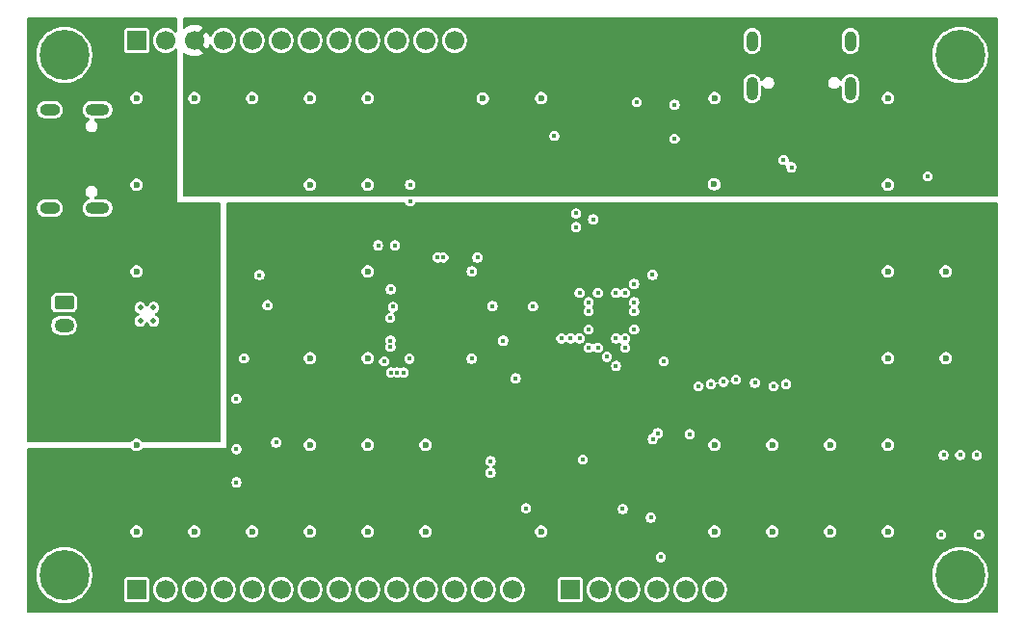
<source format=gbr>
%TF.GenerationSoftware,KiCad,Pcbnew,9.0.3*%
%TF.CreationDate,2025-11-22T17:05:10-05:00*%
%TF.ProjectId,SeedSBC_rev2_0,53656564-5342-4435-9f72-6576325f302e,rev?*%
%TF.SameCoordinates,Original*%
%TF.FileFunction,Copper,L4,Inr*%
%TF.FilePolarity,Positive*%
%FSLAX46Y46*%
G04 Gerber Fmt 4.6, Leading zero omitted, Abs format (unit mm)*
G04 Created by KiCad (PCBNEW 9.0.3) date 2025-11-22 17:05:10*
%MOMM*%
%LPD*%
G01*
G04 APERTURE LIST*
G04 Aperture macros list*
%AMRoundRect*
0 Rectangle with rounded corners*
0 $1 Rounding radius*
0 $2 $3 $4 $5 $6 $7 $8 $9 X,Y pos of 4 corners*
0 Add a 4 corners polygon primitive as box body*
4,1,4,$2,$3,$4,$5,$6,$7,$8,$9,$2,$3,0*
0 Add four circle primitives for the rounded corners*
1,1,$1+$1,$2,$3*
1,1,$1+$1,$4,$5*
1,1,$1+$1,$6,$7*
1,1,$1+$1,$8,$9*
0 Add four rect primitives between the rounded corners*
20,1,$1+$1,$2,$3,$4,$5,0*
20,1,$1+$1,$4,$5,$6,$7,0*
20,1,$1+$1,$6,$7,$8,$9,0*
20,1,$1+$1,$8,$9,$2,$3,0*%
G04 Aperture macros list end*
%TA.AperFunction,ComponentPad*%
%ADD10C,0.700000*%
%TD*%
%TA.AperFunction,ComponentPad*%
%ADD11C,4.400000*%
%TD*%
%TA.AperFunction,HeatsinkPad*%
%ADD12O,2.100000X1.000000*%
%TD*%
%TA.AperFunction,HeatsinkPad*%
%ADD13O,1.800000X1.000000*%
%TD*%
%TA.AperFunction,HeatsinkPad*%
%ADD14O,1.000000X2.100000*%
%TD*%
%TA.AperFunction,HeatsinkPad*%
%ADD15O,1.000000X1.800000*%
%TD*%
%TA.AperFunction,ComponentPad*%
%ADD16R,1.700000X1.700000*%
%TD*%
%TA.AperFunction,ComponentPad*%
%ADD17C,1.700000*%
%TD*%
%TA.AperFunction,ComponentPad*%
%ADD18RoundRect,0.250000X-0.625000X0.350000X-0.625000X-0.350000X0.625000X-0.350000X0.625000X0.350000X0*%
%TD*%
%TA.AperFunction,ComponentPad*%
%ADD19O,1.750000X1.200000*%
%TD*%
%TA.AperFunction,HeatsinkPad*%
%ADD20C,0.500000*%
%TD*%
%TA.AperFunction,ViaPad*%
%ADD21C,0.400000*%
%TD*%
%TA.AperFunction,ViaPad*%
%ADD22C,0.600000*%
%TD*%
G04 APERTURE END LIST*
D10*
%TO.N,GND*%
%TO.C,H1*%
X103760000Y-77470000D03*
X104243274Y-76303274D03*
X104243274Y-78636726D03*
X105410000Y-75820000D03*
D11*
X105410000Y-77470000D03*
D10*
X105410000Y-79120000D03*
X106576726Y-76303274D03*
X106576726Y-78636726D03*
X107060000Y-77470000D03*
%TD*%
D12*
%TO.N,Net-(J6-SHIELD)*%
%TO.C,J6*%
X108320000Y-82296000D03*
D13*
X104140000Y-82296000D03*
D12*
X108320000Y-90936000D03*
D13*
X104140000Y-90936000D03*
%TD*%
D10*
%TO.N,GND*%
%TO.C,H2*%
X182500000Y-77470000D03*
X182983274Y-76303274D03*
X182983274Y-78636726D03*
X184150000Y-75820000D03*
D11*
X184150000Y-77470000D03*
D10*
X184150000Y-79120000D03*
X185316726Y-76303274D03*
X185316726Y-78636726D03*
X185800000Y-77470000D03*
%TD*%
D14*
%TO.N,GND*%
%TO.C,J7*%
X174500000Y-80445000D03*
D15*
X174500000Y-76265000D03*
D14*
X165860000Y-80445000D03*
D15*
X165860000Y-76265000D03*
%TD*%
D10*
%TO.N,GND*%
%TO.C,H3*%
X182500000Y-123190000D03*
X182983274Y-122023274D03*
X182983274Y-124356726D03*
X184150000Y-121540000D03*
D11*
X184150000Y-123190000D03*
D10*
X184150000Y-124840000D03*
X185316726Y-122023274D03*
X185316726Y-124356726D03*
X185800000Y-123190000D03*
%TD*%
D16*
%TO.N,USB_VBUS*%
%TO.C,J1*%
X111760000Y-76200000D03*
D17*
%TO.N,EN*%
X114300000Y-76200000D03*
%TO.N,USB_VBUS2*%
X116840000Y-76200000D03*
%TO.N,/FPGA + SRAM/IO_T8*%
X119380000Y-76200000D03*
%TO.N,/FPGA + SRAM/IO_T7*%
X121920000Y-76200000D03*
%TO.N,/FPGA + SRAM/IO_T6*%
X124460000Y-76200000D03*
%TO.N,/FPGA + SRAM/IO_T5*%
X127000000Y-76200000D03*
%TO.N,/FPGA + SRAM/IO_T4*%
X129540000Y-76200000D03*
%TO.N,/FPGA + SRAM/IO_T3*%
X132080000Y-76200000D03*
%TO.N,/FPGA + SRAM/IO_T2*%
X134620000Y-76200000D03*
%TO.N,/FPGA + SRAM/IO_T1*%
X137160000Y-76200000D03*
%TO.N,GND*%
X139700000Y-76200000D03*
%TD*%
D10*
%TO.N,GND*%
%TO.C,H4*%
X103760000Y-123190000D03*
X104243274Y-122023274D03*
X104243274Y-124356726D03*
X105410000Y-121540000D03*
D11*
X105410000Y-123190000D03*
D10*
X105410000Y-124840000D03*
X106576726Y-122023274D03*
X106576726Y-124356726D03*
X107060000Y-123190000D03*
%TD*%
D16*
%TO.N,/FPGA + SRAM/FPGA/SPI_CNFG_CS*%
%TO.C,J4*%
X149860000Y-124460000D03*
D17*
%TO.N,/FPGA + SRAM/FPGA/SPI_CNFG_DO*%
X152400000Y-124460000D03*
%TO.N,/FPGA + SRAM/FPGA/SPI_CNFG_DI*%
X154940000Y-124460000D03*
%TO.N,/FPGA + SRAM/FPGA/SPI_CNFG_SCK*%
X157480000Y-124460000D03*
%TO.N,P3V3*%
X160020000Y-124460000D03*
%TO.N,GND*%
X162560000Y-124460000D03*
%TD*%
D18*
%TO.N,V_BAT*%
%TO.C,J3*%
X105390000Y-99250000D03*
D19*
%TO.N,GND*%
X105390000Y-101250000D03*
%TD*%
D20*
%TO.N,GND*%
%TO.C,U9*%
X112080000Y-99670000D03*
X112080000Y-100850000D03*
X113260000Y-99670000D03*
X113260000Y-100850000D03*
%TD*%
D16*
%TO.N,V_BAT*%
%TO.C,J8*%
X111760000Y-124460000D03*
D17*
%TO.N,P3V3*%
X114300000Y-124460000D03*
%TO.N,GND*%
X116840000Y-124460000D03*
%TO.N,/FPGA + SRAM/IO_B10*%
X119380000Y-124460000D03*
%TO.N,/FPGA + SRAM/IO_B9*%
X121920000Y-124460000D03*
%TO.N,/FPGA + SRAM/IO_B8*%
X124460000Y-124460000D03*
%TO.N,/FPGA + SRAM/IO_B7*%
X127000000Y-124460000D03*
%TO.N,/FPGA + SRAM/IO_B6*%
X129540000Y-124460000D03*
%TO.N,/FPGA + SRAM/IO_B5*%
X132080000Y-124460000D03*
%TO.N,/FPGA + SRAM/IO_B4*%
X134620000Y-124460000D03*
%TO.N,/FPGA + SRAM/IO_B3*%
X137160000Y-124460000D03*
%TO.N,/FPGA + SRAM/IO_B2*%
X139700000Y-124460000D03*
%TO.N,/FPGA + SRAM/IO_B1*%
X142240000Y-124460000D03*
%TO.N,GND*%
X144780000Y-124460000D03*
%TD*%
D21*
%TO.N,P3V3*%
X151500000Y-99200000D03*
X181300000Y-88140000D03*
X160370000Y-110810000D03*
X151890000Y-91930000D03*
X155720000Y-81630000D03*
X169310000Y-87340000D03*
X132990000Y-94200000D03*
X151500000Y-101600000D03*
X142880000Y-114190000D03*
X159050000Y-81850000D03*
X142880000Y-113170000D03*
X153900000Y-98400000D03*
X168620000Y-86690000D03*
X141220000Y-104170000D03*
X148480000Y-84570000D03*
X182490000Y-119640000D03*
X185810000Y-119640000D03*
X121210000Y-104150000D03*
X143046476Y-99542694D03*
X123260000Y-99470000D03*
X158100000Y-104400000D03*
X157560000Y-110710000D03*
X143990000Y-102580000D03*
X134460000Y-94200000D03*
X145970000Y-117310000D03*
X157120000Y-111220000D03*
X153900000Y-102400000D03*
X135730000Y-104170000D03*
X145080000Y-105890000D03*
X135790000Y-90340000D03*
X135790000Y-88880000D03*
X138720000Y-95270000D03*
X122570000Y-96820000D03*
X155500000Y-100000000D03*
X159040000Y-84830000D03*
X141220000Y-96490000D03*
X138220000Y-95270000D03*
D22*
%TO.N,GND*%
X132080000Y-96520000D03*
X111760000Y-96520000D03*
X137160000Y-119380000D03*
D21*
X134084395Y-102580000D03*
D22*
X147320000Y-119380000D03*
X116840000Y-119380000D03*
X182880000Y-96520000D03*
X162535248Y-88854186D03*
X127000000Y-111760000D03*
X127000000Y-88900000D03*
X132080000Y-104140000D03*
X132080000Y-119380000D03*
X162560000Y-119380000D03*
X111760000Y-88900000D03*
X116840000Y-81280000D03*
X172720000Y-111760000D03*
X137160000Y-111760000D03*
X177800000Y-104140000D03*
X167640000Y-119380000D03*
X127000000Y-81280000D03*
X121920000Y-81280000D03*
X162560000Y-81280000D03*
X121920000Y-119380000D03*
X162560000Y-111760000D03*
X177800000Y-111760000D03*
X172720000Y-119380000D03*
X111760000Y-81280000D03*
X111760000Y-111760000D03*
X182880000Y-104140000D03*
X111760000Y-119380000D03*
X132080000Y-111760000D03*
X142194186Y-81295008D03*
X127000000Y-104140000D03*
X127000000Y-119380000D03*
X132080000Y-81280000D03*
X167640000Y-111760000D03*
X177800000Y-88900000D03*
X177800000Y-119380000D03*
X132080000Y-88900000D03*
X177800000Y-96520000D03*
X177800000Y-81280000D03*
X147320000Y-81280000D03*
D21*
%TO.N,V_SYS*%
X117000000Y-105150000D03*
X111730000Y-90940000D03*
X115870000Y-95440000D03*
X116260000Y-99680000D03*
X115510000Y-110030000D03*
X116260000Y-100730000D03*
X113080000Y-90940000D03*
X114880000Y-90450000D03*
X111230000Y-103120000D03*
X115540000Y-105140000D03*
X116970000Y-110030000D03*
X109890000Y-100970000D03*
X110500000Y-106050000D03*
X118660000Y-99820000D03*
%TO.N,P1V2*%
X155500000Y-102400000D03*
X122700000Y-106830000D03*
X124440000Y-106830000D03*
X151500000Y-102400000D03*
X151500000Y-98400000D03*
X155500000Y-98400000D03*
X152780000Y-96730000D03*
X182910000Y-97540000D03*
X154200000Y-96730000D03*
X154850000Y-101790000D03*
X152130000Y-101790000D03*
%TO.N,P2V5*%
X124018497Y-111545078D03*
X157100000Y-96800000D03*
%TO.N,USB_VBUS2*%
X165080000Y-82160000D03*
X173920000Y-82150000D03*
X122520000Y-89020000D03*
X166440000Y-82150000D03*
X167260000Y-78650000D03*
X167260000Y-75710000D03*
X173080000Y-75710000D03*
X167260000Y-77180000D03*
X173080000Y-78650000D03*
X182910000Y-88390000D03*
X173080000Y-77180000D03*
%TO.N,/USB/1.8V*%
X141720000Y-95280000D03*
%TO.N,Net-(U8-VPHY)*%
X134110000Y-98080000D03*
%TO.N,Net-(U8-VPLL)*%
X134050000Y-100590000D03*
%TO.N,/FPGA + SRAM/SD_CLK*%
X149900000Y-102400000D03*
%TO.N,/FPGA + SRAM/SD_DAT0*%
X120530000Y-107700000D03*
%TO.N,/FPGA + SRAM/SD_DAT3*%
X150700000Y-102400000D03*
%TO.N,/SD MMC/SD_CMD*%
X120540000Y-112120000D03*
%TO.N,/FPGA + SRAM/SD_DAT2*%
X120540000Y-115040000D03*
%TO.N,/FPGA + SRAM/SD_DAT1*%
X149100000Y-102400000D03*
%TO.N,/FPGA + SRAM/FPGA/SPI_CNFG_DO*%
X150970000Y-113020000D03*
X134670133Y-105392219D03*
%TO.N,/FPGA + SRAM/FPGA/SPI_CNFG_DI*%
X134120137Y-105389567D03*
X154490000Y-117390000D03*
%TO.N,/FPGA + SRAM/FPGA/SPI_CNFG_SCK*%
X157840000Y-121610000D03*
X133520000Y-104410000D03*
%TO.N,/FPGA + SRAM/IO_T3*%
X150399479Y-92600521D03*
X150700000Y-98400000D03*
%TO.N,/FPGA + SRAM/IO_T1*%
X152300000Y-98400000D03*
X150400000Y-91400000D03*
%TO.N,/FPGA + SRAM/SPI_CNFG_CS_B*%
X156950000Y-118150000D03*
X135220135Y-105391775D03*
%TO.N,Net-(U8-REF)*%
X134300000Y-99610000D03*
%TO.N,Net-(U8-~{RESET})*%
X134070000Y-103130000D03*
%TO.N,/FPGA + SRAM/LED_B*%
X151500000Y-103200000D03*
X182690000Y-112650000D03*
%TO.N,/FPGA + SRAM/LED_G*%
X185620000Y-112650000D03*
X153900000Y-104800000D03*
%TO.N,/FPGA + SRAM/LED_R*%
X184150000Y-112640000D03*
X152300000Y-103200000D03*
%TO.N,/FPGA + SRAM/FPGA/SRAM_WE_B*%
X155500000Y-99200000D03*
X166100030Y-106300000D03*
%TO.N,/FPGA + SRAM/FPGA/A8*%
X164450000Y-106000000D03*
X155500000Y-101600000D03*
%TO.N,/FPGA + SRAM/FPGA/A14*%
X161150000Y-106600000D03*
X153100000Y-104000000D03*
%TO.N,/FPGA + SRAM/FPGA/SRAM_UB_B*%
X154700000Y-98400000D03*
X167750000Y-106600000D03*
%TO.N,/FPGA + SRAM/FPGA/A18*%
X155500000Y-97600000D03*
X168858487Y-106407428D03*
%TO.N,/FPGA + SRAM/FIFO5*%
X151500000Y-100000000D03*
X146603960Y-99575001D03*
%TO.N,/FPGA + SRAM/FPGA/A12*%
X162250000Y-106400000D03*
X154700000Y-103200000D03*
%TO.N,/FPGA + SRAM/FPGA/A10*%
X163350000Y-106200000D03*
X154700000Y-102400000D03*
%TD*%
%TA.AperFunction,Conductor*%
%TO.N,USB_VBUS2*%
G36*
X187402539Y-74180185D02*
G01*
X187448294Y-74232989D01*
X187459500Y-74284500D01*
X187459500Y-89796000D01*
X187439815Y-89863039D01*
X187387011Y-89908794D01*
X187335500Y-89920000D01*
X135979462Y-89920000D01*
X135947369Y-89915775D01*
X135889671Y-89900315D01*
X135849309Y-89889500D01*
X135730691Y-89889500D01*
X135632631Y-89915775D01*
X135600538Y-89920000D01*
X115944000Y-89920000D01*
X115876961Y-89900315D01*
X115831206Y-89847511D01*
X115820000Y-89796000D01*
X115820000Y-88827525D01*
X126449500Y-88827525D01*
X126449500Y-88972475D01*
X126471315Y-89053887D01*
X126487017Y-89112488D01*
X126559488Y-89238011D01*
X126559490Y-89238013D01*
X126559491Y-89238015D01*
X126661985Y-89340509D01*
X126661986Y-89340510D01*
X126661988Y-89340511D01*
X126787511Y-89412982D01*
X126787512Y-89412982D01*
X126787515Y-89412984D01*
X126927525Y-89450500D01*
X126927528Y-89450500D01*
X127072472Y-89450500D01*
X127072475Y-89450500D01*
X127212485Y-89412984D01*
X127338015Y-89340509D01*
X127440509Y-89238015D01*
X127512984Y-89112485D01*
X127550500Y-88972475D01*
X127550500Y-88827525D01*
X131529500Y-88827525D01*
X131529500Y-88972475D01*
X131551315Y-89053887D01*
X131567017Y-89112488D01*
X131639488Y-89238011D01*
X131639490Y-89238013D01*
X131639491Y-89238015D01*
X131741985Y-89340509D01*
X131741986Y-89340510D01*
X131741988Y-89340511D01*
X131867511Y-89412982D01*
X131867512Y-89412982D01*
X131867515Y-89412984D01*
X132007525Y-89450500D01*
X132007528Y-89450500D01*
X132152472Y-89450500D01*
X132152475Y-89450500D01*
X132292485Y-89412984D01*
X132418015Y-89340509D01*
X132520509Y-89238015D01*
X132592984Y-89112485D01*
X132630500Y-88972475D01*
X132630500Y-88827525D01*
X132628669Y-88820691D01*
X135339500Y-88820691D01*
X135339500Y-88939309D01*
X135370201Y-89053886D01*
X135429511Y-89156613D01*
X135513387Y-89240489D01*
X135616114Y-89299799D01*
X135730691Y-89330500D01*
X135730694Y-89330500D01*
X135849306Y-89330500D01*
X135849309Y-89330500D01*
X135963886Y-89299799D01*
X136066613Y-89240489D01*
X136150489Y-89156613D01*
X136209799Y-89053886D01*
X136240500Y-88939309D01*
X136240500Y-88820691D01*
X136230055Y-88781711D01*
X161984748Y-88781711D01*
X161984748Y-88926661D01*
X162022264Y-89066671D01*
X162022265Y-89066674D01*
X162094736Y-89192197D01*
X162094738Y-89192199D01*
X162094739Y-89192201D01*
X162197233Y-89294695D01*
X162197234Y-89294696D01*
X162197236Y-89294697D01*
X162322759Y-89367168D01*
X162322760Y-89367168D01*
X162322763Y-89367170D01*
X162462773Y-89404686D01*
X162462776Y-89404686D01*
X162607720Y-89404686D01*
X162607723Y-89404686D01*
X162747733Y-89367170D01*
X162873263Y-89294695D01*
X162975757Y-89192201D01*
X163048232Y-89066671D01*
X163085748Y-88926661D01*
X163085748Y-88827525D01*
X177249500Y-88827525D01*
X177249500Y-88972475D01*
X177271315Y-89053887D01*
X177287017Y-89112488D01*
X177359488Y-89238011D01*
X177359490Y-89238013D01*
X177359491Y-89238015D01*
X177461985Y-89340509D01*
X177461986Y-89340510D01*
X177461988Y-89340511D01*
X177587511Y-89412982D01*
X177587512Y-89412982D01*
X177587515Y-89412984D01*
X177727525Y-89450500D01*
X177727528Y-89450500D01*
X177872472Y-89450500D01*
X177872475Y-89450500D01*
X178012485Y-89412984D01*
X178138015Y-89340509D01*
X178240509Y-89238015D01*
X178312984Y-89112485D01*
X178350500Y-88972475D01*
X178350500Y-88827525D01*
X178312984Y-88687515D01*
X178240509Y-88561985D01*
X178138015Y-88459491D01*
X178138013Y-88459490D01*
X178138011Y-88459488D01*
X178012488Y-88387017D01*
X178012489Y-88387017D01*
X178001006Y-88383940D01*
X177872475Y-88349500D01*
X177727525Y-88349500D01*
X177598993Y-88383940D01*
X177587511Y-88387017D01*
X177461988Y-88459488D01*
X177461982Y-88459493D01*
X177359493Y-88561982D01*
X177359488Y-88561988D01*
X177287017Y-88687511D01*
X177287016Y-88687515D01*
X177249500Y-88827525D01*
X163085748Y-88827525D01*
X163085748Y-88781711D01*
X163048232Y-88641701D01*
X163026111Y-88603387D01*
X162975759Y-88516174D01*
X162975754Y-88516168D01*
X162873265Y-88413679D01*
X162873259Y-88413674D01*
X162747736Y-88341203D01*
X162747737Y-88341203D01*
X162736254Y-88338126D01*
X162607723Y-88303686D01*
X162462773Y-88303686D01*
X162334241Y-88338126D01*
X162322759Y-88341203D01*
X162197236Y-88413674D01*
X162197230Y-88413679D01*
X162094741Y-88516168D01*
X162094736Y-88516174D01*
X162022265Y-88641697D01*
X162022264Y-88641701D01*
X161984748Y-88781711D01*
X136230055Y-88781711D01*
X136209799Y-88706114D01*
X136150489Y-88603387D01*
X136066613Y-88519511D01*
X135963886Y-88460201D01*
X135849309Y-88429500D01*
X135730691Y-88429500D01*
X135616114Y-88460201D01*
X135616112Y-88460201D01*
X135616112Y-88460202D01*
X135513387Y-88519511D01*
X135513384Y-88519513D01*
X135429513Y-88603384D01*
X135429511Y-88603387D01*
X135380942Y-88687511D01*
X135370201Y-88706114D01*
X135339500Y-88820691D01*
X132628669Y-88820691D01*
X132592984Y-88687515D01*
X132520509Y-88561985D01*
X132418015Y-88459491D01*
X132418013Y-88459490D01*
X132418011Y-88459488D01*
X132292488Y-88387017D01*
X132292489Y-88387017D01*
X132281006Y-88383940D01*
X132152475Y-88349500D01*
X132007525Y-88349500D01*
X131878993Y-88383940D01*
X131867511Y-88387017D01*
X131741988Y-88459488D01*
X131741982Y-88459493D01*
X131639493Y-88561982D01*
X131639488Y-88561988D01*
X131567017Y-88687511D01*
X131567016Y-88687515D01*
X131529500Y-88827525D01*
X127550500Y-88827525D01*
X127512984Y-88687515D01*
X127440509Y-88561985D01*
X127338015Y-88459491D01*
X127338013Y-88459490D01*
X127338011Y-88459488D01*
X127212488Y-88387017D01*
X127212489Y-88387017D01*
X127201006Y-88383940D01*
X127072475Y-88349500D01*
X126927525Y-88349500D01*
X126798993Y-88383940D01*
X126787511Y-88387017D01*
X126661988Y-88459488D01*
X126661982Y-88459493D01*
X126559493Y-88561982D01*
X126559488Y-88561988D01*
X126487017Y-88687511D01*
X126487016Y-88687515D01*
X126449500Y-88827525D01*
X115820000Y-88827525D01*
X115820000Y-88080691D01*
X180849500Y-88080691D01*
X180849500Y-88199309D01*
X180880201Y-88313886D01*
X180939511Y-88416613D01*
X181023387Y-88500489D01*
X181126114Y-88559799D01*
X181240691Y-88590500D01*
X181240694Y-88590500D01*
X181359306Y-88590500D01*
X181359309Y-88590500D01*
X181473886Y-88559799D01*
X181576613Y-88500489D01*
X181660489Y-88416613D01*
X181719799Y-88313886D01*
X181750500Y-88199309D01*
X181750500Y-88080691D01*
X181719799Y-87966114D01*
X181660489Y-87863387D01*
X181576613Y-87779511D01*
X181473886Y-87720201D01*
X181359309Y-87689500D01*
X181240691Y-87689500D01*
X181126114Y-87720201D01*
X181126112Y-87720201D01*
X181126112Y-87720202D01*
X181023387Y-87779511D01*
X181023384Y-87779513D01*
X180939513Y-87863384D01*
X180939511Y-87863387D01*
X180880201Y-87966114D01*
X180849500Y-88080691D01*
X115820000Y-88080691D01*
X115820000Y-86630691D01*
X168169500Y-86630691D01*
X168169500Y-86749309D01*
X168200201Y-86863886D01*
X168259511Y-86966613D01*
X168343387Y-87050489D01*
X168446114Y-87109799D01*
X168560691Y-87140500D01*
X168560694Y-87140500D01*
X168679307Y-87140500D01*
X168679309Y-87140500D01*
X168706451Y-87133227D01*
X168776299Y-87134888D01*
X168834162Y-87174050D01*
X168861668Y-87238278D01*
X168859226Y-87272459D01*
X168860561Y-87272635D01*
X168859500Y-87280689D01*
X168859500Y-87280691D01*
X168859500Y-87399309D01*
X168890201Y-87513886D01*
X168949511Y-87616613D01*
X169033387Y-87700489D01*
X169136114Y-87759799D01*
X169250691Y-87790500D01*
X169250694Y-87790500D01*
X169369306Y-87790500D01*
X169369309Y-87790500D01*
X169483886Y-87759799D01*
X169586613Y-87700489D01*
X169670489Y-87616613D01*
X169729799Y-87513886D01*
X169760500Y-87399309D01*
X169760500Y-87280691D01*
X169729799Y-87166114D01*
X169670489Y-87063387D01*
X169586613Y-86979511D01*
X169483886Y-86920201D01*
X169369309Y-86889500D01*
X169250691Y-86889500D01*
X169250689Y-86889500D01*
X169223546Y-86896773D01*
X169153696Y-86895109D01*
X169095834Y-86855946D01*
X169068331Y-86791717D01*
X169070778Y-86757541D01*
X169069439Y-86757365D01*
X169070500Y-86749307D01*
X169070500Y-86630693D01*
X169070500Y-86630691D01*
X169039799Y-86516114D01*
X168980489Y-86413387D01*
X168896613Y-86329511D01*
X168793886Y-86270201D01*
X168679309Y-86239500D01*
X168560691Y-86239500D01*
X168446114Y-86270201D01*
X168446112Y-86270201D01*
X168446112Y-86270202D01*
X168343387Y-86329511D01*
X168343384Y-86329513D01*
X168259513Y-86413384D01*
X168259511Y-86413387D01*
X168200201Y-86516114D01*
X168169500Y-86630691D01*
X115820000Y-86630691D01*
X115820000Y-84510691D01*
X148029500Y-84510691D01*
X148029500Y-84629309D01*
X148060201Y-84743886D01*
X148119511Y-84846613D01*
X148203387Y-84930489D01*
X148306114Y-84989799D01*
X148420691Y-85020500D01*
X148420694Y-85020500D01*
X148539306Y-85020500D01*
X148539309Y-85020500D01*
X148653886Y-84989799D01*
X148756613Y-84930489D01*
X148840489Y-84846613D01*
X148884323Y-84770691D01*
X158589500Y-84770691D01*
X158589500Y-84889309D01*
X158620201Y-85003886D01*
X158679511Y-85106613D01*
X158763387Y-85190489D01*
X158866114Y-85249799D01*
X158980691Y-85280500D01*
X158980694Y-85280500D01*
X159099306Y-85280500D01*
X159099309Y-85280500D01*
X159213886Y-85249799D01*
X159316613Y-85190489D01*
X159400489Y-85106613D01*
X159459799Y-85003886D01*
X159490500Y-84889309D01*
X159490500Y-84770691D01*
X159459799Y-84656114D01*
X159400489Y-84553387D01*
X159316613Y-84469511D01*
X159213886Y-84410201D01*
X159099309Y-84379500D01*
X158980691Y-84379500D01*
X158866114Y-84410201D01*
X158866112Y-84410201D01*
X158866112Y-84410202D01*
X158763387Y-84469511D01*
X158763384Y-84469513D01*
X158679513Y-84553384D01*
X158679511Y-84553387D01*
X158620201Y-84656114D01*
X158589500Y-84770691D01*
X148884323Y-84770691D01*
X148899799Y-84743886D01*
X148930500Y-84629309D01*
X148930500Y-84510691D01*
X148899799Y-84396114D01*
X148840489Y-84293387D01*
X148756613Y-84209511D01*
X148653886Y-84150201D01*
X148539309Y-84119500D01*
X148420691Y-84119500D01*
X148306114Y-84150201D01*
X148306112Y-84150201D01*
X148306112Y-84150202D01*
X148203387Y-84209511D01*
X148203384Y-84209513D01*
X148119513Y-84293384D01*
X148119511Y-84293387D01*
X148060201Y-84396114D01*
X148029500Y-84510691D01*
X115820000Y-84510691D01*
X115820000Y-81207525D01*
X116289500Y-81207525D01*
X116289500Y-81352475D01*
X116326219Y-81489511D01*
X116327017Y-81492488D01*
X116399488Y-81618011D01*
X116399490Y-81618013D01*
X116399491Y-81618015D01*
X116501985Y-81720509D01*
X116501986Y-81720510D01*
X116501988Y-81720511D01*
X116627511Y-81792982D01*
X116627512Y-81792982D01*
X116627515Y-81792984D01*
X116767525Y-81830500D01*
X116767528Y-81830500D01*
X116912472Y-81830500D01*
X116912475Y-81830500D01*
X117052485Y-81792984D01*
X117178015Y-81720509D01*
X117280509Y-81618015D01*
X117352984Y-81492485D01*
X117390500Y-81352475D01*
X117390500Y-81207525D01*
X121369500Y-81207525D01*
X121369500Y-81352475D01*
X121406219Y-81489511D01*
X121407017Y-81492488D01*
X121479488Y-81618011D01*
X121479490Y-81618013D01*
X121479491Y-81618015D01*
X121581985Y-81720509D01*
X121581986Y-81720510D01*
X121581988Y-81720511D01*
X121707511Y-81792982D01*
X121707512Y-81792982D01*
X121707515Y-81792984D01*
X121847525Y-81830500D01*
X121847528Y-81830500D01*
X121992472Y-81830500D01*
X121992475Y-81830500D01*
X122132485Y-81792984D01*
X122258015Y-81720509D01*
X122360509Y-81618015D01*
X122432984Y-81492485D01*
X122470500Y-81352475D01*
X122470500Y-81207525D01*
X126449500Y-81207525D01*
X126449500Y-81352475D01*
X126486219Y-81489511D01*
X126487017Y-81492488D01*
X126559488Y-81618011D01*
X126559490Y-81618013D01*
X126559491Y-81618015D01*
X126661985Y-81720509D01*
X126661986Y-81720510D01*
X126661988Y-81720511D01*
X126787511Y-81792982D01*
X126787512Y-81792982D01*
X126787515Y-81792984D01*
X126927525Y-81830500D01*
X126927528Y-81830500D01*
X127072472Y-81830500D01*
X127072475Y-81830500D01*
X127212485Y-81792984D01*
X127338015Y-81720509D01*
X127440509Y-81618015D01*
X127512984Y-81492485D01*
X127550500Y-81352475D01*
X127550500Y-81207525D01*
X131529500Y-81207525D01*
X131529500Y-81352475D01*
X131566219Y-81489511D01*
X131567017Y-81492488D01*
X131639488Y-81618011D01*
X131639490Y-81618013D01*
X131639491Y-81618015D01*
X131741985Y-81720509D01*
X131741986Y-81720510D01*
X131741988Y-81720511D01*
X131867511Y-81792982D01*
X131867512Y-81792982D01*
X131867515Y-81792984D01*
X132007525Y-81830500D01*
X132007528Y-81830500D01*
X132152472Y-81830500D01*
X132152475Y-81830500D01*
X132292485Y-81792984D01*
X132418015Y-81720509D01*
X132520509Y-81618015D01*
X132592984Y-81492485D01*
X132630500Y-81352475D01*
X132630500Y-81222533D01*
X141643686Y-81222533D01*
X141643686Y-81367483D01*
X141681202Y-81507493D01*
X141681203Y-81507496D01*
X141753674Y-81633019D01*
X141753676Y-81633021D01*
X141753677Y-81633023D01*
X141856171Y-81735517D01*
X141856172Y-81735518D01*
X141856174Y-81735519D01*
X141981697Y-81807990D01*
X141981698Y-81807990D01*
X141981701Y-81807992D01*
X142121711Y-81845508D01*
X142121714Y-81845508D01*
X142266658Y-81845508D01*
X142266661Y-81845508D01*
X142406671Y-81807992D01*
X142532201Y-81735517D01*
X142634695Y-81633023D01*
X142707170Y-81507493D01*
X142744686Y-81367483D01*
X142744686Y-81222533D01*
X142740665Y-81207525D01*
X146769500Y-81207525D01*
X146769500Y-81352475D01*
X146806219Y-81489511D01*
X146807017Y-81492488D01*
X146879488Y-81618011D01*
X146879490Y-81618013D01*
X146879491Y-81618015D01*
X146981985Y-81720509D01*
X146981986Y-81720510D01*
X146981988Y-81720511D01*
X147107511Y-81792982D01*
X147107512Y-81792982D01*
X147107515Y-81792984D01*
X147247525Y-81830500D01*
X147247528Y-81830500D01*
X147392472Y-81830500D01*
X147392475Y-81830500D01*
X147532485Y-81792984D01*
X147658015Y-81720509D01*
X147760509Y-81618015D01*
X147787831Y-81570691D01*
X155269500Y-81570691D01*
X155269500Y-81689309D01*
X155300201Y-81803886D01*
X155359511Y-81906613D01*
X155443387Y-81990489D01*
X155546114Y-82049799D01*
X155660691Y-82080500D01*
X155660694Y-82080500D01*
X155779306Y-82080500D01*
X155779309Y-82080500D01*
X155893886Y-82049799D01*
X155996613Y-81990489D01*
X156080489Y-81906613D01*
X156139799Y-81803886D01*
X156143335Y-81790691D01*
X158599500Y-81790691D01*
X158599500Y-81909309D01*
X158630201Y-82023886D01*
X158689511Y-82126613D01*
X158773387Y-82210489D01*
X158876114Y-82269799D01*
X158990691Y-82300500D01*
X158990694Y-82300500D01*
X159109306Y-82300500D01*
X159109309Y-82300500D01*
X159223886Y-82269799D01*
X159326613Y-82210489D01*
X159410489Y-82126613D01*
X159469799Y-82023886D01*
X159500500Y-81909309D01*
X159500500Y-81790691D01*
X159469799Y-81676114D01*
X159410489Y-81573387D01*
X159326613Y-81489511D01*
X159223886Y-81430201D01*
X159109309Y-81399500D01*
X158990691Y-81399500D01*
X158876114Y-81430201D01*
X158876112Y-81430201D01*
X158876112Y-81430202D01*
X158773387Y-81489511D01*
X158773384Y-81489513D01*
X158689513Y-81573384D01*
X158689511Y-81573387D01*
X158630201Y-81676114D01*
X158599500Y-81790691D01*
X156143335Y-81790691D01*
X156170500Y-81689309D01*
X156170500Y-81570691D01*
X156139799Y-81456114D01*
X156080489Y-81353387D01*
X155996613Y-81269511D01*
X155893886Y-81210201D01*
X155883899Y-81207525D01*
X162009500Y-81207525D01*
X162009500Y-81352475D01*
X162046219Y-81489511D01*
X162047017Y-81492488D01*
X162119488Y-81618011D01*
X162119490Y-81618013D01*
X162119491Y-81618015D01*
X162221985Y-81720509D01*
X162221986Y-81720510D01*
X162221988Y-81720511D01*
X162347511Y-81792982D01*
X162347512Y-81792982D01*
X162347515Y-81792984D01*
X162487525Y-81830500D01*
X162487528Y-81830500D01*
X162632472Y-81830500D01*
X162632475Y-81830500D01*
X162772485Y-81792984D01*
X162898015Y-81720509D01*
X163000509Y-81618015D01*
X163072984Y-81492485D01*
X163110500Y-81352475D01*
X163110500Y-81207525D01*
X163073360Y-81068920D01*
X165109499Y-81068920D01*
X165138340Y-81213907D01*
X165138343Y-81213917D01*
X165194912Y-81350488D01*
X165194919Y-81350501D01*
X165277048Y-81473415D01*
X165277051Y-81473419D01*
X165381580Y-81577948D01*
X165381584Y-81577951D01*
X165504498Y-81660080D01*
X165504511Y-81660087D01*
X165641082Y-81716656D01*
X165641087Y-81716658D01*
X165641091Y-81716658D01*
X165641092Y-81716659D01*
X165786079Y-81745500D01*
X165786082Y-81745500D01*
X165933920Y-81745500D01*
X166059568Y-81720506D01*
X166078913Y-81716658D01*
X166215495Y-81660084D01*
X166338416Y-81577951D01*
X166442951Y-81473416D01*
X166525084Y-81350495D01*
X166581658Y-81213913D01*
X166610500Y-81068918D01*
X166610500Y-80281846D01*
X166630185Y-80214807D01*
X166682989Y-80169052D01*
X166752147Y-80159108D01*
X166815703Y-80188133D01*
X166841885Y-80219844D01*
X166854266Y-80241288D01*
X166869492Y-80267661D01*
X166869495Y-80267665D01*
X166967335Y-80365505D01*
X167087164Y-80434688D01*
X167220817Y-80470500D01*
X167220819Y-80470500D01*
X167359181Y-80470500D01*
X167359183Y-80470500D01*
X167492836Y-80434688D01*
X167612665Y-80365505D01*
X167710505Y-80267665D01*
X167779688Y-80147836D01*
X167815500Y-80014183D01*
X167815500Y-79875817D01*
X172544500Y-79875817D01*
X172544500Y-80014182D01*
X172580312Y-80147835D01*
X172580313Y-80147838D01*
X172649492Y-80267661D01*
X172649494Y-80267664D01*
X172649495Y-80267665D01*
X172747335Y-80365505D01*
X172867164Y-80434688D01*
X173000817Y-80470500D01*
X173000819Y-80470500D01*
X173139181Y-80470500D01*
X173139183Y-80470500D01*
X173272836Y-80434688D01*
X173392665Y-80365505D01*
X173490505Y-80267665D01*
X173518113Y-80219845D01*
X173568679Y-80171631D01*
X173637286Y-80158407D01*
X173702151Y-80184375D01*
X173742680Y-80241288D01*
X173749500Y-80281846D01*
X173749500Y-81068918D01*
X173749500Y-81068920D01*
X173749499Y-81068920D01*
X173778340Y-81213907D01*
X173778343Y-81213917D01*
X173834912Y-81350488D01*
X173834919Y-81350501D01*
X173917048Y-81473415D01*
X173917051Y-81473419D01*
X174021580Y-81577948D01*
X174021584Y-81577951D01*
X174144498Y-81660080D01*
X174144511Y-81660087D01*
X174281082Y-81716656D01*
X174281087Y-81716658D01*
X174281091Y-81716658D01*
X174281092Y-81716659D01*
X174426079Y-81745500D01*
X174426082Y-81745500D01*
X174573920Y-81745500D01*
X174699568Y-81720506D01*
X174718913Y-81716658D01*
X174855495Y-81660084D01*
X174978416Y-81577951D01*
X175082951Y-81473416D01*
X175165084Y-81350495D01*
X175221658Y-81213913D01*
X175222928Y-81207525D01*
X177249500Y-81207525D01*
X177249500Y-81352475D01*
X177286219Y-81489511D01*
X177287017Y-81492488D01*
X177359488Y-81618011D01*
X177359490Y-81618013D01*
X177359491Y-81618015D01*
X177461985Y-81720509D01*
X177461986Y-81720510D01*
X177461988Y-81720511D01*
X177587511Y-81792982D01*
X177587512Y-81792982D01*
X177587515Y-81792984D01*
X177727525Y-81830500D01*
X177727528Y-81830500D01*
X177872472Y-81830500D01*
X177872475Y-81830500D01*
X178012485Y-81792984D01*
X178138015Y-81720509D01*
X178240509Y-81618015D01*
X178312984Y-81492485D01*
X178350500Y-81352475D01*
X178350500Y-81207525D01*
X178312984Y-81067515D01*
X178240509Y-80941985D01*
X178138015Y-80839491D01*
X178138013Y-80839490D01*
X178138011Y-80839488D01*
X178012488Y-80767017D01*
X178012489Y-80767017D01*
X178001006Y-80763940D01*
X177872475Y-80729500D01*
X177727525Y-80729500D01*
X177598993Y-80763940D01*
X177587511Y-80767017D01*
X177461988Y-80839488D01*
X177461982Y-80839493D01*
X177359493Y-80941982D01*
X177359488Y-80941988D01*
X177287017Y-81067511D01*
X177282996Y-81082519D01*
X177249500Y-81207525D01*
X175222928Y-81207525D01*
X175223771Y-81203288D01*
X175229358Y-81175206D01*
X175250500Y-81068920D01*
X175250500Y-79821079D01*
X175221659Y-79676092D01*
X175221658Y-79676091D01*
X175221658Y-79676087D01*
X175221656Y-79676082D01*
X175165087Y-79539511D01*
X175165080Y-79539498D01*
X175082951Y-79416584D01*
X175082948Y-79416580D01*
X174978419Y-79312051D01*
X174978415Y-79312048D01*
X174855501Y-79229919D01*
X174855488Y-79229912D01*
X174718917Y-79173343D01*
X174718907Y-79173340D01*
X174573920Y-79144500D01*
X174573918Y-79144500D01*
X174426082Y-79144500D01*
X174426080Y-79144500D01*
X174281092Y-79173340D01*
X174281082Y-79173343D01*
X174144511Y-79229912D01*
X174144498Y-79229919D01*
X174021584Y-79312048D01*
X174021580Y-79312051D01*
X173917051Y-79416580D01*
X173917048Y-79416584D01*
X173834919Y-79539498D01*
X173834912Y-79539511D01*
X173778343Y-79676082D01*
X173778340Y-79676092D01*
X173776810Y-79683785D01*
X173744421Y-79745694D01*
X173683703Y-79780264D01*
X173613934Y-79776520D01*
X173557264Y-79735650D01*
X173547807Y-79721586D01*
X173490505Y-79622335D01*
X173392665Y-79524495D01*
X173392664Y-79524494D01*
X173392661Y-79524492D01*
X173272838Y-79455313D01*
X173272837Y-79455312D01*
X173272836Y-79455312D01*
X173139183Y-79419500D01*
X173000817Y-79419500D01*
X172867164Y-79455312D01*
X172867161Y-79455313D01*
X172747338Y-79524492D01*
X172747333Y-79524496D01*
X172649496Y-79622333D01*
X172649492Y-79622338D01*
X172580313Y-79742161D01*
X172580312Y-79742164D01*
X172544500Y-79875817D01*
X167815500Y-79875817D01*
X167779688Y-79742164D01*
X167745096Y-79682249D01*
X167710507Y-79622338D01*
X167710506Y-79622336D01*
X167710505Y-79622335D01*
X167612665Y-79524495D01*
X167612664Y-79524494D01*
X167612661Y-79524492D01*
X167492838Y-79455313D01*
X167492837Y-79455312D01*
X167492836Y-79455312D01*
X167359183Y-79419500D01*
X167220817Y-79419500D01*
X167087164Y-79455312D01*
X167087161Y-79455313D01*
X166967338Y-79524492D01*
X166967333Y-79524496D01*
X166869496Y-79622333D01*
X166869492Y-79622338D01*
X166812192Y-79721586D01*
X166761625Y-79769802D01*
X166693018Y-79783025D01*
X166628153Y-79757057D01*
X166587625Y-79700142D01*
X166583187Y-79683776D01*
X166581658Y-79676087D01*
X166581656Y-79676082D01*
X166525087Y-79539511D01*
X166525080Y-79539498D01*
X166442951Y-79416584D01*
X166442948Y-79416580D01*
X166338419Y-79312051D01*
X166338415Y-79312048D01*
X166215501Y-79229919D01*
X166215488Y-79229912D01*
X166078917Y-79173343D01*
X166078907Y-79173340D01*
X165933920Y-79144500D01*
X165933918Y-79144500D01*
X165786082Y-79144500D01*
X165786080Y-79144500D01*
X165641092Y-79173340D01*
X165641082Y-79173343D01*
X165504511Y-79229912D01*
X165504498Y-79229919D01*
X165381584Y-79312048D01*
X165381580Y-79312051D01*
X165277051Y-79416580D01*
X165277048Y-79416584D01*
X165194919Y-79539498D01*
X165194912Y-79539511D01*
X165138343Y-79676082D01*
X165138340Y-79676092D01*
X165109500Y-79821079D01*
X165109500Y-79821082D01*
X165109500Y-81068918D01*
X165109500Y-81068920D01*
X165109499Y-81068920D01*
X163073360Y-81068920D01*
X163072984Y-81067515D01*
X163000509Y-80941985D01*
X162898015Y-80839491D01*
X162898013Y-80839490D01*
X162898011Y-80839488D01*
X162772488Y-80767017D01*
X162772489Y-80767017D01*
X162761006Y-80763940D01*
X162632475Y-80729500D01*
X162487525Y-80729500D01*
X162358993Y-80763940D01*
X162347511Y-80767017D01*
X162221988Y-80839488D01*
X162221982Y-80839493D01*
X162119493Y-80941982D01*
X162119488Y-80941988D01*
X162047017Y-81067511D01*
X162042996Y-81082519D01*
X162009500Y-81207525D01*
X155883899Y-81207525D01*
X155779309Y-81179500D01*
X155660691Y-81179500D01*
X155546114Y-81210201D01*
X155546112Y-81210201D01*
X155546112Y-81210202D01*
X155443387Y-81269511D01*
X155443384Y-81269513D01*
X155359513Y-81353384D01*
X155359511Y-81353387D01*
X155300201Y-81456114D01*
X155269500Y-81570691D01*
X147787831Y-81570691D01*
X147789000Y-81568666D01*
X147828320Y-81500564D01*
X147828320Y-81500563D01*
X147832984Y-81492485D01*
X147870500Y-81352475D01*
X147870500Y-81207525D01*
X147832984Y-81067515D01*
X147760509Y-80941985D01*
X147658015Y-80839491D01*
X147658013Y-80839490D01*
X147658011Y-80839488D01*
X147532488Y-80767017D01*
X147532489Y-80767017D01*
X147521006Y-80763940D01*
X147392475Y-80729500D01*
X147247525Y-80729500D01*
X147118993Y-80763940D01*
X147107511Y-80767017D01*
X146981988Y-80839488D01*
X146981982Y-80839493D01*
X146879493Y-80941982D01*
X146879488Y-80941988D01*
X146807017Y-81067511D01*
X146802996Y-81082519D01*
X146769500Y-81207525D01*
X142740665Y-81207525D01*
X142707170Y-81082523D01*
X142699316Y-81068920D01*
X142634697Y-80956996D01*
X142634692Y-80956990D01*
X142532203Y-80854501D01*
X142532197Y-80854496D01*
X142406674Y-80782025D01*
X142406675Y-80782025D01*
X142395192Y-80778948D01*
X142266661Y-80744508D01*
X142121711Y-80744508D01*
X141993179Y-80778948D01*
X141981697Y-80782025D01*
X141856174Y-80854496D01*
X141856168Y-80854501D01*
X141753679Y-80956990D01*
X141753674Y-80956996D01*
X141681203Y-81082519D01*
X141681202Y-81082523D01*
X141643686Y-81222533D01*
X132630500Y-81222533D01*
X132630500Y-81207525D01*
X132592984Y-81067515D01*
X132520509Y-80941985D01*
X132418015Y-80839491D01*
X132418013Y-80839490D01*
X132418011Y-80839488D01*
X132292488Y-80767017D01*
X132292489Y-80767017D01*
X132281006Y-80763940D01*
X132152475Y-80729500D01*
X132007525Y-80729500D01*
X131878993Y-80763940D01*
X131867511Y-80767017D01*
X131741988Y-80839488D01*
X131741982Y-80839493D01*
X131639493Y-80941982D01*
X131639488Y-80941988D01*
X131567017Y-81067511D01*
X131562996Y-81082519D01*
X131529500Y-81207525D01*
X127550500Y-81207525D01*
X127512984Y-81067515D01*
X127440509Y-80941985D01*
X127338015Y-80839491D01*
X127338013Y-80839490D01*
X127338011Y-80839488D01*
X127212488Y-80767017D01*
X127212489Y-80767017D01*
X127201006Y-80763940D01*
X127072475Y-80729500D01*
X126927525Y-80729500D01*
X126798993Y-80763940D01*
X126787511Y-80767017D01*
X126661988Y-80839488D01*
X126661982Y-80839493D01*
X126559493Y-80941982D01*
X126559488Y-80941988D01*
X126487017Y-81067511D01*
X126482996Y-81082519D01*
X126449500Y-81207525D01*
X122470500Y-81207525D01*
X122432984Y-81067515D01*
X122360509Y-80941985D01*
X122258015Y-80839491D01*
X122258013Y-80839490D01*
X122258011Y-80839488D01*
X122132488Y-80767017D01*
X122132489Y-80767017D01*
X122121006Y-80763940D01*
X121992475Y-80729500D01*
X121847525Y-80729500D01*
X121718993Y-80763940D01*
X121707511Y-80767017D01*
X121581988Y-80839488D01*
X121581982Y-80839493D01*
X121479493Y-80941982D01*
X121479488Y-80941988D01*
X121407017Y-81067511D01*
X121402996Y-81082519D01*
X121369500Y-81207525D01*
X117390500Y-81207525D01*
X117352984Y-81067515D01*
X117280509Y-80941985D01*
X117178015Y-80839491D01*
X117178013Y-80839490D01*
X117178011Y-80839488D01*
X117052488Y-80767017D01*
X117052489Y-80767017D01*
X117041006Y-80763940D01*
X116912475Y-80729500D01*
X116767525Y-80729500D01*
X116638993Y-80763940D01*
X116627511Y-80767017D01*
X116501988Y-80839488D01*
X116501982Y-80839493D01*
X116399493Y-80941982D01*
X116399488Y-80941988D01*
X116327017Y-81067511D01*
X116322996Y-81082519D01*
X116289500Y-81207525D01*
X115820000Y-81207525D01*
X115820000Y-77370982D01*
X115839685Y-77303943D01*
X115892489Y-77258188D01*
X115961647Y-77248244D01*
X116016885Y-77270664D01*
X116132442Y-77354620D01*
X116321782Y-77451095D01*
X116523870Y-77516757D01*
X116733754Y-77550000D01*
X116946246Y-77550000D01*
X117156127Y-77516757D01*
X117156130Y-77516757D01*
X117358217Y-77451095D01*
X117547554Y-77354622D01*
X117601716Y-77315270D01*
X117601717Y-77315270D01*
X116969409Y-76682962D01*
X117032993Y-76665925D01*
X117147007Y-76600099D01*
X117240099Y-76507007D01*
X117305925Y-76392993D01*
X117322962Y-76329409D01*
X117955270Y-76961717D01*
X117955270Y-76961716D01*
X117994622Y-76907554D01*
X118091096Y-76718215D01*
X118123239Y-76619288D01*
X118162676Y-76561612D01*
X118227034Y-76534413D01*
X118295880Y-76546327D01*
X118347357Y-76593571D01*
X118359100Y-76619284D01*
X118360127Y-76622446D01*
X118360128Y-76622447D01*
X118438768Y-76776788D01*
X118540586Y-76916928D01*
X118663072Y-77039414D01*
X118803212Y-77141232D01*
X118957555Y-77219873D01*
X119122299Y-77273402D01*
X119293389Y-77300500D01*
X119293390Y-77300500D01*
X119466610Y-77300500D01*
X119466611Y-77300500D01*
X119637701Y-77273402D01*
X119802445Y-77219873D01*
X119956788Y-77141232D01*
X120096928Y-77039414D01*
X120219414Y-76916928D01*
X120321232Y-76776788D01*
X120399873Y-76622445D01*
X120453402Y-76457701D01*
X120480500Y-76286611D01*
X120480500Y-76113389D01*
X120819500Y-76113389D01*
X120819500Y-76286611D01*
X120846598Y-76457701D01*
X120900127Y-76622445D01*
X120978768Y-76776788D01*
X121080586Y-76916928D01*
X121203072Y-77039414D01*
X121343212Y-77141232D01*
X121497555Y-77219873D01*
X121662299Y-77273402D01*
X121833389Y-77300500D01*
X121833390Y-77300500D01*
X122006610Y-77300500D01*
X122006611Y-77300500D01*
X122177701Y-77273402D01*
X122342445Y-77219873D01*
X122496788Y-77141232D01*
X122636928Y-77039414D01*
X122759414Y-76916928D01*
X122861232Y-76776788D01*
X122939873Y-76622445D01*
X122993402Y-76457701D01*
X123020500Y-76286611D01*
X123020500Y-76113389D01*
X123359500Y-76113389D01*
X123359500Y-76286611D01*
X123386598Y-76457701D01*
X123440127Y-76622445D01*
X123518768Y-76776788D01*
X123620586Y-76916928D01*
X123743072Y-77039414D01*
X123883212Y-77141232D01*
X124037555Y-77219873D01*
X124202299Y-77273402D01*
X124373389Y-77300500D01*
X124373390Y-77300500D01*
X124546610Y-77300500D01*
X124546611Y-77300500D01*
X124717701Y-77273402D01*
X124882445Y-77219873D01*
X125036788Y-77141232D01*
X125176928Y-77039414D01*
X125299414Y-76916928D01*
X125401232Y-76776788D01*
X125479873Y-76622445D01*
X125533402Y-76457701D01*
X125560500Y-76286611D01*
X125560500Y-76113389D01*
X125899500Y-76113389D01*
X125899500Y-76286611D01*
X125926598Y-76457701D01*
X125980127Y-76622445D01*
X126058768Y-76776788D01*
X126160586Y-76916928D01*
X126283072Y-77039414D01*
X126423212Y-77141232D01*
X126577555Y-77219873D01*
X126742299Y-77273402D01*
X126913389Y-77300500D01*
X126913390Y-77300500D01*
X127086610Y-77300500D01*
X127086611Y-77300500D01*
X127257701Y-77273402D01*
X127422445Y-77219873D01*
X127576788Y-77141232D01*
X127716928Y-77039414D01*
X127839414Y-76916928D01*
X127941232Y-76776788D01*
X128019873Y-76622445D01*
X128073402Y-76457701D01*
X128100500Y-76286611D01*
X128100500Y-76113389D01*
X128439500Y-76113389D01*
X128439500Y-76286611D01*
X128466598Y-76457701D01*
X128520127Y-76622445D01*
X128598768Y-76776788D01*
X128700586Y-76916928D01*
X128823072Y-77039414D01*
X128963212Y-77141232D01*
X129117555Y-77219873D01*
X129282299Y-77273402D01*
X129453389Y-77300500D01*
X129453390Y-77300500D01*
X129626610Y-77300500D01*
X129626611Y-77300500D01*
X129797701Y-77273402D01*
X129962445Y-77219873D01*
X130116788Y-77141232D01*
X130256928Y-77039414D01*
X130379414Y-76916928D01*
X130481232Y-76776788D01*
X130559873Y-76622445D01*
X130613402Y-76457701D01*
X130640500Y-76286611D01*
X130640500Y-76113389D01*
X130979500Y-76113389D01*
X130979500Y-76286611D01*
X131006598Y-76457701D01*
X131060127Y-76622445D01*
X131138768Y-76776788D01*
X131240586Y-76916928D01*
X131363072Y-77039414D01*
X131503212Y-77141232D01*
X131657555Y-77219873D01*
X131822299Y-77273402D01*
X131993389Y-77300500D01*
X131993390Y-77300500D01*
X132166610Y-77300500D01*
X132166611Y-77300500D01*
X132337701Y-77273402D01*
X132502445Y-77219873D01*
X132656788Y-77141232D01*
X132796928Y-77039414D01*
X132919414Y-76916928D01*
X133021232Y-76776788D01*
X133099873Y-76622445D01*
X133153402Y-76457701D01*
X133180500Y-76286611D01*
X133180500Y-76113389D01*
X133519500Y-76113389D01*
X133519500Y-76286611D01*
X133546598Y-76457701D01*
X133600127Y-76622445D01*
X133678768Y-76776788D01*
X133780586Y-76916928D01*
X133903072Y-77039414D01*
X134043212Y-77141232D01*
X134197555Y-77219873D01*
X134362299Y-77273402D01*
X134533389Y-77300500D01*
X134533390Y-77300500D01*
X134706610Y-77300500D01*
X134706611Y-77300500D01*
X134877701Y-77273402D01*
X135042445Y-77219873D01*
X135196788Y-77141232D01*
X135336928Y-77039414D01*
X135459414Y-76916928D01*
X135561232Y-76776788D01*
X135639873Y-76622445D01*
X135693402Y-76457701D01*
X135720500Y-76286611D01*
X135720500Y-76113389D01*
X136059500Y-76113389D01*
X136059500Y-76286611D01*
X136086598Y-76457701D01*
X136140127Y-76622445D01*
X136218768Y-76776788D01*
X136320586Y-76916928D01*
X136443072Y-77039414D01*
X136583212Y-77141232D01*
X136737555Y-77219873D01*
X136902299Y-77273402D01*
X137073389Y-77300500D01*
X137073390Y-77300500D01*
X137246610Y-77300500D01*
X137246611Y-77300500D01*
X137417701Y-77273402D01*
X137582445Y-77219873D01*
X137736788Y-77141232D01*
X137876928Y-77039414D01*
X137999414Y-76916928D01*
X138101232Y-76776788D01*
X138179873Y-76622445D01*
X138233402Y-76457701D01*
X138260500Y-76286611D01*
X138260500Y-76113389D01*
X138599500Y-76113389D01*
X138599500Y-76286611D01*
X138626598Y-76457701D01*
X138680127Y-76622445D01*
X138758768Y-76776788D01*
X138860586Y-76916928D01*
X138983072Y-77039414D01*
X139123212Y-77141232D01*
X139277555Y-77219873D01*
X139442299Y-77273402D01*
X139613389Y-77300500D01*
X139613390Y-77300500D01*
X139786610Y-77300500D01*
X139786611Y-77300500D01*
X139957701Y-77273402D01*
X140122445Y-77219873D01*
X140276788Y-77141232D01*
X140416928Y-77039414D01*
X140539414Y-76916928D01*
X140641232Y-76776788D01*
X140660527Y-76738920D01*
X165109499Y-76738920D01*
X165138340Y-76883907D01*
X165138343Y-76883917D01*
X165194912Y-77020488D01*
X165194919Y-77020501D01*
X165277048Y-77143415D01*
X165277051Y-77143419D01*
X165381580Y-77247948D01*
X165381584Y-77247951D01*
X165504498Y-77330080D01*
X165504511Y-77330087D01*
X165641082Y-77386656D01*
X165641087Y-77386658D01*
X165641091Y-77386658D01*
X165641092Y-77386659D01*
X165786079Y-77415500D01*
X165786082Y-77415500D01*
X165933920Y-77415500D01*
X166031462Y-77396096D01*
X166078913Y-77386658D01*
X166209945Y-77332383D01*
X166215488Y-77330087D01*
X166215488Y-77330086D01*
X166215495Y-77330084D01*
X166338416Y-77247951D01*
X166442951Y-77143416D01*
X166525084Y-77020495D01*
X166581658Y-76883913D01*
X166610500Y-76738920D01*
X173749499Y-76738920D01*
X173778340Y-76883907D01*
X173778343Y-76883917D01*
X173834912Y-77020488D01*
X173834919Y-77020501D01*
X173917048Y-77143415D01*
X173917051Y-77143419D01*
X174021580Y-77247948D01*
X174021584Y-77247951D01*
X174144498Y-77330080D01*
X174144511Y-77330087D01*
X174281082Y-77386656D01*
X174281087Y-77386658D01*
X174281091Y-77386658D01*
X174281092Y-77386659D01*
X174426079Y-77415500D01*
X174426082Y-77415500D01*
X174573920Y-77415500D01*
X174671462Y-77396096D01*
X174718913Y-77386658D01*
X174849945Y-77332383D01*
X174849957Y-77332378D01*
X181699500Y-77332378D01*
X181699500Y-77607621D01*
X181730315Y-77881108D01*
X181730317Y-77881124D01*
X181791561Y-78149453D01*
X181791565Y-78149465D01*
X181882467Y-78409246D01*
X182001884Y-78657218D01*
X182001886Y-78657221D01*
X182148319Y-78890268D01*
X182319925Y-79105455D01*
X182514545Y-79300075D01*
X182729732Y-79471681D01*
X182962779Y-79618114D01*
X183210757Y-79737534D01*
X183405865Y-79805805D01*
X183470534Y-79828434D01*
X183470546Y-79828438D01*
X183738879Y-79889683D01*
X184012378Y-79920499D01*
X184012379Y-79920500D01*
X184012383Y-79920500D01*
X184287621Y-79920500D01*
X184287621Y-79920499D01*
X184561121Y-79889683D01*
X184829454Y-79828438D01*
X185089243Y-79737534D01*
X185337221Y-79618114D01*
X185570268Y-79471681D01*
X185785455Y-79300075D01*
X185980075Y-79105455D01*
X186151681Y-78890268D01*
X186298114Y-78657221D01*
X186417534Y-78409243D01*
X186508438Y-78149454D01*
X186569683Y-77881121D01*
X186600500Y-77607617D01*
X186600500Y-77332383D01*
X186569683Y-77058879D01*
X186508438Y-76790546D01*
X186417534Y-76530757D01*
X186298114Y-76282779D01*
X186151681Y-76049732D01*
X185980075Y-75834545D01*
X185785455Y-75639925D01*
X185570268Y-75468319D01*
X185337221Y-75321886D01*
X185337218Y-75321884D01*
X185089246Y-75202467D01*
X184829465Y-75111565D01*
X184829453Y-75111561D01*
X184561124Y-75050317D01*
X184561108Y-75050315D01*
X184287621Y-75019500D01*
X184287617Y-75019500D01*
X184012383Y-75019500D01*
X184012379Y-75019500D01*
X183738891Y-75050315D01*
X183738875Y-75050317D01*
X183470546Y-75111561D01*
X183470534Y-75111565D01*
X183210753Y-75202467D01*
X182962781Y-75321884D01*
X182729733Y-75468318D01*
X182514545Y-75639924D01*
X182319924Y-75834545D01*
X182148318Y-76049733D01*
X182001884Y-76282781D01*
X181882467Y-76530753D01*
X181791565Y-76790534D01*
X181791561Y-76790546D01*
X181730317Y-77058875D01*
X181730315Y-77058891D01*
X181699500Y-77332378D01*
X174849957Y-77332378D01*
X174855488Y-77330087D01*
X174855488Y-77330086D01*
X174855495Y-77330084D01*
X174978416Y-77247951D01*
X174978419Y-77247948D01*
X174985145Y-77241223D01*
X175082948Y-77143419D01*
X175082951Y-77143416D01*
X175165084Y-77020495D01*
X175221658Y-76883913D01*
X175250500Y-76738918D01*
X175250500Y-75791082D01*
X175250500Y-75791079D01*
X175221659Y-75646092D01*
X175221658Y-75646091D01*
X175221658Y-75646087D01*
X175212183Y-75623212D01*
X175165087Y-75509511D01*
X175165080Y-75509498D01*
X175082951Y-75386584D01*
X175082948Y-75386580D01*
X174978419Y-75282051D01*
X174978415Y-75282048D01*
X174855501Y-75199919D01*
X174855488Y-75199912D01*
X174718917Y-75143343D01*
X174718907Y-75143340D01*
X174573920Y-75114500D01*
X174573918Y-75114500D01*
X174426082Y-75114500D01*
X174426080Y-75114500D01*
X174281092Y-75143340D01*
X174281082Y-75143343D01*
X174144511Y-75199912D01*
X174144498Y-75199919D01*
X174021584Y-75282048D01*
X174021580Y-75282051D01*
X173917051Y-75386580D01*
X173917048Y-75386584D01*
X173834919Y-75509498D01*
X173834912Y-75509511D01*
X173778343Y-75646082D01*
X173778340Y-75646092D01*
X173749500Y-75791079D01*
X173749500Y-75791082D01*
X173749500Y-76738918D01*
X173749500Y-76738920D01*
X173749499Y-76738920D01*
X166610500Y-76738920D01*
X166610500Y-76738918D01*
X166610500Y-75791082D01*
X166610500Y-75791079D01*
X166581659Y-75646092D01*
X166581658Y-75646091D01*
X166581658Y-75646087D01*
X166572183Y-75623212D01*
X166525087Y-75509511D01*
X166525080Y-75509498D01*
X166442951Y-75386584D01*
X166442948Y-75386580D01*
X166338419Y-75282051D01*
X166338415Y-75282048D01*
X166215501Y-75199919D01*
X166215488Y-75199912D01*
X166078917Y-75143343D01*
X166078907Y-75143340D01*
X165933920Y-75114500D01*
X165933918Y-75114500D01*
X165786082Y-75114500D01*
X165786080Y-75114500D01*
X165641092Y-75143340D01*
X165641082Y-75143343D01*
X165504511Y-75199912D01*
X165504498Y-75199919D01*
X165381584Y-75282048D01*
X165381580Y-75282051D01*
X165277051Y-75386580D01*
X165277048Y-75386584D01*
X165194919Y-75509498D01*
X165194912Y-75509511D01*
X165138343Y-75646082D01*
X165138340Y-75646092D01*
X165109500Y-75791079D01*
X165109500Y-75791082D01*
X165109500Y-76738918D01*
X165109500Y-76738920D01*
X165109499Y-76738920D01*
X140660527Y-76738920D01*
X140719873Y-76622445D01*
X140773402Y-76457701D01*
X140800500Y-76286611D01*
X140800500Y-76113389D01*
X140773402Y-75942299D01*
X140719873Y-75777555D01*
X140719871Y-75777552D01*
X140719871Y-75777550D01*
X140652887Y-75646087D01*
X140641232Y-75623212D01*
X140539414Y-75483072D01*
X140416928Y-75360586D01*
X140276788Y-75258768D01*
X140122445Y-75180127D01*
X139957701Y-75126598D01*
X139957699Y-75126597D01*
X139957698Y-75126597D01*
X139826271Y-75105781D01*
X139786611Y-75099500D01*
X139613389Y-75099500D01*
X139573728Y-75105781D01*
X139442302Y-75126597D01*
X139277552Y-75180128D01*
X139123211Y-75258768D01*
X139043256Y-75316859D01*
X138983072Y-75360586D01*
X138983070Y-75360588D01*
X138983069Y-75360588D01*
X138860588Y-75483069D01*
X138860588Y-75483070D01*
X138860586Y-75483072D01*
X138841377Y-75509511D01*
X138758768Y-75623211D01*
X138680128Y-75777552D01*
X138626597Y-75942302D01*
X138620644Y-75979888D01*
X138599500Y-76113389D01*
X138260500Y-76113389D01*
X138233402Y-75942299D01*
X138179873Y-75777555D01*
X138101232Y-75623212D01*
X137999414Y-75483072D01*
X137876928Y-75360586D01*
X137736788Y-75258768D01*
X137582445Y-75180127D01*
X137417701Y-75126598D01*
X137417699Y-75126597D01*
X137417698Y-75126597D01*
X137286271Y-75105781D01*
X137246611Y-75099500D01*
X137073389Y-75099500D01*
X137033728Y-75105781D01*
X136902302Y-75126597D01*
X136737552Y-75180128D01*
X136583211Y-75258768D01*
X136503256Y-75316859D01*
X136443072Y-75360586D01*
X136443070Y-75360588D01*
X136443069Y-75360588D01*
X136320588Y-75483069D01*
X136320588Y-75483070D01*
X136320586Y-75483072D01*
X136301377Y-75509511D01*
X136218768Y-75623211D01*
X136140128Y-75777552D01*
X136086597Y-75942302D01*
X136080644Y-75979888D01*
X136059500Y-76113389D01*
X135720500Y-76113389D01*
X135693402Y-75942299D01*
X135639873Y-75777555D01*
X135561232Y-75623212D01*
X135459414Y-75483072D01*
X135336928Y-75360586D01*
X135196788Y-75258768D01*
X135042445Y-75180127D01*
X134877701Y-75126598D01*
X134877699Y-75126597D01*
X134877698Y-75126597D01*
X134746271Y-75105781D01*
X134706611Y-75099500D01*
X134533389Y-75099500D01*
X134493728Y-75105781D01*
X134362302Y-75126597D01*
X134197552Y-75180128D01*
X134043211Y-75258768D01*
X133963256Y-75316859D01*
X133903072Y-75360586D01*
X133903070Y-75360588D01*
X133903069Y-75360588D01*
X133780588Y-75483069D01*
X133780588Y-75483070D01*
X133780586Y-75483072D01*
X133761377Y-75509511D01*
X133678768Y-75623211D01*
X133600128Y-75777552D01*
X133546597Y-75942302D01*
X133540644Y-75979888D01*
X133519500Y-76113389D01*
X133180500Y-76113389D01*
X133153402Y-75942299D01*
X133099873Y-75777555D01*
X133021232Y-75623212D01*
X132919414Y-75483072D01*
X132796928Y-75360586D01*
X132656788Y-75258768D01*
X132502445Y-75180127D01*
X132337701Y-75126598D01*
X132337699Y-75126597D01*
X132337698Y-75126597D01*
X132206271Y-75105781D01*
X132166611Y-75099500D01*
X131993389Y-75099500D01*
X131953728Y-75105781D01*
X131822302Y-75126597D01*
X131657552Y-75180128D01*
X131503211Y-75258768D01*
X131423256Y-75316859D01*
X131363072Y-75360586D01*
X131363070Y-75360588D01*
X131363069Y-75360588D01*
X131240588Y-75483069D01*
X131240588Y-75483070D01*
X131240586Y-75483072D01*
X131221377Y-75509511D01*
X131138768Y-75623211D01*
X131060128Y-75777552D01*
X131006597Y-75942302D01*
X131000644Y-75979888D01*
X130979500Y-76113389D01*
X130640500Y-76113389D01*
X130613402Y-75942299D01*
X130559873Y-75777555D01*
X130481232Y-75623212D01*
X130379414Y-75483072D01*
X130256928Y-75360586D01*
X130116788Y-75258768D01*
X129962445Y-75180127D01*
X129797701Y-75126598D01*
X129797699Y-75126597D01*
X129797698Y-75126597D01*
X129666271Y-75105781D01*
X129626611Y-75099500D01*
X129453389Y-75099500D01*
X129413728Y-75105781D01*
X129282302Y-75126597D01*
X129117552Y-75180128D01*
X128963211Y-75258768D01*
X128883256Y-75316859D01*
X128823072Y-75360586D01*
X128823070Y-75360588D01*
X128823069Y-75360588D01*
X128700588Y-75483069D01*
X128700588Y-75483070D01*
X128700586Y-75483072D01*
X128681377Y-75509511D01*
X128598768Y-75623211D01*
X128520128Y-75777552D01*
X128466597Y-75942302D01*
X128460644Y-75979888D01*
X128439500Y-76113389D01*
X128100500Y-76113389D01*
X128073402Y-75942299D01*
X128019873Y-75777555D01*
X127941232Y-75623212D01*
X127839414Y-75483072D01*
X127716928Y-75360586D01*
X127576788Y-75258768D01*
X127422445Y-75180127D01*
X127257701Y-75126598D01*
X127257699Y-75126597D01*
X127257698Y-75126597D01*
X127126271Y-75105781D01*
X127086611Y-75099500D01*
X126913389Y-75099500D01*
X126873728Y-75105781D01*
X126742302Y-75126597D01*
X126577552Y-75180128D01*
X126423211Y-75258768D01*
X126343256Y-75316859D01*
X126283072Y-75360586D01*
X126283070Y-75360588D01*
X126283069Y-75360588D01*
X126160588Y-75483069D01*
X126160588Y-75483070D01*
X126160586Y-75483072D01*
X126141377Y-75509511D01*
X126058768Y-75623211D01*
X125980128Y-75777552D01*
X125926597Y-75942302D01*
X125920644Y-75979888D01*
X125899500Y-76113389D01*
X125560500Y-76113389D01*
X125533402Y-75942299D01*
X125479873Y-75777555D01*
X125401232Y-75623212D01*
X125299414Y-75483072D01*
X125176928Y-75360586D01*
X125036788Y-75258768D01*
X124882445Y-75180127D01*
X124717701Y-75126598D01*
X124717699Y-75126597D01*
X124717698Y-75126597D01*
X124586271Y-75105781D01*
X124546611Y-75099500D01*
X124373389Y-75099500D01*
X124333728Y-75105781D01*
X124202302Y-75126597D01*
X124037552Y-75180128D01*
X123883211Y-75258768D01*
X123803256Y-75316859D01*
X123743072Y-75360586D01*
X123743070Y-75360588D01*
X123743069Y-75360588D01*
X123620588Y-75483069D01*
X123620588Y-75483070D01*
X123620586Y-75483072D01*
X123601377Y-75509511D01*
X123518768Y-75623211D01*
X123440128Y-75777552D01*
X123386597Y-75942302D01*
X123380644Y-75979888D01*
X123359500Y-76113389D01*
X123020500Y-76113389D01*
X122993402Y-75942299D01*
X122939873Y-75777555D01*
X122861232Y-75623212D01*
X122759414Y-75483072D01*
X122636928Y-75360586D01*
X122496788Y-75258768D01*
X122342445Y-75180127D01*
X122177701Y-75126598D01*
X122177699Y-75126597D01*
X122177698Y-75126597D01*
X122046271Y-75105781D01*
X122006611Y-75099500D01*
X121833389Y-75099500D01*
X121793728Y-75105781D01*
X121662302Y-75126597D01*
X121497552Y-75180128D01*
X121343211Y-75258768D01*
X121263256Y-75316859D01*
X121203072Y-75360586D01*
X121203070Y-75360588D01*
X121203069Y-75360588D01*
X121080588Y-75483069D01*
X121080588Y-75483070D01*
X121080586Y-75483072D01*
X121061377Y-75509511D01*
X120978768Y-75623211D01*
X120900128Y-75777552D01*
X120846597Y-75942302D01*
X120840644Y-75979888D01*
X120819500Y-76113389D01*
X120480500Y-76113389D01*
X120453402Y-75942299D01*
X120399873Y-75777555D01*
X120321232Y-75623212D01*
X120219414Y-75483072D01*
X120096928Y-75360586D01*
X119956788Y-75258768D01*
X119802445Y-75180127D01*
X119637701Y-75126598D01*
X119637699Y-75126597D01*
X119637698Y-75126597D01*
X119506271Y-75105781D01*
X119466611Y-75099500D01*
X119293389Y-75099500D01*
X119253728Y-75105781D01*
X119122302Y-75126597D01*
X118957552Y-75180128D01*
X118803211Y-75258768D01*
X118723256Y-75316859D01*
X118663072Y-75360586D01*
X118663070Y-75360588D01*
X118663069Y-75360588D01*
X118540588Y-75483069D01*
X118540588Y-75483070D01*
X118540586Y-75483072D01*
X118521377Y-75509511D01*
X118438768Y-75623211D01*
X118360128Y-75777550D01*
X118359099Y-75780720D01*
X118358381Y-75781769D01*
X118358266Y-75782048D01*
X118358207Y-75782023D01*
X118319657Y-75838393D01*
X118255297Y-75865587D01*
X118186451Y-75853668D01*
X118134979Y-75806420D01*
X118123239Y-75780711D01*
X118091096Y-75681784D01*
X117994624Y-75492449D01*
X117955270Y-75438282D01*
X117955269Y-75438282D01*
X117322962Y-76070590D01*
X117305925Y-76007007D01*
X117240099Y-75892993D01*
X117147007Y-75799901D01*
X117032993Y-75734075D01*
X116969407Y-75717036D01*
X117601716Y-75084728D01*
X117547550Y-75045375D01*
X117358217Y-74948904D01*
X117156129Y-74883242D01*
X116946246Y-74850000D01*
X116733754Y-74850000D01*
X116523872Y-74883242D01*
X116523869Y-74883242D01*
X116321782Y-74948904D01*
X116132446Y-75045376D01*
X116016885Y-75129336D01*
X115951078Y-75152815D01*
X115883024Y-75136989D01*
X115834330Y-75086883D01*
X115820000Y-75029017D01*
X115820000Y-74284500D01*
X115839685Y-74217461D01*
X115892489Y-74171706D01*
X115944000Y-74160500D01*
X187335500Y-74160500D01*
X187402539Y-74180185D01*
G37*
%TD.AperFunction*%
%TD*%
%TA.AperFunction,Conductor*%
%TO.N,V_SYS*%
G36*
X115263039Y-74180185D02*
G01*
X115308794Y-74232989D01*
X115320000Y-74284500D01*
X115320000Y-75364296D01*
X115300315Y-75431335D01*
X115247511Y-75477090D01*
X115178353Y-75487034D01*
X115114797Y-75458009D01*
X115108319Y-75451977D01*
X115016930Y-75360588D01*
X115016928Y-75360586D01*
X114876788Y-75258768D01*
X114722445Y-75180127D01*
X114557701Y-75126598D01*
X114557699Y-75126597D01*
X114557698Y-75126597D01*
X114426271Y-75105781D01*
X114386611Y-75099500D01*
X114213389Y-75099500D01*
X114173728Y-75105781D01*
X114042302Y-75126597D01*
X113877552Y-75180128D01*
X113723211Y-75258768D01*
X113643256Y-75316859D01*
X113583072Y-75360586D01*
X113583070Y-75360588D01*
X113583069Y-75360588D01*
X113460588Y-75483069D01*
X113460588Y-75483070D01*
X113460586Y-75483072D01*
X113416859Y-75543256D01*
X113358768Y-75623211D01*
X113280128Y-75777552D01*
X113226597Y-75942302D01*
X113209582Y-76049732D01*
X113199500Y-76113389D01*
X113199500Y-76286611D01*
X113226598Y-76457701D01*
X113280127Y-76622445D01*
X113358768Y-76776788D01*
X113460586Y-76916928D01*
X113583072Y-77039414D01*
X113723212Y-77141232D01*
X113877555Y-77219873D01*
X114042299Y-77273402D01*
X114213389Y-77300500D01*
X114213390Y-77300500D01*
X114386610Y-77300500D01*
X114386611Y-77300500D01*
X114557701Y-77273402D01*
X114722445Y-77219873D01*
X114876788Y-77141232D01*
X115016928Y-77039414D01*
X115108319Y-76948023D01*
X115169642Y-76914538D01*
X115239334Y-76919522D01*
X115295267Y-76961394D01*
X115319684Y-77026858D01*
X115320000Y-77035704D01*
X115320000Y-90420000D01*
X119006000Y-90420000D01*
X119073039Y-90439685D01*
X119118794Y-90492489D01*
X119130000Y-90544000D01*
X119130000Y-111386000D01*
X119110315Y-111453039D01*
X119057511Y-111498794D01*
X119006000Y-111510000D01*
X112322916Y-111510000D01*
X112255877Y-111490315D01*
X112215529Y-111448001D01*
X112200509Y-111421985D01*
X112098015Y-111319491D01*
X112098013Y-111319490D01*
X112098011Y-111319488D01*
X111972488Y-111247017D01*
X111972489Y-111247017D01*
X111961006Y-111243940D01*
X111832475Y-111209500D01*
X111687525Y-111209500D01*
X111558993Y-111243940D01*
X111547511Y-111247017D01*
X111421988Y-111319488D01*
X111421982Y-111319493D01*
X111319493Y-111421982D01*
X111319491Y-111421985D01*
X111304471Y-111448001D01*
X111253903Y-111496216D01*
X111197084Y-111510000D01*
X102224500Y-111510000D01*
X102157461Y-111490315D01*
X102111706Y-111437511D01*
X102100500Y-111386000D01*
X102100500Y-101166228D01*
X104264500Y-101166228D01*
X104264500Y-101333771D01*
X104297182Y-101498074D01*
X104297184Y-101498082D01*
X104361295Y-101652860D01*
X104454373Y-101792162D01*
X104572837Y-101910626D01*
X104665494Y-101972537D01*
X104712137Y-102003703D01*
X104866918Y-102067816D01*
X105031228Y-102100499D01*
X105031232Y-102100500D01*
X105031233Y-102100500D01*
X105748768Y-102100500D01*
X105748769Y-102100499D01*
X105913082Y-102067816D01*
X106067863Y-102003703D01*
X106207162Y-101910626D01*
X106325626Y-101792162D01*
X106418703Y-101652863D01*
X106482816Y-101498082D01*
X106515500Y-101333767D01*
X106515500Y-101166233D01*
X106482816Y-101001918D01*
X106418703Y-100847137D01*
X106361355Y-100761310D01*
X106325626Y-100707837D01*
X106207162Y-100589373D01*
X106067860Y-100496295D01*
X105913082Y-100432184D01*
X105913074Y-100432182D01*
X105748771Y-100399500D01*
X105748767Y-100399500D01*
X105031233Y-100399500D01*
X105031228Y-100399500D01*
X104866925Y-100432182D01*
X104866917Y-100432184D01*
X104712139Y-100496295D01*
X104572837Y-100589373D01*
X104454373Y-100707837D01*
X104361295Y-100847139D01*
X104297184Y-101001917D01*
X104297182Y-101001925D01*
X104264500Y-101166228D01*
X102100500Y-101166228D01*
X102100500Y-98852135D01*
X104264500Y-98852135D01*
X104264500Y-99647870D01*
X104264501Y-99647876D01*
X104270908Y-99707483D01*
X104321202Y-99842328D01*
X104321206Y-99842335D01*
X104407452Y-99957544D01*
X104407455Y-99957547D01*
X104522664Y-100043793D01*
X104522671Y-100043797D01*
X104657517Y-100094091D01*
X104657516Y-100094091D01*
X104664444Y-100094835D01*
X104717127Y-100100500D01*
X106062872Y-100100499D01*
X106122483Y-100094091D01*
X106257331Y-100043796D01*
X106372546Y-99957546D01*
X106458796Y-99842331D01*
X106509091Y-99707483D01*
X106515500Y-99647873D01*
X106515500Y-99604108D01*
X111579500Y-99604108D01*
X111579500Y-99735892D01*
X111587831Y-99766983D01*
X111613608Y-99863187D01*
X111646554Y-99920250D01*
X111679500Y-99977314D01*
X111772686Y-100070500D01*
X111886814Y-100136392D01*
X111901122Y-100140225D01*
X111960781Y-100176590D01*
X111991310Y-100239437D01*
X111983015Y-100308813D01*
X111938530Y-100362691D01*
X111901123Y-100379773D01*
X111886814Y-100383608D01*
X111886812Y-100383608D01*
X111886812Y-100383609D01*
X111772686Y-100449500D01*
X111772683Y-100449502D01*
X111679502Y-100542683D01*
X111679500Y-100542686D01*
X111613608Y-100656812D01*
X111599936Y-100707838D01*
X111579500Y-100784108D01*
X111579500Y-100915892D01*
X111587831Y-100946983D01*
X111613608Y-101043187D01*
X111646554Y-101100250D01*
X111679500Y-101157314D01*
X111772686Y-101250500D01*
X111886814Y-101316392D01*
X112014108Y-101350500D01*
X112014110Y-101350500D01*
X112145890Y-101350500D01*
X112145892Y-101350500D01*
X112273186Y-101316392D01*
X112387314Y-101250500D01*
X112480500Y-101157314D01*
X112546392Y-101043186D01*
X112550225Y-101028879D01*
X112586589Y-100969219D01*
X112649436Y-100938689D01*
X112718812Y-100946983D01*
X112772690Y-100991468D01*
X112789774Y-101028878D01*
X112793608Y-101043186D01*
X112859500Y-101157314D01*
X112952686Y-101250500D01*
X113066814Y-101316392D01*
X113194108Y-101350500D01*
X113194110Y-101350500D01*
X113325890Y-101350500D01*
X113325892Y-101350500D01*
X113453186Y-101316392D01*
X113567314Y-101250500D01*
X113660500Y-101157314D01*
X113726392Y-101043186D01*
X113760500Y-100915892D01*
X113760500Y-100784108D01*
X113726392Y-100656814D01*
X113660500Y-100542686D01*
X113567314Y-100449500D01*
X113453186Y-100383608D01*
X113438879Y-100379774D01*
X113379219Y-100343411D01*
X113348689Y-100280564D01*
X113356983Y-100211188D01*
X113401468Y-100157310D01*
X113438878Y-100140225D01*
X113453186Y-100136392D01*
X113567314Y-100070500D01*
X113660500Y-99977314D01*
X113726392Y-99863186D01*
X113760500Y-99735892D01*
X113760500Y-99604108D01*
X113726392Y-99476814D01*
X113660500Y-99362686D01*
X113567314Y-99269500D01*
X113510250Y-99236554D01*
X113453187Y-99203608D01*
X113389539Y-99186554D01*
X113325892Y-99169500D01*
X113194108Y-99169500D01*
X113066812Y-99203608D01*
X112952686Y-99269500D01*
X112952683Y-99269502D01*
X112859502Y-99362683D01*
X112859500Y-99362686D01*
X112793608Y-99476814D01*
X112789774Y-99491122D01*
X112753410Y-99550781D01*
X112690563Y-99581310D01*
X112621187Y-99573015D01*
X112567309Y-99528530D01*
X112550226Y-99491123D01*
X112546392Y-99476814D01*
X112480500Y-99362686D01*
X112387314Y-99269500D01*
X112330250Y-99236554D01*
X112273187Y-99203608D01*
X112209539Y-99186554D01*
X112145892Y-99169500D01*
X112014108Y-99169500D01*
X111886812Y-99203608D01*
X111772686Y-99269500D01*
X111772683Y-99269502D01*
X111679502Y-99362683D01*
X111679500Y-99362686D01*
X111613608Y-99476812D01*
X111609774Y-99491121D01*
X111579500Y-99604108D01*
X106515500Y-99604108D01*
X106515499Y-98852128D01*
X106509091Y-98792517D01*
X106458796Y-98657669D01*
X106458795Y-98657668D01*
X106458793Y-98657664D01*
X106372547Y-98542455D01*
X106372544Y-98542452D01*
X106257335Y-98456206D01*
X106257328Y-98456202D01*
X106122482Y-98405908D01*
X106122483Y-98405908D01*
X106062883Y-98399501D01*
X106062881Y-98399500D01*
X106062873Y-98399500D01*
X106062864Y-98399500D01*
X104717129Y-98399500D01*
X104717123Y-98399501D01*
X104657516Y-98405908D01*
X104522671Y-98456202D01*
X104522664Y-98456206D01*
X104407455Y-98542452D01*
X104407452Y-98542455D01*
X104321206Y-98657664D01*
X104321202Y-98657671D01*
X104270908Y-98792517D01*
X104264501Y-98852116D01*
X104264501Y-98852123D01*
X104264500Y-98852135D01*
X102100500Y-98852135D01*
X102100500Y-96447525D01*
X111209500Y-96447525D01*
X111209500Y-96592475D01*
X111247016Y-96732485D01*
X111247017Y-96732488D01*
X111319488Y-96858011D01*
X111319490Y-96858013D01*
X111319491Y-96858015D01*
X111421985Y-96960509D01*
X111421986Y-96960510D01*
X111421988Y-96960511D01*
X111547511Y-97032982D01*
X111547512Y-97032982D01*
X111547515Y-97032984D01*
X111687525Y-97070500D01*
X111687528Y-97070500D01*
X111832472Y-97070500D01*
X111832475Y-97070500D01*
X111972485Y-97032984D01*
X112098015Y-96960509D01*
X112200509Y-96858015D01*
X112272984Y-96732485D01*
X112310500Y-96592475D01*
X112310500Y-96447525D01*
X112272984Y-96307515D01*
X112200509Y-96181985D01*
X112098015Y-96079491D01*
X112098013Y-96079490D01*
X112098011Y-96079488D01*
X111972488Y-96007017D01*
X111972489Y-96007017D01*
X111961006Y-96003940D01*
X111832475Y-95969500D01*
X111687525Y-95969500D01*
X111558993Y-96003940D01*
X111547511Y-96007017D01*
X111421988Y-96079488D01*
X111421982Y-96079493D01*
X111319493Y-96181982D01*
X111319488Y-96181988D01*
X111247017Y-96307511D01*
X111247016Y-96307515D01*
X111209500Y-96447525D01*
X102100500Y-96447525D01*
X102100500Y-91009920D01*
X102989499Y-91009920D01*
X103018340Y-91154907D01*
X103018343Y-91154917D01*
X103074912Y-91291488D01*
X103074919Y-91291501D01*
X103157048Y-91414415D01*
X103157051Y-91414419D01*
X103261580Y-91518948D01*
X103261584Y-91518951D01*
X103384498Y-91601080D01*
X103384511Y-91601087D01*
X103521082Y-91657656D01*
X103521087Y-91657658D01*
X103521091Y-91657658D01*
X103521092Y-91657659D01*
X103666079Y-91686500D01*
X103666082Y-91686500D01*
X104613920Y-91686500D01*
X104711462Y-91667096D01*
X104758913Y-91657658D01*
X104895495Y-91601084D01*
X105018416Y-91518951D01*
X105122951Y-91414416D01*
X105205084Y-91291495D01*
X105261658Y-91154913D01*
X105290500Y-91009920D01*
X107019499Y-91009920D01*
X107048340Y-91154907D01*
X107048343Y-91154917D01*
X107104912Y-91291488D01*
X107104919Y-91291501D01*
X107187048Y-91414415D01*
X107187051Y-91414419D01*
X107291580Y-91518948D01*
X107291584Y-91518951D01*
X107414498Y-91601080D01*
X107414511Y-91601087D01*
X107551082Y-91657656D01*
X107551087Y-91657658D01*
X107551091Y-91657658D01*
X107551092Y-91657659D01*
X107696079Y-91686500D01*
X107696082Y-91686500D01*
X108943920Y-91686500D01*
X109041462Y-91667096D01*
X109088913Y-91657658D01*
X109225495Y-91601084D01*
X109348416Y-91518951D01*
X109452951Y-91414416D01*
X109535084Y-91291495D01*
X109591658Y-91154913D01*
X109620500Y-91009918D01*
X109620500Y-90862082D01*
X109620500Y-90862079D01*
X109591659Y-90717092D01*
X109591658Y-90717091D01*
X109591658Y-90717087D01*
X109591656Y-90717082D01*
X109535087Y-90580511D01*
X109535080Y-90580498D01*
X109452951Y-90457584D01*
X109452948Y-90457580D01*
X109348419Y-90353051D01*
X109348415Y-90353048D01*
X109225501Y-90270919D01*
X109225488Y-90270912D01*
X109088917Y-90214343D01*
X109088907Y-90214340D01*
X108943920Y-90185500D01*
X108943918Y-90185500D01*
X108156847Y-90185500D01*
X108089808Y-90165815D01*
X108044053Y-90113011D01*
X108034109Y-90043853D01*
X108063134Y-89980297D01*
X108094847Y-89954113D01*
X108121409Y-89938776D01*
X108142665Y-89926505D01*
X108240505Y-89828665D01*
X108309688Y-89708836D01*
X108345500Y-89575183D01*
X108345500Y-89436817D01*
X108309688Y-89303164D01*
X108240505Y-89183335D01*
X108142665Y-89085495D01*
X108142664Y-89085494D01*
X108142661Y-89085492D01*
X108022838Y-89016313D01*
X108022837Y-89016312D01*
X108022836Y-89016312D01*
X107889183Y-88980500D01*
X107750817Y-88980500D01*
X107617164Y-89016312D01*
X107617161Y-89016313D01*
X107497338Y-89085492D01*
X107497333Y-89085496D01*
X107399496Y-89183333D01*
X107399492Y-89183338D01*
X107330313Y-89303161D01*
X107330312Y-89303164D01*
X107294500Y-89436817D01*
X107294500Y-89575182D01*
X107330312Y-89708835D01*
X107330313Y-89708838D01*
X107399492Y-89828661D01*
X107399494Y-89828664D01*
X107399495Y-89828665D01*
X107497335Y-89926505D01*
X107596586Y-89983807D01*
X107644801Y-90034373D01*
X107658025Y-90102980D01*
X107632057Y-90167845D01*
X107575143Y-90208374D01*
X107558785Y-90212810D01*
X107551092Y-90214340D01*
X107551082Y-90214343D01*
X107414511Y-90270912D01*
X107414498Y-90270919D01*
X107291584Y-90353048D01*
X107291580Y-90353051D01*
X107187051Y-90457580D01*
X107187048Y-90457584D01*
X107104919Y-90580498D01*
X107104912Y-90580511D01*
X107048343Y-90717082D01*
X107048340Y-90717092D01*
X107019500Y-90862079D01*
X107019500Y-90862082D01*
X107019500Y-91009918D01*
X107019500Y-91009920D01*
X107019499Y-91009920D01*
X105290500Y-91009920D01*
X105290500Y-91009918D01*
X105290500Y-90862082D01*
X105290500Y-90862079D01*
X105261659Y-90717092D01*
X105261658Y-90717091D01*
X105261658Y-90717087D01*
X105261656Y-90717082D01*
X105205087Y-90580511D01*
X105205080Y-90580498D01*
X105122951Y-90457584D01*
X105122948Y-90457580D01*
X105018419Y-90353051D01*
X105018415Y-90353048D01*
X104895501Y-90270919D01*
X104895488Y-90270912D01*
X104758917Y-90214343D01*
X104758907Y-90214340D01*
X104613920Y-90185500D01*
X104613918Y-90185500D01*
X103666082Y-90185500D01*
X103666080Y-90185500D01*
X103521092Y-90214340D01*
X103521082Y-90214343D01*
X103384511Y-90270912D01*
X103384498Y-90270919D01*
X103261584Y-90353048D01*
X103261580Y-90353051D01*
X103157051Y-90457580D01*
X103157048Y-90457584D01*
X103074919Y-90580498D01*
X103074912Y-90580511D01*
X103018343Y-90717082D01*
X103018340Y-90717092D01*
X102989500Y-90862079D01*
X102989500Y-90862082D01*
X102989500Y-91009918D01*
X102989500Y-91009920D01*
X102989499Y-91009920D01*
X102100500Y-91009920D01*
X102100500Y-88827525D01*
X111209500Y-88827525D01*
X111209500Y-88972475D01*
X111247016Y-89112485D01*
X111247017Y-89112488D01*
X111319488Y-89238011D01*
X111319490Y-89238013D01*
X111319491Y-89238015D01*
X111421985Y-89340509D01*
X111421986Y-89340510D01*
X111421988Y-89340511D01*
X111547511Y-89412982D01*
X111547512Y-89412982D01*
X111547515Y-89412984D01*
X111687525Y-89450500D01*
X111687528Y-89450500D01*
X111832472Y-89450500D01*
X111832475Y-89450500D01*
X111972485Y-89412984D01*
X112098015Y-89340509D01*
X112200509Y-89238015D01*
X112272984Y-89112485D01*
X112310500Y-88972475D01*
X112310500Y-88827525D01*
X112272984Y-88687515D01*
X112200509Y-88561985D01*
X112098015Y-88459491D01*
X112098013Y-88459490D01*
X112098011Y-88459488D01*
X111972488Y-88387017D01*
X111972489Y-88387017D01*
X111961006Y-88383940D01*
X111832475Y-88349500D01*
X111687525Y-88349500D01*
X111558993Y-88383940D01*
X111547511Y-88387017D01*
X111421988Y-88459488D01*
X111421982Y-88459493D01*
X111319493Y-88561982D01*
X111319488Y-88561988D01*
X111247017Y-88687511D01*
X111247016Y-88687515D01*
X111209500Y-88827525D01*
X102100500Y-88827525D01*
X102100500Y-82369920D01*
X102989499Y-82369920D01*
X103018340Y-82514907D01*
X103018343Y-82514917D01*
X103074912Y-82651488D01*
X103074919Y-82651501D01*
X103157048Y-82774415D01*
X103157051Y-82774419D01*
X103261580Y-82878948D01*
X103261584Y-82878951D01*
X103384498Y-82961080D01*
X103384511Y-82961087D01*
X103521082Y-83017656D01*
X103521087Y-83017658D01*
X103521091Y-83017658D01*
X103521092Y-83017659D01*
X103666079Y-83046500D01*
X103666082Y-83046500D01*
X104613920Y-83046500D01*
X104751226Y-83019187D01*
X104758913Y-83017658D01*
X104895495Y-82961084D01*
X105018416Y-82878951D01*
X105122951Y-82774416D01*
X105205084Y-82651495D01*
X105261658Y-82514913D01*
X105290500Y-82369920D01*
X107019499Y-82369920D01*
X107048340Y-82514907D01*
X107048343Y-82514917D01*
X107104912Y-82651488D01*
X107104919Y-82651501D01*
X107187048Y-82774415D01*
X107187051Y-82774419D01*
X107291580Y-82878948D01*
X107291584Y-82878951D01*
X107414498Y-82961080D01*
X107414511Y-82961087D01*
X107551082Y-83017656D01*
X107551087Y-83017658D01*
X107558777Y-83019187D01*
X107620687Y-83051572D01*
X107655262Y-83112287D01*
X107651523Y-83182057D01*
X107610657Y-83238729D01*
X107596586Y-83248192D01*
X107497338Y-83305492D01*
X107497333Y-83305496D01*
X107399496Y-83403333D01*
X107399492Y-83403338D01*
X107330313Y-83523161D01*
X107330312Y-83523164D01*
X107294500Y-83656817D01*
X107294500Y-83795182D01*
X107330312Y-83928835D01*
X107330313Y-83928838D01*
X107399492Y-84048661D01*
X107399494Y-84048664D01*
X107399495Y-84048665D01*
X107497335Y-84146505D01*
X107617164Y-84215688D01*
X107750817Y-84251500D01*
X107750819Y-84251500D01*
X107889181Y-84251500D01*
X107889183Y-84251500D01*
X108022836Y-84215688D01*
X108142665Y-84146505D01*
X108240505Y-84048665D01*
X108309688Y-83928836D01*
X108345500Y-83795183D01*
X108345500Y-83656817D01*
X108309688Y-83523164D01*
X108240505Y-83403335D01*
X108142665Y-83305495D01*
X108142664Y-83305494D01*
X108142661Y-83305492D01*
X108094847Y-83277887D01*
X108046632Y-83227320D01*
X108033408Y-83158713D01*
X108059376Y-83093848D01*
X108116290Y-83053320D01*
X108156847Y-83046500D01*
X108943920Y-83046500D01*
X109081226Y-83019187D01*
X109088913Y-83017658D01*
X109225495Y-82961084D01*
X109348416Y-82878951D01*
X109452951Y-82774416D01*
X109535084Y-82651495D01*
X109591658Y-82514913D01*
X109620500Y-82369918D01*
X109620500Y-82222082D01*
X109620500Y-82222079D01*
X109591659Y-82077092D01*
X109591658Y-82077091D01*
X109591658Y-82077087D01*
X109591656Y-82077082D01*
X109535087Y-81940511D01*
X109535080Y-81940498D01*
X109452951Y-81817584D01*
X109452948Y-81817580D01*
X109348419Y-81713051D01*
X109348415Y-81713048D01*
X109225501Y-81630919D01*
X109225488Y-81630912D01*
X109088917Y-81574343D01*
X109088907Y-81574340D01*
X108943920Y-81545500D01*
X108943918Y-81545500D01*
X107696082Y-81545500D01*
X107696080Y-81545500D01*
X107551092Y-81574340D01*
X107551082Y-81574343D01*
X107414511Y-81630912D01*
X107414498Y-81630919D01*
X107291584Y-81713048D01*
X107291580Y-81713051D01*
X107187051Y-81817580D01*
X107187048Y-81817584D01*
X107104919Y-81940498D01*
X107104912Y-81940511D01*
X107048343Y-82077082D01*
X107048340Y-82077092D01*
X107019500Y-82222079D01*
X107019500Y-82222082D01*
X107019500Y-82369918D01*
X107019500Y-82369920D01*
X107019499Y-82369920D01*
X105290500Y-82369920D01*
X105290500Y-82369918D01*
X105290500Y-82222082D01*
X105290500Y-82222079D01*
X105261659Y-82077092D01*
X105261658Y-82077091D01*
X105261658Y-82077087D01*
X105261656Y-82077082D01*
X105205087Y-81940511D01*
X105205080Y-81940498D01*
X105122951Y-81817584D01*
X105122948Y-81817580D01*
X105018419Y-81713051D01*
X105018415Y-81713048D01*
X104895501Y-81630919D01*
X104895488Y-81630912D01*
X104758917Y-81574343D01*
X104758907Y-81574340D01*
X104613920Y-81545500D01*
X104613918Y-81545500D01*
X103666082Y-81545500D01*
X103666080Y-81545500D01*
X103521092Y-81574340D01*
X103521082Y-81574343D01*
X103384511Y-81630912D01*
X103384498Y-81630919D01*
X103261584Y-81713048D01*
X103261580Y-81713051D01*
X103157051Y-81817580D01*
X103157048Y-81817584D01*
X103074919Y-81940498D01*
X103074912Y-81940511D01*
X103018343Y-82077082D01*
X103018340Y-82077092D01*
X102989500Y-82222079D01*
X102989500Y-82222082D01*
X102989500Y-82369918D01*
X102989500Y-82369920D01*
X102989499Y-82369920D01*
X102100500Y-82369920D01*
X102100500Y-81207525D01*
X111209500Y-81207525D01*
X111209500Y-81352475D01*
X111247016Y-81492485D01*
X111247017Y-81492488D01*
X111319488Y-81618011D01*
X111319490Y-81618013D01*
X111319491Y-81618015D01*
X111421985Y-81720509D01*
X111421986Y-81720510D01*
X111421988Y-81720511D01*
X111547511Y-81792982D01*
X111547512Y-81792982D01*
X111547515Y-81792984D01*
X111687525Y-81830500D01*
X111687528Y-81830500D01*
X111832472Y-81830500D01*
X111832475Y-81830500D01*
X111972485Y-81792984D01*
X112098015Y-81720509D01*
X112200509Y-81618015D01*
X112272984Y-81492485D01*
X112310500Y-81352475D01*
X112310500Y-81207525D01*
X112272984Y-81067515D01*
X112200509Y-80941985D01*
X112098015Y-80839491D01*
X112098013Y-80839490D01*
X112098011Y-80839488D01*
X111972488Y-80767017D01*
X111972489Y-80767017D01*
X111961006Y-80763940D01*
X111832475Y-80729500D01*
X111687525Y-80729500D01*
X111558993Y-80763940D01*
X111547511Y-80767017D01*
X111421988Y-80839488D01*
X111421982Y-80839493D01*
X111319493Y-80941982D01*
X111319488Y-80941988D01*
X111247017Y-81067511D01*
X111247016Y-81067515D01*
X111209500Y-81207525D01*
X102100500Y-81207525D01*
X102100500Y-77332378D01*
X102959500Y-77332378D01*
X102959500Y-77607621D01*
X102990315Y-77881108D01*
X102990317Y-77881124D01*
X103051561Y-78149453D01*
X103051565Y-78149465D01*
X103142467Y-78409246D01*
X103261884Y-78657218D01*
X103261886Y-78657221D01*
X103408319Y-78890268D01*
X103579925Y-79105455D01*
X103774545Y-79300075D01*
X103989732Y-79471681D01*
X104222779Y-79618114D01*
X104470757Y-79737534D01*
X104665865Y-79805805D01*
X104730534Y-79828434D01*
X104730546Y-79828438D01*
X104998879Y-79889683D01*
X105272378Y-79920499D01*
X105272379Y-79920500D01*
X105272383Y-79920500D01*
X105547621Y-79920500D01*
X105547621Y-79920499D01*
X105821121Y-79889683D01*
X106089454Y-79828438D01*
X106349243Y-79737534D01*
X106597221Y-79618114D01*
X106830268Y-79471681D01*
X107045455Y-79300075D01*
X107240075Y-79105455D01*
X107411681Y-78890268D01*
X107558114Y-78657221D01*
X107677534Y-78409243D01*
X107768438Y-78149454D01*
X107829683Y-77881121D01*
X107860500Y-77607617D01*
X107860500Y-77332383D01*
X107829683Y-77058879D01*
X107768438Y-76790546D01*
X107677534Y-76530757D01*
X107558114Y-76282779D01*
X107411681Y-76049732D01*
X107240075Y-75834545D01*
X107045455Y-75639925D01*
X106830268Y-75468319D01*
X106798343Y-75448259D01*
X106760098Y-75424228D01*
X106602688Y-75325321D01*
X110659500Y-75325321D01*
X110659500Y-77074678D01*
X110674032Y-77147735D01*
X110674033Y-77147739D01*
X110674034Y-77147740D01*
X110729399Y-77230601D01*
X110812260Y-77285966D01*
X110812264Y-77285967D01*
X110885321Y-77300499D01*
X110885324Y-77300500D01*
X110885326Y-77300500D01*
X112634676Y-77300500D01*
X112634677Y-77300499D01*
X112707740Y-77285966D01*
X112790601Y-77230601D01*
X112845966Y-77147740D01*
X112860500Y-77074674D01*
X112860500Y-75325326D01*
X112860500Y-75325323D01*
X112860499Y-75325321D01*
X112845967Y-75252264D01*
X112845966Y-75252260D01*
X112790601Y-75169399D01*
X112707740Y-75114034D01*
X112707739Y-75114033D01*
X112707735Y-75114032D01*
X112634677Y-75099500D01*
X112634674Y-75099500D01*
X110885326Y-75099500D01*
X110885323Y-75099500D01*
X110812264Y-75114032D01*
X110812260Y-75114033D01*
X110729399Y-75169399D01*
X110674033Y-75252260D01*
X110674032Y-75252264D01*
X110659500Y-75325321D01*
X106602688Y-75325321D01*
X106597218Y-75321884D01*
X106349246Y-75202467D01*
X106089465Y-75111565D01*
X106089453Y-75111561D01*
X105821124Y-75050317D01*
X105821108Y-75050315D01*
X105547621Y-75019500D01*
X105547617Y-75019500D01*
X105272383Y-75019500D01*
X105272379Y-75019500D01*
X104998891Y-75050315D01*
X104998875Y-75050317D01*
X104730546Y-75111561D01*
X104730534Y-75111565D01*
X104470753Y-75202467D01*
X104222781Y-75321884D01*
X103989733Y-75468318D01*
X103774545Y-75639924D01*
X103579924Y-75834545D01*
X103408318Y-76049733D01*
X103261884Y-76282781D01*
X103142467Y-76530753D01*
X103051565Y-76790534D01*
X103051561Y-76790546D01*
X102990317Y-77058875D01*
X102990315Y-77058891D01*
X102959500Y-77332378D01*
X102100500Y-77332378D01*
X102100500Y-74284500D01*
X102120185Y-74217461D01*
X102172989Y-74171706D01*
X102224500Y-74160500D01*
X115196000Y-74160500D01*
X115263039Y-74180185D01*
G37*
%TD.AperFunction*%
%TD*%
%TA.AperFunction,Conductor*%
%TO.N,P1V2*%
G36*
X135316935Y-90439685D02*
G01*
X135362690Y-90492489D01*
X135369668Y-90511900D01*
X135370025Y-90513232D01*
X135370201Y-90513887D01*
X135387587Y-90544000D01*
X135429511Y-90616613D01*
X135513387Y-90700489D01*
X135616114Y-90759799D01*
X135730691Y-90790500D01*
X135730694Y-90790500D01*
X135849306Y-90790500D01*
X135849309Y-90790500D01*
X135963886Y-90759799D01*
X136066613Y-90700489D01*
X136150489Y-90616613D01*
X136209799Y-90513886D01*
X136210329Y-90511904D01*
X136211234Y-90510421D01*
X136212907Y-90506382D01*
X136213537Y-90506642D01*
X136246695Y-90452246D01*
X136309542Y-90421717D01*
X136330104Y-90420000D01*
X187335500Y-90420000D01*
X187402539Y-90439685D01*
X187448294Y-90492489D01*
X187459500Y-90544000D01*
X187459500Y-126375500D01*
X187439815Y-126442539D01*
X187387011Y-126488294D01*
X187335500Y-126499500D01*
X102224500Y-126499500D01*
X102157461Y-126479815D01*
X102111706Y-126427011D01*
X102100500Y-126375500D01*
X102100500Y-123052378D01*
X102959500Y-123052378D01*
X102959500Y-123327621D01*
X102990315Y-123601108D01*
X102990317Y-123601124D01*
X103051561Y-123869453D01*
X103051565Y-123869465D01*
X103142467Y-124129246D01*
X103261884Y-124377218D01*
X103261886Y-124377221D01*
X103408319Y-124610268D01*
X103579925Y-124825455D01*
X103774545Y-125020075D01*
X103989732Y-125191681D01*
X104222779Y-125338114D01*
X104470757Y-125457534D01*
X104665865Y-125525805D01*
X104730534Y-125548434D01*
X104730546Y-125548438D01*
X104998879Y-125609683D01*
X105272378Y-125640499D01*
X105272379Y-125640500D01*
X105272383Y-125640500D01*
X105547621Y-125640500D01*
X105547621Y-125640499D01*
X105821121Y-125609683D01*
X106089454Y-125548438D01*
X106349243Y-125457534D01*
X106597221Y-125338114D01*
X106830268Y-125191681D01*
X107045455Y-125020075D01*
X107240075Y-124825455D01*
X107411681Y-124610268D01*
X107558114Y-124377221D01*
X107677534Y-124129243D01*
X107768438Y-123869454D01*
X107829683Y-123601121D01*
X107831462Y-123585321D01*
X110659500Y-123585321D01*
X110659500Y-125334678D01*
X110674032Y-125407735D01*
X110674033Y-125407739D01*
X110674034Y-125407740D01*
X110729399Y-125490601D01*
X110812260Y-125545966D01*
X110812264Y-125545967D01*
X110885321Y-125560499D01*
X110885324Y-125560500D01*
X110885326Y-125560500D01*
X112634676Y-125560500D01*
X112634677Y-125560499D01*
X112707740Y-125545966D01*
X112790601Y-125490601D01*
X112845966Y-125407740D01*
X112860500Y-125334674D01*
X112860500Y-124373389D01*
X113199500Y-124373389D01*
X113199500Y-124546611D01*
X113226598Y-124717701D01*
X113280127Y-124882445D01*
X113358768Y-125036788D01*
X113460586Y-125176928D01*
X113583072Y-125299414D01*
X113723212Y-125401232D01*
X113877555Y-125479873D01*
X114042299Y-125533402D01*
X114213389Y-125560500D01*
X114213390Y-125560500D01*
X114386610Y-125560500D01*
X114386611Y-125560500D01*
X114557701Y-125533402D01*
X114722445Y-125479873D01*
X114876788Y-125401232D01*
X115016928Y-125299414D01*
X115139414Y-125176928D01*
X115241232Y-125036788D01*
X115319873Y-124882445D01*
X115373402Y-124717701D01*
X115400500Y-124546611D01*
X115400500Y-124373389D01*
X115739500Y-124373389D01*
X115739500Y-124546611D01*
X115766598Y-124717701D01*
X115820127Y-124882445D01*
X115898768Y-125036788D01*
X116000586Y-125176928D01*
X116123072Y-125299414D01*
X116263212Y-125401232D01*
X116417555Y-125479873D01*
X116582299Y-125533402D01*
X116753389Y-125560500D01*
X116753390Y-125560500D01*
X116926610Y-125560500D01*
X116926611Y-125560500D01*
X117097701Y-125533402D01*
X117262445Y-125479873D01*
X117416788Y-125401232D01*
X117556928Y-125299414D01*
X117679414Y-125176928D01*
X117781232Y-125036788D01*
X117859873Y-124882445D01*
X117913402Y-124717701D01*
X117940500Y-124546611D01*
X117940500Y-124373389D01*
X118279500Y-124373389D01*
X118279500Y-124546611D01*
X118306598Y-124717701D01*
X118360127Y-124882445D01*
X118438768Y-125036788D01*
X118540586Y-125176928D01*
X118663072Y-125299414D01*
X118803212Y-125401232D01*
X118957555Y-125479873D01*
X119122299Y-125533402D01*
X119293389Y-125560500D01*
X119293390Y-125560500D01*
X119466610Y-125560500D01*
X119466611Y-125560500D01*
X119637701Y-125533402D01*
X119802445Y-125479873D01*
X119956788Y-125401232D01*
X120096928Y-125299414D01*
X120219414Y-125176928D01*
X120321232Y-125036788D01*
X120399873Y-124882445D01*
X120453402Y-124717701D01*
X120480500Y-124546611D01*
X120480500Y-124373389D01*
X120819500Y-124373389D01*
X120819500Y-124546611D01*
X120846598Y-124717701D01*
X120900127Y-124882445D01*
X120978768Y-125036788D01*
X121080586Y-125176928D01*
X121203072Y-125299414D01*
X121343212Y-125401232D01*
X121497555Y-125479873D01*
X121662299Y-125533402D01*
X121833389Y-125560500D01*
X121833390Y-125560500D01*
X122006610Y-125560500D01*
X122006611Y-125560500D01*
X122177701Y-125533402D01*
X122342445Y-125479873D01*
X122496788Y-125401232D01*
X122636928Y-125299414D01*
X122759414Y-125176928D01*
X122861232Y-125036788D01*
X122939873Y-124882445D01*
X122993402Y-124717701D01*
X123020500Y-124546611D01*
X123020500Y-124373389D01*
X123359500Y-124373389D01*
X123359500Y-124546611D01*
X123386598Y-124717701D01*
X123440127Y-124882445D01*
X123518768Y-125036788D01*
X123620586Y-125176928D01*
X123743072Y-125299414D01*
X123883212Y-125401232D01*
X124037555Y-125479873D01*
X124202299Y-125533402D01*
X124373389Y-125560500D01*
X124373390Y-125560500D01*
X124546610Y-125560500D01*
X124546611Y-125560500D01*
X124717701Y-125533402D01*
X124882445Y-125479873D01*
X125036788Y-125401232D01*
X125176928Y-125299414D01*
X125299414Y-125176928D01*
X125401232Y-125036788D01*
X125479873Y-124882445D01*
X125533402Y-124717701D01*
X125560500Y-124546611D01*
X125560500Y-124373389D01*
X125899500Y-124373389D01*
X125899500Y-124546611D01*
X125926598Y-124717701D01*
X125980127Y-124882445D01*
X126058768Y-125036788D01*
X126160586Y-125176928D01*
X126283072Y-125299414D01*
X126423212Y-125401232D01*
X126577555Y-125479873D01*
X126742299Y-125533402D01*
X126913389Y-125560500D01*
X126913390Y-125560500D01*
X127086610Y-125560500D01*
X127086611Y-125560500D01*
X127257701Y-125533402D01*
X127422445Y-125479873D01*
X127576788Y-125401232D01*
X127716928Y-125299414D01*
X127839414Y-125176928D01*
X127941232Y-125036788D01*
X128019873Y-124882445D01*
X128073402Y-124717701D01*
X128100500Y-124546611D01*
X128100500Y-124373389D01*
X128439500Y-124373389D01*
X128439500Y-124546611D01*
X128466598Y-124717701D01*
X128520127Y-124882445D01*
X128598768Y-125036788D01*
X128700586Y-125176928D01*
X128823072Y-125299414D01*
X128963212Y-125401232D01*
X129117555Y-125479873D01*
X129282299Y-125533402D01*
X129453389Y-125560500D01*
X129453390Y-125560500D01*
X129626610Y-125560500D01*
X129626611Y-125560500D01*
X129797701Y-125533402D01*
X129962445Y-125479873D01*
X130116788Y-125401232D01*
X130256928Y-125299414D01*
X130379414Y-125176928D01*
X130481232Y-125036788D01*
X130559873Y-124882445D01*
X130613402Y-124717701D01*
X130640500Y-124546611D01*
X130640500Y-124373389D01*
X130979500Y-124373389D01*
X130979500Y-124546611D01*
X131006598Y-124717701D01*
X131060127Y-124882445D01*
X131138768Y-125036788D01*
X131240586Y-125176928D01*
X131363072Y-125299414D01*
X131503212Y-125401232D01*
X131657555Y-125479873D01*
X131822299Y-125533402D01*
X131993389Y-125560500D01*
X131993390Y-125560500D01*
X132166610Y-125560500D01*
X132166611Y-125560500D01*
X132337701Y-125533402D01*
X132502445Y-125479873D01*
X132656788Y-125401232D01*
X132796928Y-125299414D01*
X132919414Y-125176928D01*
X133021232Y-125036788D01*
X133099873Y-124882445D01*
X133153402Y-124717701D01*
X133180500Y-124546611D01*
X133180500Y-124373389D01*
X133519500Y-124373389D01*
X133519500Y-124546611D01*
X133546598Y-124717701D01*
X133600127Y-124882445D01*
X133678768Y-125036788D01*
X133780586Y-125176928D01*
X133903072Y-125299414D01*
X134043212Y-125401232D01*
X134197555Y-125479873D01*
X134362299Y-125533402D01*
X134533389Y-125560500D01*
X134533390Y-125560500D01*
X134706610Y-125560500D01*
X134706611Y-125560500D01*
X134877701Y-125533402D01*
X135042445Y-125479873D01*
X135196788Y-125401232D01*
X135336928Y-125299414D01*
X135459414Y-125176928D01*
X135561232Y-125036788D01*
X135639873Y-124882445D01*
X135693402Y-124717701D01*
X135720500Y-124546611D01*
X135720500Y-124373389D01*
X136059500Y-124373389D01*
X136059500Y-124546611D01*
X136086598Y-124717701D01*
X136140127Y-124882445D01*
X136218768Y-125036788D01*
X136320586Y-125176928D01*
X136443072Y-125299414D01*
X136583212Y-125401232D01*
X136737555Y-125479873D01*
X136902299Y-125533402D01*
X137073389Y-125560500D01*
X137073390Y-125560500D01*
X137246610Y-125560500D01*
X137246611Y-125560500D01*
X137417701Y-125533402D01*
X137582445Y-125479873D01*
X137736788Y-125401232D01*
X137876928Y-125299414D01*
X137999414Y-125176928D01*
X138101232Y-125036788D01*
X138179873Y-124882445D01*
X138233402Y-124717701D01*
X138260500Y-124546611D01*
X138260500Y-124373389D01*
X138599500Y-124373389D01*
X138599500Y-124546611D01*
X138626598Y-124717701D01*
X138680127Y-124882445D01*
X138758768Y-125036788D01*
X138860586Y-125176928D01*
X138983072Y-125299414D01*
X139123212Y-125401232D01*
X139277555Y-125479873D01*
X139442299Y-125533402D01*
X139613389Y-125560500D01*
X139613390Y-125560500D01*
X139786610Y-125560500D01*
X139786611Y-125560500D01*
X139957701Y-125533402D01*
X140122445Y-125479873D01*
X140276788Y-125401232D01*
X140416928Y-125299414D01*
X140539414Y-125176928D01*
X140641232Y-125036788D01*
X140719873Y-124882445D01*
X140773402Y-124717701D01*
X140800500Y-124546611D01*
X140800500Y-124373389D01*
X141139500Y-124373389D01*
X141139500Y-124546611D01*
X141166598Y-124717701D01*
X141220127Y-124882445D01*
X141298768Y-125036788D01*
X141400586Y-125176928D01*
X141523072Y-125299414D01*
X141663212Y-125401232D01*
X141817555Y-125479873D01*
X141982299Y-125533402D01*
X142153389Y-125560500D01*
X142153390Y-125560500D01*
X142326610Y-125560500D01*
X142326611Y-125560500D01*
X142497701Y-125533402D01*
X142662445Y-125479873D01*
X142816788Y-125401232D01*
X142956928Y-125299414D01*
X143079414Y-125176928D01*
X143181232Y-125036788D01*
X143259873Y-124882445D01*
X143313402Y-124717701D01*
X143340500Y-124546611D01*
X143340500Y-124373389D01*
X143679500Y-124373389D01*
X143679500Y-124546611D01*
X143706598Y-124717701D01*
X143760127Y-124882445D01*
X143838768Y-125036788D01*
X143940586Y-125176928D01*
X144063072Y-125299414D01*
X144203212Y-125401232D01*
X144357555Y-125479873D01*
X144522299Y-125533402D01*
X144693389Y-125560500D01*
X144693390Y-125560500D01*
X144866610Y-125560500D01*
X144866611Y-125560500D01*
X145037701Y-125533402D01*
X145202445Y-125479873D01*
X145356788Y-125401232D01*
X145496928Y-125299414D01*
X145619414Y-125176928D01*
X145721232Y-125036788D01*
X145799873Y-124882445D01*
X145853402Y-124717701D01*
X145880500Y-124546611D01*
X145880500Y-124373389D01*
X145853402Y-124202299D01*
X145799873Y-124037555D01*
X145721232Y-123883212D01*
X145619414Y-123743072D01*
X145496928Y-123620586D01*
X145448390Y-123585321D01*
X148759500Y-123585321D01*
X148759500Y-125334678D01*
X148774032Y-125407735D01*
X148774033Y-125407739D01*
X148774034Y-125407740D01*
X148829399Y-125490601D01*
X148912260Y-125545966D01*
X148912264Y-125545967D01*
X148985321Y-125560499D01*
X148985324Y-125560500D01*
X148985326Y-125560500D01*
X150734676Y-125560500D01*
X150734677Y-125560499D01*
X150807740Y-125545966D01*
X150890601Y-125490601D01*
X150945966Y-125407740D01*
X150960500Y-125334674D01*
X150960500Y-124373389D01*
X151299500Y-124373389D01*
X151299500Y-124546611D01*
X151326598Y-124717701D01*
X151380127Y-124882445D01*
X151458768Y-125036788D01*
X151560586Y-125176928D01*
X151683072Y-125299414D01*
X151823212Y-125401232D01*
X151977555Y-125479873D01*
X152142299Y-125533402D01*
X152313389Y-125560500D01*
X152313390Y-125560500D01*
X152486610Y-125560500D01*
X152486611Y-125560500D01*
X152657701Y-125533402D01*
X152822445Y-125479873D01*
X152976788Y-125401232D01*
X153116928Y-125299414D01*
X153239414Y-125176928D01*
X153341232Y-125036788D01*
X153419873Y-124882445D01*
X153473402Y-124717701D01*
X153500500Y-124546611D01*
X153500500Y-124373389D01*
X153839500Y-124373389D01*
X153839500Y-124546611D01*
X153866598Y-124717701D01*
X153920127Y-124882445D01*
X153998768Y-125036788D01*
X154100586Y-125176928D01*
X154223072Y-125299414D01*
X154363212Y-125401232D01*
X154517555Y-125479873D01*
X154682299Y-125533402D01*
X154853389Y-125560500D01*
X154853390Y-125560500D01*
X155026610Y-125560500D01*
X155026611Y-125560500D01*
X155197701Y-125533402D01*
X155362445Y-125479873D01*
X155516788Y-125401232D01*
X155656928Y-125299414D01*
X155779414Y-125176928D01*
X155881232Y-125036788D01*
X155959873Y-124882445D01*
X156013402Y-124717701D01*
X156040500Y-124546611D01*
X156040500Y-124373389D01*
X156379500Y-124373389D01*
X156379500Y-124546611D01*
X156406598Y-124717701D01*
X156460127Y-124882445D01*
X156538768Y-125036788D01*
X156640586Y-125176928D01*
X156763072Y-125299414D01*
X156903212Y-125401232D01*
X157057555Y-125479873D01*
X157222299Y-125533402D01*
X157393389Y-125560500D01*
X157393390Y-125560500D01*
X157566610Y-125560500D01*
X157566611Y-125560500D01*
X157737701Y-125533402D01*
X157902445Y-125479873D01*
X158056788Y-125401232D01*
X158196928Y-125299414D01*
X158319414Y-125176928D01*
X158421232Y-125036788D01*
X158499873Y-124882445D01*
X158553402Y-124717701D01*
X158580500Y-124546611D01*
X158580500Y-124373389D01*
X158919500Y-124373389D01*
X158919500Y-124546611D01*
X158946598Y-124717701D01*
X159000127Y-124882445D01*
X159078768Y-125036788D01*
X159180586Y-125176928D01*
X159303072Y-125299414D01*
X159443212Y-125401232D01*
X159597555Y-125479873D01*
X159762299Y-125533402D01*
X159933389Y-125560500D01*
X159933390Y-125560500D01*
X160106610Y-125560500D01*
X160106611Y-125560500D01*
X160277701Y-125533402D01*
X160442445Y-125479873D01*
X160596788Y-125401232D01*
X160736928Y-125299414D01*
X160859414Y-125176928D01*
X160961232Y-125036788D01*
X161039873Y-124882445D01*
X161093402Y-124717701D01*
X161120500Y-124546611D01*
X161120500Y-124373389D01*
X161459500Y-124373389D01*
X161459500Y-124546611D01*
X161486598Y-124717701D01*
X161540127Y-124882445D01*
X161618768Y-125036788D01*
X161720586Y-125176928D01*
X161843072Y-125299414D01*
X161983212Y-125401232D01*
X162137555Y-125479873D01*
X162302299Y-125533402D01*
X162473389Y-125560500D01*
X162473390Y-125560500D01*
X162646610Y-125560500D01*
X162646611Y-125560500D01*
X162817701Y-125533402D01*
X162982445Y-125479873D01*
X163136788Y-125401232D01*
X163276928Y-125299414D01*
X163399414Y-125176928D01*
X163501232Y-125036788D01*
X163579873Y-124882445D01*
X163633402Y-124717701D01*
X163660500Y-124546611D01*
X163660500Y-124373389D01*
X163633402Y-124202299D01*
X163579873Y-124037555D01*
X163501232Y-123883212D01*
X163399414Y-123743072D01*
X163276928Y-123620586D01*
X163136788Y-123518768D01*
X162982445Y-123440127D01*
X162817701Y-123386598D01*
X162817699Y-123386597D01*
X162817698Y-123386597D01*
X162686271Y-123365781D01*
X162646611Y-123359500D01*
X162473389Y-123359500D01*
X162433728Y-123365781D01*
X162302302Y-123386597D01*
X162137552Y-123440128D01*
X161983211Y-123518768D01*
X161903256Y-123576859D01*
X161843072Y-123620586D01*
X161843070Y-123620588D01*
X161843069Y-123620588D01*
X161720588Y-123743069D01*
X161720588Y-123743070D01*
X161720586Y-123743072D01*
X161676859Y-123803256D01*
X161618768Y-123883211D01*
X161540128Y-124037552D01*
X161486597Y-124202302D01*
X161459500Y-124373389D01*
X161120500Y-124373389D01*
X161093402Y-124202299D01*
X161039873Y-124037555D01*
X160961232Y-123883212D01*
X160859414Y-123743072D01*
X160736928Y-123620586D01*
X160596788Y-123518768D01*
X160442445Y-123440127D01*
X160277701Y-123386598D01*
X160277699Y-123386597D01*
X160277698Y-123386597D01*
X160146271Y-123365781D01*
X160106611Y-123359500D01*
X159933389Y-123359500D01*
X159893728Y-123365781D01*
X159762302Y-123386597D01*
X159597552Y-123440128D01*
X159443211Y-123518768D01*
X159363256Y-123576859D01*
X159303072Y-123620586D01*
X159303070Y-123620588D01*
X159303069Y-123620588D01*
X159180588Y-123743069D01*
X159180588Y-123743070D01*
X159180586Y-123743072D01*
X159136859Y-123803256D01*
X159078768Y-123883211D01*
X159000128Y-124037552D01*
X158946597Y-124202302D01*
X158919500Y-124373389D01*
X158580500Y-124373389D01*
X158553402Y-124202299D01*
X158499873Y-124037555D01*
X158421232Y-123883212D01*
X158319414Y-123743072D01*
X158196928Y-123620586D01*
X158056788Y-123518768D01*
X157902445Y-123440127D01*
X157737701Y-123386598D01*
X157737699Y-123386597D01*
X157737698Y-123386597D01*
X157606271Y-123365781D01*
X157566611Y-123359500D01*
X157393389Y-123359500D01*
X157353728Y-123365781D01*
X157222302Y-123386597D01*
X157057552Y-123440128D01*
X156903211Y-123518768D01*
X156823256Y-123576859D01*
X156763072Y-123620586D01*
X156763070Y-123620588D01*
X156763069Y-123620588D01*
X156640588Y-123743069D01*
X156640588Y-123743070D01*
X156640586Y-123743072D01*
X156596859Y-123803256D01*
X156538768Y-123883211D01*
X156460128Y-124037552D01*
X156406597Y-124202302D01*
X156379500Y-124373389D01*
X156040500Y-124373389D01*
X156013402Y-124202299D01*
X155959873Y-124037555D01*
X155881232Y-123883212D01*
X155779414Y-123743072D01*
X155656928Y-123620586D01*
X155516788Y-123518768D01*
X155362445Y-123440127D01*
X155197701Y-123386598D01*
X155197699Y-123386597D01*
X155197698Y-123386597D01*
X155066271Y-123365781D01*
X155026611Y-123359500D01*
X154853389Y-123359500D01*
X154813728Y-123365781D01*
X154682302Y-123386597D01*
X154517552Y-123440128D01*
X154363211Y-123518768D01*
X154283256Y-123576859D01*
X154223072Y-123620586D01*
X154223070Y-123620588D01*
X154223069Y-123620588D01*
X154100588Y-123743069D01*
X154100588Y-123743070D01*
X154100586Y-123743072D01*
X154056859Y-123803256D01*
X153998768Y-123883211D01*
X153920128Y-124037552D01*
X153866597Y-124202302D01*
X153839500Y-124373389D01*
X153500500Y-124373389D01*
X153473402Y-124202299D01*
X153419873Y-124037555D01*
X153341232Y-123883212D01*
X153239414Y-123743072D01*
X153116928Y-123620586D01*
X152976788Y-123518768D01*
X152822445Y-123440127D01*
X152657701Y-123386598D01*
X152657699Y-123386597D01*
X152657698Y-123386597D01*
X152526271Y-123365781D01*
X152486611Y-123359500D01*
X152313389Y-123359500D01*
X152273728Y-123365781D01*
X152142302Y-123386597D01*
X151977552Y-123440128D01*
X151823211Y-123518768D01*
X151743256Y-123576859D01*
X151683072Y-123620586D01*
X151683070Y-123620588D01*
X151683069Y-123620588D01*
X151560588Y-123743069D01*
X151560588Y-123743070D01*
X151560586Y-123743072D01*
X151516859Y-123803256D01*
X151458768Y-123883211D01*
X151380128Y-124037552D01*
X151326597Y-124202302D01*
X151299500Y-124373389D01*
X150960500Y-124373389D01*
X150960500Y-123585326D01*
X150960500Y-123585323D01*
X150960499Y-123585321D01*
X150945967Y-123512264D01*
X150945966Y-123512260D01*
X150890601Y-123429399D01*
X150807740Y-123374034D01*
X150807739Y-123374033D01*
X150807735Y-123374032D01*
X150734677Y-123359500D01*
X150734674Y-123359500D01*
X148985326Y-123359500D01*
X148985323Y-123359500D01*
X148912264Y-123374032D01*
X148912260Y-123374033D01*
X148829399Y-123429399D01*
X148774033Y-123512260D01*
X148774032Y-123512264D01*
X148759500Y-123585321D01*
X145448390Y-123585321D01*
X145356788Y-123518768D01*
X145202445Y-123440127D01*
X145037701Y-123386598D01*
X145037699Y-123386597D01*
X145037698Y-123386597D01*
X144906271Y-123365781D01*
X144866611Y-123359500D01*
X144693389Y-123359500D01*
X144653728Y-123365781D01*
X144522302Y-123386597D01*
X144357552Y-123440128D01*
X144203211Y-123518768D01*
X144123256Y-123576859D01*
X144063072Y-123620586D01*
X144063070Y-123620588D01*
X144063069Y-123620588D01*
X143940588Y-123743069D01*
X143940588Y-123743070D01*
X143940586Y-123743072D01*
X143896859Y-123803256D01*
X143838768Y-123883211D01*
X143760128Y-124037552D01*
X143706597Y-124202302D01*
X143679500Y-124373389D01*
X143340500Y-124373389D01*
X143313402Y-124202299D01*
X143259873Y-124037555D01*
X143181232Y-123883212D01*
X143079414Y-123743072D01*
X142956928Y-123620586D01*
X142816788Y-123518768D01*
X142662445Y-123440127D01*
X142497701Y-123386598D01*
X142497699Y-123386597D01*
X142497698Y-123386597D01*
X142366271Y-123365781D01*
X142326611Y-123359500D01*
X142153389Y-123359500D01*
X142113728Y-123365781D01*
X141982302Y-123386597D01*
X141817552Y-123440128D01*
X141663211Y-123518768D01*
X141583256Y-123576859D01*
X141523072Y-123620586D01*
X141523070Y-123620588D01*
X141523069Y-123620588D01*
X141400588Y-123743069D01*
X141400588Y-123743070D01*
X141400586Y-123743072D01*
X141356859Y-123803256D01*
X141298768Y-123883211D01*
X141220128Y-124037552D01*
X141166597Y-124202302D01*
X141139500Y-124373389D01*
X140800500Y-124373389D01*
X140773402Y-124202299D01*
X140719873Y-124037555D01*
X140641232Y-123883212D01*
X140539414Y-123743072D01*
X140416928Y-123620586D01*
X140276788Y-123518768D01*
X140122445Y-123440127D01*
X139957701Y-123386598D01*
X139957699Y-123386597D01*
X139957698Y-123386597D01*
X139826271Y-123365781D01*
X139786611Y-123359500D01*
X139613389Y-123359500D01*
X139573728Y-123365781D01*
X139442302Y-123386597D01*
X139277552Y-123440128D01*
X139123211Y-123518768D01*
X139043256Y-123576859D01*
X138983072Y-123620586D01*
X138983070Y-123620588D01*
X138983069Y-123620588D01*
X138860588Y-123743069D01*
X138860588Y-123743070D01*
X138860586Y-123743072D01*
X138816859Y-123803256D01*
X138758768Y-123883211D01*
X138680128Y-124037552D01*
X138626597Y-124202302D01*
X138599500Y-124373389D01*
X138260500Y-124373389D01*
X138233402Y-124202299D01*
X138179873Y-124037555D01*
X138101232Y-123883212D01*
X137999414Y-123743072D01*
X137876928Y-123620586D01*
X137736788Y-123518768D01*
X137582445Y-123440127D01*
X137417701Y-123386598D01*
X137417699Y-123386597D01*
X137417698Y-123386597D01*
X137286271Y-123365781D01*
X137246611Y-123359500D01*
X137073389Y-123359500D01*
X137033728Y-123365781D01*
X136902302Y-123386597D01*
X136737552Y-123440128D01*
X136583211Y-123518768D01*
X136503256Y-123576859D01*
X136443072Y-123620586D01*
X136443070Y-123620588D01*
X136443069Y-123620588D01*
X136320588Y-123743069D01*
X136320588Y-123743070D01*
X136320586Y-123743072D01*
X136276859Y-123803256D01*
X136218768Y-123883211D01*
X136140128Y-124037552D01*
X136086597Y-124202302D01*
X136059500Y-124373389D01*
X135720500Y-124373389D01*
X135693402Y-124202299D01*
X135639873Y-124037555D01*
X135561232Y-123883212D01*
X135459414Y-123743072D01*
X135336928Y-123620586D01*
X135196788Y-123518768D01*
X135042445Y-123440127D01*
X134877701Y-123386598D01*
X134877699Y-123386597D01*
X134877698Y-123386597D01*
X134746271Y-123365781D01*
X134706611Y-123359500D01*
X134533389Y-123359500D01*
X134493728Y-123365781D01*
X134362302Y-123386597D01*
X134197552Y-123440128D01*
X134043211Y-123518768D01*
X133963256Y-123576859D01*
X133903072Y-123620586D01*
X133903070Y-123620588D01*
X133903069Y-123620588D01*
X133780588Y-123743069D01*
X133780588Y-123743070D01*
X133780586Y-123743072D01*
X133736859Y-123803256D01*
X133678768Y-123883211D01*
X133600128Y-124037552D01*
X133546597Y-124202302D01*
X133519500Y-124373389D01*
X133180500Y-124373389D01*
X133153402Y-124202299D01*
X133099873Y-124037555D01*
X133021232Y-123883212D01*
X132919414Y-123743072D01*
X132796928Y-123620586D01*
X132656788Y-123518768D01*
X132502445Y-123440127D01*
X132337701Y-123386598D01*
X132337699Y-123386597D01*
X132337698Y-123386597D01*
X132206271Y-123365781D01*
X132166611Y-123359500D01*
X131993389Y-123359500D01*
X131953728Y-123365781D01*
X131822302Y-123386597D01*
X131657552Y-123440128D01*
X131503211Y-123518768D01*
X131423256Y-123576859D01*
X131363072Y-123620586D01*
X131363070Y-123620588D01*
X131363069Y-123620588D01*
X131240588Y-123743069D01*
X131240588Y-123743070D01*
X131240586Y-123743072D01*
X131196859Y-123803256D01*
X131138768Y-123883211D01*
X131060128Y-124037552D01*
X131006597Y-124202302D01*
X130979500Y-124373389D01*
X130640500Y-124373389D01*
X130613402Y-124202299D01*
X130559873Y-124037555D01*
X130481232Y-123883212D01*
X130379414Y-123743072D01*
X130256928Y-123620586D01*
X130116788Y-123518768D01*
X129962445Y-123440127D01*
X129797701Y-123386598D01*
X129797699Y-123386597D01*
X129797698Y-123386597D01*
X129666271Y-123365781D01*
X129626611Y-123359500D01*
X129453389Y-123359500D01*
X129413728Y-123365781D01*
X129282302Y-123386597D01*
X129117552Y-123440128D01*
X128963211Y-123518768D01*
X128883256Y-123576859D01*
X128823072Y-123620586D01*
X128823070Y-123620588D01*
X128823069Y-123620588D01*
X128700588Y-123743069D01*
X128700588Y-123743070D01*
X128700586Y-123743072D01*
X128656859Y-123803256D01*
X128598768Y-123883211D01*
X128520128Y-124037552D01*
X128466597Y-124202302D01*
X128439500Y-124373389D01*
X128100500Y-124373389D01*
X128073402Y-124202299D01*
X128019873Y-124037555D01*
X127941232Y-123883212D01*
X127839414Y-123743072D01*
X127716928Y-123620586D01*
X127576788Y-123518768D01*
X127422445Y-123440127D01*
X127257701Y-123386598D01*
X127257699Y-123386597D01*
X127257698Y-123386597D01*
X127126271Y-123365781D01*
X127086611Y-123359500D01*
X126913389Y-123359500D01*
X126873728Y-123365781D01*
X126742302Y-123386597D01*
X126577552Y-123440128D01*
X126423211Y-123518768D01*
X126343256Y-123576859D01*
X126283072Y-123620586D01*
X126283070Y-123620588D01*
X126283069Y-123620588D01*
X126160588Y-123743069D01*
X126160588Y-123743070D01*
X126160586Y-123743072D01*
X126116859Y-123803256D01*
X126058768Y-123883211D01*
X125980128Y-124037552D01*
X125926597Y-124202302D01*
X125899500Y-124373389D01*
X125560500Y-124373389D01*
X125533402Y-124202299D01*
X125479873Y-124037555D01*
X125401232Y-123883212D01*
X125299414Y-123743072D01*
X125176928Y-123620586D01*
X125036788Y-123518768D01*
X124882445Y-123440127D01*
X124717701Y-123386598D01*
X124717699Y-123386597D01*
X124717698Y-123386597D01*
X124586271Y-123365781D01*
X124546611Y-123359500D01*
X124373389Y-123359500D01*
X124333728Y-123365781D01*
X124202302Y-123386597D01*
X124037552Y-123440128D01*
X123883211Y-123518768D01*
X123803256Y-123576859D01*
X123743072Y-123620586D01*
X123743070Y-123620588D01*
X123743069Y-123620588D01*
X123620588Y-123743069D01*
X123620588Y-123743070D01*
X123620586Y-123743072D01*
X123576859Y-123803256D01*
X123518768Y-123883211D01*
X123440128Y-124037552D01*
X123386597Y-124202302D01*
X123359500Y-124373389D01*
X123020500Y-124373389D01*
X122993402Y-124202299D01*
X122939873Y-124037555D01*
X122861232Y-123883212D01*
X122759414Y-123743072D01*
X122636928Y-123620586D01*
X122496788Y-123518768D01*
X122342445Y-123440127D01*
X122177701Y-123386598D01*
X122177699Y-123386597D01*
X122177698Y-123386597D01*
X122046271Y-123365781D01*
X122006611Y-123359500D01*
X121833389Y-123359500D01*
X121793728Y-123365781D01*
X121662302Y-123386597D01*
X121497552Y-123440128D01*
X121343211Y-123518768D01*
X121263256Y-123576859D01*
X121203072Y-123620586D01*
X121203070Y-123620588D01*
X121203069Y-123620588D01*
X121080588Y-123743069D01*
X121080588Y-123743070D01*
X121080586Y-123743072D01*
X121036859Y-123803256D01*
X120978768Y-123883211D01*
X120900128Y-124037552D01*
X120846597Y-124202302D01*
X120819500Y-124373389D01*
X120480500Y-124373389D01*
X120453402Y-124202299D01*
X120399873Y-124037555D01*
X120321232Y-123883212D01*
X120219414Y-123743072D01*
X120096928Y-123620586D01*
X119956788Y-123518768D01*
X119802445Y-123440127D01*
X119637701Y-123386598D01*
X119637699Y-123386597D01*
X119637698Y-123386597D01*
X119506271Y-123365781D01*
X119466611Y-123359500D01*
X119293389Y-123359500D01*
X119253728Y-123365781D01*
X119122302Y-123386597D01*
X118957552Y-123440128D01*
X118803211Y-123518768D01*
X118723256Y-123576859D01*
X118663072Y-123620586D01*
X118663070Y-123620588D01*
X118663069Y-123620588D01*
X118540588Y-123743069D01*
X118540588Y-123743070D01*
X118540586Y-123743072D01*
X118496859Y-123803256D01*
X118438768Y-123883211D01*
X118360128Y-124037552D01*
X118306597Y-124202302D01*
X118279500Y-124373389D01*
X117940500Y-124373389D01*
X117913402Y-124202299D01*
X117859873Y-124037555D01*
X117781232Y-123883212D01*
X117679414Y-123743072D01*
X117556928Y-123620586D01*
X117416788Y-123518768D01*
X117262445Y-123440127D01*
X117097701Y-123386598D01*
X117097699Y-123386597D01*
X117097698Y-123386597D01*
X116966271Y-123365781D01*
X116926611Y-123359500D01*
X116753389Y-123359500D01*
X116713728Y-123365781D01*
X116582302Y-123386597D01*
X116417552Y-123440128D01*
X116263211Y-123518768D01*
X116183256Y-123576859D01*
X116123072Y-123620586D01*
X116123070Y-123620588D01*
X116123069Y-123620588D01*
X116000588Y-123743069D01*
X116000588Y-123743070D01*
X116000586Y-123743072D01*
X115956859Y-123803256D01*
X115898768Y-123883211D01*
X115820128Y-124037552D01*
X115766597Y-124202302D01*
X115739500Y-124373389D01*
X115400500Y-124373389D01*
X115373402Y-124202299D01*
X115319873Y-124037555D01*
X115241232Y-123883212D01*
X115139414Y-123743072D01*
X115016928Y-123620586D01*
X114876788Y-123518768D01*
X114722445Y-123440127D01*
X114557701Y-123386598D01*
X114557699Y-123386597D01*
X114557698Y-123386597D01*
X114426271Y-123365781D01*
X114386611Y-123359500D01*
X114213389Y-123359500D01*
X114173728Y-123365781D01*
X114042302Y-123386597D01*
X113877552Y-123440128D01*
X113723211Y-123518768D01*
X113643256Y-123576859D01*
X113583072Y-123620586D01*
X113583070Y-123620588D01*
X113583069Y-123620588D01*
X113460588Y-123743069D01*
X113460588Y-123743070D01*
X113460586Y-123743072D01*
X113416859Y-123803256D01*
X113358768Y-123883211D01*
X113280128Y-124037552D01*
X113226597Y-124202302D01*
X113199500Y-124373389D01*
X112860500Y-124373389D01*
X112860500Y-123585326D01*
X112860500Y-123585323D01*
X112860499Y-123585321D01*
X112845967Y-123512264D01*
X112845966Y-123512260D01*
X112790601Y-123429399D01*
X112707740Y-123374034D01*
X112707739Y-123374033D01*
X112707735Y-123374032D01*
X112634677Y-123359500D01*
X112634674Y-123359500D01*
X110885326Y-123359500D01*
X110885323Y-123359500D01*
X110812264Y-123374032D01*
X110812260Y-123374033D01*
X110729399Y-123429399D01*
X110674033Y-123512260D01*
X110674032Y-123512264D01*
X110659500Y-123585321D01*
X107831462Y-123585321D01*
X107831603Y-123584073D01*
X107833714Y-123565350D01*
X107855270Y-123374032D01*
X107860500Y-123327617D01*
X107860500Y-123052383D01*
X107860499Y-123052378D01*
X181699500Y-123052378D01*
X181699500Y-123327621D01*
X181730315Y-123601108D01*
X181730317Y-123601124D01*
X181791561Y-123869453D01*
X181791565Y-123869465D01*
X181882467Y-124129246D01*
X182001884Y-124377218D01*
X182001886Y-124377221D01*
X182148319Y-124610268D01*
X182319925Y-124825455D01*
X182514545Y-125020075D01*
X182729732Y-125191681D01*
X182962779Y-125338114D01*
X183210757Y-125457534D01*
X183405865Y-125525805D01*
X183470534Y-125548434D01*
X183470546Y-125548438D01*
X183738879Y-125609683D01*
X184012378Y-125640499D01*
X184012379Y-125640500D01*
X184012383Y-125640500D01*
X184287621Y-125640500D01*
X184287621Y-125640499D01*
X184561121Y-125609683D01*
X184829454Y-125548438D01*
X185089243Y-125457534D01*
X185337221Y-125338114D01*
X185570268Y-125191681D01*
X185785455Y-125020075D01*
X185980075Y-124825455D01*
X186151681Y-124610268D01*
X186298114Y-124377221D01*
X186417534Y-124129243D01*
X186508438Y-123869454D01*
X186569683Y-123601121D01*
X186600500Y-123327617D01*
X186600500Y-123052383D01*
X186569683Y-122778879D01*
X186508438Y-122510546D01*
X186417534Y-122250757D01*
X186298114Y-122002779D01*
X186151681Y-121769732D01*
X185980075Y-121554545D01*
X185785455Y-121359925D01*
X185752177Y-121333387D01*
X185730804Y-121316343D01*
X185570268Y-121188319D01*
X185337221Y-121041886D01*
X185337218Y-121041884D01*
X185089246Y-120922467D01*
X184829465Y-120831565D01*
X184829453Y-120831561D01*
X184561124Y-120770317D01*
X184561108Y-120770315D01*
X184287621Y-120739500D01*
X184287617Y-120739500D01*
X184012383Y-120739500D01*
X184012379Y-120739500D01*
X183738891Y-120770315D01*
X183738875Y-120770317D01*
X183470546Y-120831561D01*
X183470534Y-120831565D01*
X183210753Y-120922467D01*
X182962781Y-121041884D01*
X182729733Y-121188318D01*
X182514545Y-121359924D01*
X182319924Y-121554545D01*
X182148318Y-121769733D01*
X182001884Y-122002781D01*
X181882467Y-122250753D01*
X181791565Y-122510534D01*
X181791561Y-122510546D01*
X181730317Y-122778875D01*
X181730315Y-122778891D01*
X181699500Y-123052378D01*
X107860499Y-123052378D01*
X107829683Y-122778879D01*
X107768438Y-122510546D01*
X107677534Y-122250757D01*
X107558114Y-122002779D01*
X107411681Y-121769732D01*
X107240075Y-121554545D01*
X107236221Y-121550691D01*
X157389500Y-121550691D01*
X157389500Y-121669309D01*
X157420201Y-121783886D01*
X157479511Y-121886613D01*
X157563387Y-121970489D01*
X157666114Y-122029799D01*
X157780691Y-122060500D01*
X157780694Y-122060500D01*
X157899306Y-122060500D01*
X157899309Y-122060500D01*
X158013886Y-122029799D01*
X158116613Y-121970489D01*
X158200489Y-121886613D01*
X158259799Y-121783886D01*
X158290500Y-121669309D01*
X158290500Y-121550691D01*
X158259799Y-121436114D01*
X158200489Y-121333387D01*
X158116613Y-121249511D01*
X158013886Y-121190201D01*
X157899309Y-121159500D01*
X157780691Y-121159500D01*
X157666114Y-121190201D01*
X157666112Y-121190201D01*
X157666112Y-121190202D01*
X157563387Y-121249511D01*
X157563384Y-121249513D01*
X157479513Y-121333384D01*
X157479511Y-121333387D01*
X157420201Y-121436114D01*
X157389500Y-121550691D01*
X107236221Y-121550691D01*
X107045455Y-121359925D01*
X107012177Y-121333387D01*
X106990804Y-121316343D01*
X106830268Y-121188319D01*
X106597221Y-121041886D01*
X106597218Y-121041884D01*
X106349246Y-120922467D01*
X106089465Y-120831565D01*
X106089453Y-120831561D01*
X105821124Y-120770317D01*
X105821108Y-120770315D01*
X105547621Y-120739500D01*
X105547617Y-120739500D01*
X105272383Y-120739500D01*
X105272379Y-120739500D01*
X104998891Y-120770315D01*
X104998875Y-120770317D01*
X104730546Y-120831561D01*
X104730534Y-120831565D01*
X104470753Y-120922467D01*
X104222781Y-121041884D01*
X103989733Y-121188318D01*
X103774545Y-121359924D01*
X103579924Y-121554545D01*
X103408318Y-121769733D01*
X103261884Y-122002781D01*
X103142467Y-122250753D01*
X103051565Y-122510534D01*
X103051561Y-122510546D01*
X102990317Y-122778875D01*
X102990315Y-122778891D01*
X102959500Y-123052378D01*
X102100500Y-123052378D01*
X102100500Y-119307525D01*
X111209500Y-119307525D01*
X111209500Y-119452475D01*
X111247016Y-119592485D01*
X111247017Y-119592488D01*
X111319488Y-119718011D01*
X111319490Y-119718013D01*
X111319491Y-119718015D01*
X111421985Y-119820509D01*
X111421986Y-119820510D01*
X111421988Y-119820511D01*
X111547511Y-119892982D01*
X111547512Y-119892982D01*
X111547515Y-119892984D01*
X111687525Y-119930500D01*
X111687528Y-119930500D01*
X111832472Y-119930500D01*
X111832475Y-119930500D01*
X111972485Y-119892984D01*
X112098015Y-119820509D01*
X112200509Y-119718015D01*
X112272984Y-119592485D01*
X112310500Y-119452475D01*
X112310500Y-119307525D01*
X116289500Y-119307525D01*
X116289500Y-119452475D01*
X116327016Y-119592485D01*
X116327017Y-119592488D01*
X116399488Y-119718011D01*
X116399490Y-119718013D01*
X116399491Y-119718015D01*
X116501985Y-119820509D01*
X116501986Y-119820510D01*
X116501988Y-119820511D01*
X116627511Y-119892982D01*
X116627512Y-119892982D01*
X116627515Y-119892984D01*
X116767525Y-119930500D01*
X116767528Y-119930500D01*
X116912472Y-119930500D01*
X116912475Y-119930500D01*
X117052485Y-119892984D01*
X117178015Y-119820509D01*
X117280509Y-119718015D01*
X117352984Y-119592485D01*
X117390500Y-119452475D01*
X117390500Y-119307525D01*
X121369500Y-119307525D01*
X121369500Y-119452475D01*
X121407016Y-119592485D01*
X121407017Y-119592488D01*
X121479488Y-119718011D01*
X121479490Y-119718013D01*
X121479491Y-119718015D01*
X121581985Y-119820509D01*
X121581986Y-119820510D01*
X121581988Y-119820511D01*
X121707511Y-119892982D01*
X121707512Y-119892982D01*
X121707515Y-119892984D01*
X121847525Y-119930500D01*
X121847528Y-119930500D01*
X121992472Y-119930500D01*
X121992475Y-119930500D01*
X122132485Y-119892984D01*
X122258015Y-119820509D01*
X122360509Y-119718015D01*
X122432984Y-119592485D01*
X122470500Y-119452475D01*
X122470500Y-119307525D01*
X126449500Y-119307525D01*
X126449500Y-119452475D01*
X126487016Y-119592485D01*
X126487017Y-119592488D01*
X126559488Y-119718011D01*
X126559490Y-119718013D01*
X126559491Y-119718015D01*
X126661985Y-119820509D01*
X126661986Y-119820510D01*
X126661988Y-119820511D01*
X126787511Y-119892982D01*
X126787512Y-119892982D01*
X126787515Y-119892984D01*
X126927525Y-119930500D01*
X126927528Y-119930500D01*
X127072472Y-119930500D01*
X127072475Y-119930500D01*
X127212485Y-119892984D01*
X127338015Y-119820509D01*
X127440509Y-119718015D01*
X127512984Y-119592485D01*
X127550500Y-119452475D01*
X127550500Y-119307525D01*
X131529500Y-119307525D01*
X131529500Y-119452475D01*
X131567016Y-119592485D01*
X131567017Y-119592488D01*
X131639488Y-119718011D01*
X131639490Y-119718013D01*
X131639491Y-119718015D01*
X131741985Y-119820509D01*
X131741986Y-119820510D01*
X131741988Y-119820511D01*
X131867511Y-119892982D01*
X131867512Y-119892982D01*
X131867515Y-119892984D01*
X132007525Y-119930500D01*
X132007528Y-119930500D01*
X132152472Y-119930500D01*
X132152475Y-119930500D01*
X132292485Y-119892984D01*
X132418015Y-119820509D01*
X132520509Y-119718015D01*
X132592984Y-119592485D01*
X132630500Y-119452475D01*
X132630500Y-119307525D01*
X136609500Y-119307525D01*
X136609500Y-119452475D01*
X136647016Y-119592485D01*
X136647017Y-119592488D01*
X136719488Y-119718011D01*
X136719490Y-119718013D01*
X136719491Y-119718015D01*
X136821985Y-119820509D01*
X136821986Y-119820510D01*
X136821988Y-119820511D01*
X136947511Y-119892982D01*
X136947512Y-119892982D01*
X136947515Y-119892984D01*
X137087525Y-119930500D01*
X137087528Y-119930500D01*
X137232472Y-119930500D01*
X137232475Y-119930500D01*
X137372485Y-119892984D01*
X137498015Y-119820509D01*
X137600509Y-119718015D01*
X137672984Y-119592485D01*
X137710500Y-119452475D01*
X137710500Y-119307525D01*
X146769500Y-119307525D01*
X146769500Y-119452475D01*
X146807016Y-119592485D01*
X146807017Y-119592488D01*
X146879488Y-119718011D01*
X146879490Y-119718013D01*
X146879491Y-119718015D01*
X146981985Y-119820509D01*
X146981986Y-119820510D01*
X146981988Y-119820511D01*
X147107511Y-119892982D01*
X147107512Y-119892982D01*
X147107515Y-119892984D01*
X147247525Y-119930500D01*
X147247528Y-119930500D01*
X147392472Y-119930500D01*
X147392475Y-119930500D01*
X147532485Y-119892984D01*
X147658015Y-119820509D01*
X147760509Y-119718015D01*
X147832984Y-119592485D01*
X147870500Y-119452475D01*
X147870500Y-119307525D01*
X162009500Y-119307525D01*
X162009500Y-119452475D01*
X162047016Y-119592485D01*
X162047017Y-119592488D01*
X162119488Y-119718011D01*
X162119490Y-119718013D01*
X162119491Y-119718015D01*
X162221985Y-119820509D01*
X162221986Y-119820510D01*
X162221988Y-119820511D01*
X162347511Y-119892982D01*
X162347512Y-119892982D01*
X162347515Y-119892984D01*
X162487525Y-119930500D01*
X162487528Y-119930500D01*
X162632472Y-119930500D01*
X162632475Y-119930500D01*
X162772485Y-119892984D01*
X162898015Y-119820509D01*
X163000509Y-119718015D01*
X163072984Y-119592485D01*
X163110500Y-119452475D01*
X163110500Y-119307525D01*
X167089500Y-119307525D01*
X167089500Y-119452475D01*
X167127016Y-119592485D01*
X167127017Y-119592488D01*
X167199488Y-119718011D01*
X167199490Y-119718013D01*
X167199491Y-119718015D01*
X167301985Y-119820509D01*
X167301986Y-119820510D01*
X167301988Y-119820511D01*
X167427511Y-119892982D01*
X167427512Y-119892982D01*
X167427515Y-119892984D01*
X167567525Y-119930500D01*
X167567528Y-119930500D01*
X167712472Y-119930500D01*
X167712475Y-119930500D01*
X167852485Y-119892984D01*
X167978015Y-119820509D01*
X168080509Y-119718015D01*
X168152984Y-119592485D01*
X168190500Y-119452475D01*
X168190500Y-119307525D01*
X172169500Y-119307525D01*
X172169500Y-119452475D01*
X172207016Y-119592485D01*
X172207017Y-119592488D01*
X172279488Y-119718011D01*
X172279490Y-119718013D01*
X172279491Y-119718015D01*
X172381985Y-119820509D01*
X172381986Y-119820510D01*
X172381988Y-119820511D01*
X172507511Y-119892982D01*
X172507512Y-119892982D01*
X172507515Y-119892984D01*
X172647525Y-119930500D01*
X172647528Y-119930500D01*
X172792472Y-119930500D01*
X172792475Y-119930500D01*
X172932485Y-119892984D01*
X173058015Y-119820509D01*
X173160509Y-119718015D01*
X173232984Y-119592485D01*
X173270500Y-119452475D01*
X173270500Y-119307525D01*
X177249500Y-119307525D01*
X177249500Y-119452475D01*
X177287016Y-119592485D01*
X177287017Y-119592488D01*
X177359488Y-119718011D01*
X177359490Y-119718013D01*
X177359491Y-119718015D01*
X177461985Y-119820509D01*
X177461986Y-119820510D01*
X177461988Y-119820511D01*
X177587511Y-119892982D01*
X177587512Y-119892982D01*
X177587515Y-119892984D01*
X177727525Y-119930500D01*
X177727528Y-119930500D01*
X177872472Y-119930500D01*
X177872475Y-119930500D01*
X178012485Y-119892984D01*
X178138015Y-119820509D01*
X178240509Y-119718015D01*
X178312984Y-119592485D01*
X178316144Y-119580691D01*
X182039500Y-119580691D01*
X182039500Y-119699309D01*
X182070201Y-119813886D01*
X182129511Y-119916613D01*
X182213387Y-120000489D01*
X182316114Y-120059799D01*
X182430691Y-120090500D01*
X182430694Y-120090500D01*
X182549306Y-120090500D01*
X182549309Y-120090500D01*
X182663886Y-120059799D01*
X182766613Y-120000489D01*
X182850489Y-119916613D01*
X182909799Y-119813886D01*
X182940500Y-119699309D01*
X182940500Y-119580691D01*
X185359500Y-119580691D01*
X185359500Y-119699309D01*
X185390201Y-119813886D01*
X185449511Y-119916613D01*
X185533387Y-120000489D01*
X185636114Y-120059799D01*
X185750691Y-120090500D01*
X185750694Y-120090500D01*
X185869306Y-120090500D01*
X185869309Y-120090500D01*
X185983886Y-120059799D01*
X186086613Y-120000489D01*
X186170489Y-119916613D01*
X186229799Y-119813886D01*
X186260500Y-119699309D01*
X186260500Y-119580691D01*
X186229799Y-119466114D01*
X186170489Y-119363387D01*
X186086613Y-119279511D01*
X185983886Y-119220201D01*
X185869309Y-119189500D01*
X185750691Y-119189500D01*
X185636114Y-119220201D01*
X185636112Y-119220201D01*
X185636112Y-119220202D01*
X185533387Y-119279511D01*
X185533384Y-119279513D01*
X185449513Y-119363384D01*
X185449511Y-119363387D01*
X185398076Y-119452475D01*
X185390201Y-119466114D01*
X185359500Y-119580691D01*
X182940500Y-119580691D01*
X182909799Y-119466114D01*
X182850489Y-119363387D01*
X182766613Y-119279511D01*
X182663886Y-119220201D01*
X182549309Y-119189500D01*
X182430691Y-119189500D01*
X182316114Y-119220201D01*
X182316112Y-119220201D01*
X182316112Y-119220202D01*
X182213387Y-119279511D01*
X182213384Y-119279513D01*
X182129513Y-119363384D01*
X182129511Y-119363387D01*
X182078076Y-119452475D01*
X182070201Y-119466114D01*
X182039500Y-119580691D01*
X178316144Y-119580691D01*
X178350500Y-119452475D01*
X178350500Y-119307525D01*
X178312984Y-119167515D01*
X178240509Y-119041985D01*
X178138015Y-118939491D01*
X178138013Y-118939490D01*
X178138011Y-118939488D01*
X178012488Y-118867017D01*
X178012489Y-118867017D01*
X178001006Y-118863940D01*
X177872475Y-118829500D01*
X177727525Y-118829500D01*
X177598993Y-118863940D01*
X177587511Y-118867017D01*
X177461988Y-118939488D01*
X177461982Y-118939493D01*
X177359493Y-119041982D01*
X177359488Y-119041988D01*
X177287017Y-119167511D01*
X177287016Y-119167515D01*
X177249500Y-119307525D01*
X173270500Y-119307525D01*
X173232984Y-119167515D01*
X173160509Y-119041985D01*
X173058015Y-118939491D01*
X173058013Y-118939490D01*
X173058011Y-118939488D01*
X172932488Y-118867017D01*
X172932489Y-118867017D01*
X172921006Y-118863940D01*
X172792475Y-118829500D01*
X172647525Y-118829500D01*
X172518993Y-118863940D01*
X172507511Y-118867017D01*
X172381988Y-118939488D01*
X172381982Y-118939493D01*
X172279493Y-119041982D01*
X172279488Y-119041988D01*
X172207017Y-119167511D01*
X172207016Y-119167515D01*
X172169500Y-119307525D01*
X168190500Y-119307525D01*
X168152984Y-119167515D01*
X168080509Y-119041985D01*
X167978015Y-118939491D01*
X167978013Y-118939490D01*
X167978011Y-118939488D01*
X167852488Y-118867017D01*
X167852489Y-118867017D01*
X167841006Y-118863940D01*
X167712475Y-118829500D01*
X167567525Y-118829500D01*
X167438993Y-118863940D01*
X167427511Y-118867017D01*
X167301988Y-118939488D01*
X167301982Y-118939493D01*
X167199493Y-119041982D01*
X167199488Y-119041988D01*
X167127017Y-119167511D01*
X167127016Y-119167515D01*
X167089500Y-119307525D01*
X163110500Y-119307525D01*
X163072984Y-119167515D01*
X163000509Y-119041985D01*
X162898015Y-118939491D01*
X162898013Y-118939490D01*
X162898011Y-118939488D01*
X162772488Y-118867017D01*
X162772489Y-118867017D01*
X162761006Y-118863940D01*
X162632475Y-118829500D01*
X162487525Y-118829500D01*
X162358993Y-118863940D01*
X162347511Y-118867017D01*
X162221988Y-118939488D01*
X162221982Y-118939493D01*
X162119493Y-119041982D01*
X162119488Y-119041988D01*
X162047017Y-119167511D01*
X162047016Y-119167515D01*
X162009500Y-119307525D01*
X147870500Y-119307525D01*
X147832984Y-119167515D01*
X147760509Y-119041985D01*
X147658015Y-118939491D01*
X147658013Y-118939490D01*
X147658011Y-118939488D01*
X147532488Y-118867017D01*
X147532489Y-118867017D01*
X147521006Y-118863940D01*
X147392475Y-118829500D01*
X147247525Y-118829500D01*
X147118993Y-118863940D01*
X147107511Y-118867017D01*
X146981988Y-118939488D01*
X146981982Y-118939493D01*
X146879493Y-119041982D01*
X146879488Y-119041988D01*
X146807017Y-119167511D01*
X146807016Y-119167515D01*
X146769500Y-119307525D01*
X137710500Y-119307525D01*
X137672984Y-119167515D01*
X137600509Y-119041985D01*
X137498015Y-118939491D01*
X137498013Y-118939490D01*
X137498011Y-118939488D01*
X137372488Y-118867017D01*
X137372489Y-118867017D01*
X137361006Y-118863940D01*
X137232475Y-118829500D01*
X137087525Y-118829500D01*
X136958993Y-118863940D01*
X136947511Y-118867017D01*
X136821988Y-118939488D01*
X136821982Y-118939493D01*
X136719493Y-119041982D01*
X136719488Y-119041988D01*
X136647017Y-119167511D01*
X136647016Y-119167515D01*
X136609500Y-119307525D01*
X132630500Y-119307525D01*
X132592984Y-119167515D01*
X132520509Y-119041985D01*
X132418015Y-118939491D01*
X132418013Y-118939490D01*
X132418011Y-118939488D01*
X132292488Y-118867017D01*
X132292489Y-118867017D01*
X132281006Y-118863940D01*
X132152475Y-118829500D01*
X132007525Y-118829500D01*
X131878993Y-118863940D01*
X131867511Y-118867017D01*
X131741988Y-118939488D01*
X131741982Y-118939493D01*
X131639493Y-119041982D01*
X131639488Y-119041988D01*
X131567017Y-119167511D01*
X131567016Y-119167515D01*
X131529500Y-119307525D01*
X127550500Y-119307525D01*
X127512984Y-119167515D01*
X127440509Y-119041985D01*
X127338015Y-118939491D01*
X127338013Y-118939490D01*
X127338011Y-118939488D01*
X127212488Y-118867017D01*
X127212489Y-118867017D01*
X127201006Y-118863940D01*
X127072475Y-118829500D01*
X126927525Y-118829500D01*
X126798993Y-118863940D01*
X126787511Y-118867017D01*
X126661988Y-118939488D01*
X126661982Y-118939493D01*
X126559493Y-119041982D01*
X126559488Y-119041988D01*
X126487017Y-119167511D01*
X126487016Y-119167515D01*
X126449500Y-119307525D01*
X122470500Y-119307525D01*
X122432984Y-119167515D01*
X122360509Y-119041985D01*
X122258015Y-118939491D01*
X122258013Y-118939490D01*
X122258011Y-118939488D01*
X122132488Y-118867017D01*
X122132489Y-118867017D01*
X122121006Y-118863940D01*
X121992475Y-118829500D01*
X121847525Y-118829500D01*
X121718993Y-118863940D01*
X121707511Y-118867017D01*
X121581988Y-118939488D01*
X121581982Y-118939493D01*
X121479493Y-119041982D01*
X121479488Y-119041988D01*
X121407017Y-119167511D01*
X121407016Y-119167515D01*
X121369500Y-119307525D01*
X117390500Y-119307525D01*
X117352984Y-119167515D01*
X117280509Y-119041985D01*
X117178015Y-118939491D01*
X117178013Y-118939490D01*
X117178011Y-118939488D01*
X117052488Y-118867017D01*
X117052489Y-118867017D01*
X117041006Y-118863940D01*
X116912475Y-118829500D01*
X116767525Y-118829500D01*
X116638993Y-118863940D01*
X116627511Y-118867017D01*
X116501988Y-118939488D01*
X116501982Y-118939493D01*
X116399493Y-119041982D01*
X116399488Y-119041988D01*
X116327017Y-119167511D01*
X116327016Y-119167515D01*
X116289500Y-119307525D01*
X112310500Y-119307525D01*
X112272984Y-119167515D01*
X112200509Y-119041985D01*
X112098015Y-118939491D01*
X112098013Y-118939490D01*
X112098011Y-118939488D01*
X111972488Y-118867017D01*
X111972489Y-118867017D01*
X111961006Y-118863940D01*
X111832475Y-118829500D01*
X111687525Y-118829500D01*
X111558993Y-118863940D01*
X111547511Y-118867017D01*
X111421988Y-118939488D01*
X111421982Y-118939493D01*
X111319493Y-119041982D01*
X111319488Y-119041988D01*
X111247017Y-119167511D01*
X111247016Y-119167515D01*
X111209500Y-119307525D01*
X102100500Y-119307525D01*
X102100500Y-118090691D01*
X156499500Y-118090691D01*
X156499500Y-118209309D01*
X156530201Y-118323886D01*
X156589511Y-118426613D01*
X156673387Y-118510489D01*
X156776114Y-118569799D01*
X156890691Y-118600500D01*
X156890694Y-118600500D01*
X157009306Y-118600500D01*
X157009309Y-118600500D01*
X157123886Y-118569799D01*
X157226613Y-118510489D01*
X157310489Y-118426613D01*
X157369799Y-118323886D01*
X157400500Y-118209309D01*
X157400500Y-118090691D01*
X157369799Y-117976114D01*
X157310489Y-117873387D01*
X157226613Y-117789511D01*
X157123886Y-117730201D01*
X157009309Y-117699500D01*
X156890691Y-117699500D01*
X156776114Y-117730201D01*
X156776112Y-117730201D01*
X156776112Y-117730202D01*
X156673387Y-117789511D01*
X156673384Y-117789513D01*
X156589513Y-117873384D01*
X156589511Y-117873387D01*
X156530201Y-117976114D01*
X156499500Y-118090691D01*
X102100500Y-118090691D01*
X102100500Y-117250691D01*
X145519500Y-117250691D01*
X145519500Y-117369309D01*
X145550201Y-117483886D01*
X145609511Y-117586613D01*
X145693387Y-117670489D01*
X145796114Y-117729799D01*
X145910691Y-117760500D01*
X145910694Y-117760500D01*
X146029306Y-117760500D01*
X146029309Y-117760500D01*
X146143886Y-117729799D01*
X146246613Y-117670489D01*
X146330489Y-117586613D01*
X146389799Y-117483886D01*
X146420500Y-117369309D01*
X146420500Y-117330691D01*
X154039500Y-117330691D01*
X154039500Y-117449309D01*
X154070201Y-117563886D01*
X154129511Y-117666613D01*
X154213387Y-117750489D01*
X154316114Y-117809799D01*
X154430691Y-117840500D01*
X154430694Y-117840500D01*
X154549306Y-117840500D01*
X154549309Y-117840500D01*
X154663886Y-117809799D01*
X154766613Y-117750489D01*
X154850489Y-117666613D01*
X154909799Y-117563886D01*
X154940500Y-117449309D01*
X154940500Y-117330691D01*
X154909799Y-117216114D01*
X154850489Y-117113387D01*
X154766613Y-117029511D01*
X154663886Y-116970201D01*
X154549309Y-116939500D01*
X154430691Y-116939500D01*
X154316114Y-116970201D01*
X154316112Y-116970201D01*
X154316112Y-116970202D01*
X154213387Y-117029511D01*
X154213384Y-117029513D01*
X154129513Y-117113384D01*
X154129511Y-117113387D01*
X154070201Y-117216114D01*
X154039500Y-117330691D01*
X146420500Y-117330691D01*
X146420500Y-117250691D01*
X146389799Y-117136114D01*
X146330489Y-117033387D01*
X146246613Y-116949511D01*
X146143886Y-116890201D01*
X146029309Y-116859500D01*
X145910691Y-116859500D01*
X145796114Y-116890201D01*
X145796112Y-116890201D01*
X145796112Y-116890202D01*
X145693387Y-116949511D01*
X145693384Y-116949513D01*
X145609513Y-117033384D01*
X145609511Y-117033387D01*
X145563323Y-117113387D01*
X145550201Y-117136114D01*
X145519500Y-117250691D01*
X102100500Y-117250691D01*
X102100500Y-114980691D01*
X120089500Y-114980691D01*
X120089500Y-115099309D01*
X120120201Y-115213886D01*
X120179511Y-115316613D01*
X120263387Y-115400489D01*
X120366114Y-115459799D01*
X120480691Y-115490500D01*
X120480694Y-115490500D01*
X120599306Y-115490500D01*
X120599309Y-115490500D01*
X120713886Y-115459799D01*
X120816613Y-115400489D01*
X120900489Y-115316613D01*
X120959799Y-115213886D01*
X120990500Y-115099309D01*
X120990500Y-114980691D01*
X120959799Y-114866114D01*
X120900489Y-114763387D01*
X120816613Y-114679511D01*
X120713886Y-114620201D01*
X120599309Y-114589500D01*
X120480691Y-114589500D01*
X120366114Y-114620201D01*
X120366112Y-114620201D01*
X120366112Y-114620202D01*
X120263387Y-114679511D01*
X120263384Y-114679513D01*
X120179513Y-114763384D01*
X120179511Y-114763387D01*
X120120201Y-114866114D01*
X120089500Y-114980691D01*
X102100500Y-114980691D01*
X102100500Y-113110691D01*
X142429500Y-113110691D01*
X142429500Y-113229309D01*
X142460201Y-113343886D01*
X142519511Y-113446613D01*
X142603387Y-113530489D01*
X142624479Y-113542667D01*
X142676347Y-113572614D01*
X142724562Y-113623181D01*
X142737784Y-113691788D01*
X142711816Y-113756653D01*
X142676347Y-113787386D01*
X142603393Y-113829507D01*
X142603384Y-113829513D01*
X142519513Y-113913384D01*
X142519511Y-113913387D01*
X142460201Y-114016114D01*
X142429500Y-114130691D01*
X142429500Y-114249309D01*
X142460201Y-114363886D01*
X142519511Y-114466613D01*
X142603387Y-114550489D01*
X142706114Y-114609799D01*
X142820691Y-114640500D01*
X142820694Y-114640500D01*
X142939306Y-114640500D01*
X142939309Y-114640500D01*
X143053886Y-114609799D01*
X143156613Y-114550489D01*
X143240489Y-114466613D01*
X143299799Y-114363886D01*
X143330500Y-114249309D01*
X143330500Y-114130691D01*
X143299799Y-114016114D01*
X143240489Y-113913387D01*
X143156613Y-113829511D01*
X143083651Y-113787386D01*
X143035437Y-113736820D01*
X143022215Y-113668212D01*
X143048183Y-113603348D01*
X143083650Y-113572614D01*
X143156613Y-113530489D01*
X143240489Y-113446613D01*
X143299799Y-113343886D01*
X143330500Y-113229309D01*
X143330500Y-113110691D01*
X143299799Y-112996114D01*
X143279347Y-112960691D01*
X150519500Y-112960691D01*
X150519500Y-113079309D01*
X150550201Y-113193886D01*
X150609511Y-113296613D01*
X150693387Y-113380489D01*
X150796114Y-113439799D01*
X150910691Y-113470500D01*
X150910694Y-113470500D01*
X151029306Y-113470500D01*
X151029309Y-113470500D01*
X151143886Y-113439799D01*
X151246613Y-113380489D01*
X151330489Y-113296613D01*
X151389799Y-113193886D01*
X151420500Y-113079309D01*
X151420500Y-112960691D01*
X151389799Y-112846114D01*
X151330489Y-112743387D01*
X151246613Y-112659511D01*
X151143886Y-112600201D01*
X151108394Y-112590691D01*
X182239500Y-112590691D01*
X182239500Y-112709309D01*
X182270201Y-112823886D01*
X182329511Y-112926613D01*
X182413387Y-113010489D01*
X182516114Y-113069799D01*
X182630691Y-113100500D01*
X182630694Y-113100500D01*
X182749306Y-113100500D01*
X182749309Y-113100500D01*
X182863886Y-113069799D01*
X182966613Y-113010489D01*
X183050489Y-112926613D01*
X183109799Y-112823886D01*
X183140500Y-112709309D01*
X183140500Y-112590691D01*
X183137820Y-112580691D01*
X183699500Y-112580691D01*
X183699500Y-112699309D01*
X183730201Y-112813886D01*
X183789511Y-112916613D01*
X183873387Y-113000489D01*
X183976114Y-113059799D01*
X184090691Y-113090500D01*
X184090694Y-113090500D01*
X184209306Y-113090500D01*
X184209309Y-113090500D01*
X184323886Y-113059799D01*
X184426613Y-113000489D01*
X184510489Y-112916613D01*
X184569799Y-112813886D01*
X184600500Y-112699309D01*
X184600500Y-112590691D01*
X185169500Y-112590691D01*
X185169500Y-112709309D01*
X185200201Y-112823886D01*
X185259511Y-112926613D01*
X185343387Y-113010489D01*
X185446114Y-113069799D01*
X185560691Y-113100500D01*
X185560694Y-113100500D01*
X185679306Y-113100500D01*
X185679309Y-113100500D01*
X185793886Y-113069799D01*
X185896613Y-113010489D01*
X185980489Y-112926613D01*
X186039799Y-112823886D01*
X186070500Y-112709309D01*
X186070500Y-112590691D01*
X186039799Y-112476114D01*
X185980489Y-112373387D01*
X185896613Y-112289511D01*
X185793886Y-112230201D01*
X185679309Y-112199500D01*
X185560691Y-112199500D01*
X185446114Y-112230201D01*
X185446112Y-112230201D01*
X185446112Y-112230202D01*
X185343387Y-112289511D01*
X185343384Y-112289513D01*
X185259513Y-112373384D01*
X185259511Y-112373387D01*
X185205975Y-112466114D01*
X185200201Y-112476114D01*
X185169500Y-112590691D01*
X184600500Y-112590691D01*
X184600500Y-112580691D01*
X184569799Y-112466114D01*
X184510489Y-112363387D01*
X184426613Y-112279511D01*
X184323886Y-112220201D01*
X184209309Y-112189500D01*
X184090691Y-112189500D01*
X183976114Y-112220201D01*
X183976112Y-112220201D01*
X183976112Y-112220202D01*
X183873387Y-112279511D01*
X183873384Y-112279513D01*
X183789513Y-112363384D01*
X183789511Y-112363387D01*
X183730201Y-112466114D01*
X183699500Y-112580691D01*
X183137820Y-112580691D01*
X183109799Y-112476114D01*
X183050489Y-112373387D01*
X182966613Y-112289511D01*
X182863886Y-112230201D01*
X182749309Y-112199500D01*
X182630691Y-112199500D01*
X182516114Y-112230201D01*
X182516112Y-112230201D01*
X182516112Y-112230202D01*
X182413387Y-112289511D01*
X182413384Y-112289513D01*
X182329513Y-112373384D01*
X182329511Y-112373387D01*
X182275975Y-112466114D01*
X182270201Y-112476114D01*
X182239500Y-112590691D01*
X151108394Y-112590691D01*
X151029309Y-112569500D01*
X150910691Y-112569500D01*
X150796114Y-112600201D01*
X150796112Y-112600201D01*
X150796112Y-112600202D01*
X150693387Y-112659511D01*
X150693384Y-112659513D01*
X150609513Y-112743384D01*
X150609511Y-112743387D01*
X150550201Y-112846114D01*
X150519500Y-112960691D01*
X143279347Y-112960691D01*
X143240489Y-112893387D01*
X143156613Y-112809511D01*
X143053886Y-112750201D01*
X142939309Y-112719500D01*
X142820691Y-112719500D01*
X142706114Y-112750201D01*
X142706112Y-112750201D01*
X142706112Y-112750202D01*
X142603387Y-112809511D01*
X142603384Y-112809513D01*
X142519513Y-112893384D01*
X142519511Y-112893387D01*
X142480652Y-112960693D01*
X142460201Y-112996114D01*
X142429500Y-113110691D01*
X102100500Y-113110691D01*
X102100500Y-112134000D01*
X102120185Y-112066961D01*
X102172989Y-112021206D01*
X102224500Y-112010000D01*
X111197084Y-112010000D01*
X111264123Y-112029685D01*
X111304470Y-112071997D01*
X111319491Y-112098015D01*
X111421985Y-112200509D01*
X111421986Y-112200510D01*
X111421988Y-112200511D01*
X111547511Y-112272982D01*
X111547512Y-112272982D01*
X111547515Y-112272984D01*
X111687525Y-112310500D01*
X111687528Y-112310500D01*
X111832472Y-112310500D01*
X111832475Y-112310500D01*
X111972485Y-112272984D01*
X112098015Y-112200509D01*
X112200509Y-112098015D01*
X112215529Y-112071998D01*
X112227388Y-112060691D01*
X120089500Y-112060691D01*
X120089500Y-112179309D01*
X120120201Y-112293886D01*
X120179511Y-112396613D01*
X120263387Y-112480489D01*
X120366114Y-112539799D01*
X120480691Y-112570500D01*
X120480694Y-112570500D01*
X120599306Y-112570500D01*
X120599309Y-112570500D01*
X120713886Y-112539799D01*
X120816613Y-112480489D01*
X120900489Y-112396613D01*
X120959799Y-112293886D01*
X120990500Y-112179309D01*
X120990500Y-112060691D01*
X120959799Y-111946114D01*
X120900489Y-111843387D01*
X120816613Y-111759511D01*
X120713886Y-111700201D01*
X120599309Y-111669500D01*
X120480691Y-111669500D01*
X120366114Y-111700201D01*
X120366112Y-111700201D01*
X120366112Y-111700202D01*
X120263387Y-111759511D01*
X120263384Y-111759513D01*
X120179513Y-111843384D01*
X120179511Y-111843387D01*
X120120201Y-111946114D01*
X120089500Y-112060691D01*
X112227388Y-112060691D01*
X112266097Y-112023784D01*
X112322916Y-112010000D01*
X119630000Y-112010000D01*
X119630000Y-111485769D01*
X123567997Y-111485769D01*
X123567997Y-111604387D01*
X123598698Y-111718964D01*
X123658008Y-111821691D01*
X123741884Y-111905567D01*
X123844611Y-111964877D01*
X123959188Y-111995578D01*
X123959191Y-111995578D01*
X124077803Y-111995578D01*
X124077806Y-111995578D01*
X124192383Y-111964877D01*
X124295110Y-111905567D01*
X124378986Y-111821691D01*
X124438296Y-111718964D01*
X124446720Y-111687525D01*
X126449500Y-111687525D01*
X126449500Y-111832475D01*
X126487016Y-111972485D01*
X126487017Y-111972488D01*
X126559488Y-112098011D01*
X126559490Y-112098013D01*
X126559491Y-112098015D01*
X126661985Y-112200509D01*
X126661986Y-112200510D01*
X126661988Y-112200511D01*
X126787511Y-112272982D01*
X126787512Y-112272982D01*
X126787515Y-112272984D01*
X126927525Y-112310500D01*
X126927528Y-112310500D01*
X127072472Y-112310500D01*
X127072475Y-112310500D01*
X127212485Y-112272984D01*
X127338015Y-112200509D01*
X127440509Y-112098015D01*
X127512984Y-111972485D01*
X127550500Y-111832475D01*
X127550500Y-111687525D01*
X131529500Y-111687525D01*
X131529500Y-111832475D01*
X131567016Y-111972485D01*
X131567017Y-111972488D01*
X131639488Y-112098011D01*
X131639490Y-112098013D01*
X131639491Y-112098015D01*
X131741985Y-112200509D01*
X131741986Y-112200510D01*
X131741988Y-112200511D01*
X131867511Y-112272982D01*
X131867512Y-112272982D01*
X131867515Y-112272984D01*
X132007525Y-112310500D01*
X132007528Y-112310500D01*
X132152472Y-112310500D01*
X132152475Y-112310500D01*
X132292485Y-112272984D01*
X132418015Y-112200509D01*
X132520509Y-112098015D01*
X132592984Y-111972485D01*
X132630500Y-111832475D01*
X132630500Y-111687525D01*
X136609500Y-111687525D01*
X136609500Y-111832475D01*
X136647016Y-111972485D01*
X136647017Y-111972488D01*
X136719488Y-112098011D01*
X136719490Y-112098013D01*
X136719491Y-112098015D01*
X136821985Y-112200509D01*
X136821986Y-112200510D01*
X136821988Y-112200511D01*
X136947511Y-112272982D01*
X136947512Y-112272982D01*
X136947515Y-112272984D01*
X137087525Y-112310500D01*
X137087528Y-112310500D01*
X137232472Y-112310500D01*
X137232475Y-112310500D01*
X137372485Y-112272984D01*
X137498015Y-112200509D01*
X137600509Y-112098015D01*
X137672984Y-111972485D01*
X137710500Y-111832475D01*
X137710500Y-111687525D01*
X162009500Y-111687525D01*
X162009500Y-111832475D01*
X162047016Y-111972485D01*
X162047017Y-111972488D01*
X162119488Y-112098011D01*
X162119490Y-112098013D01*
X162119491Y-112098015D01*
X162221985Y-112200509D01*
X162221986Y-112200510D01*
X162221988Y-112200511D01*
X162347511Y-112272982D01*
X162347512Y-112272982D01*
X162347515Y-112272984D01*
X162487525Y-112310500D01*
X162487528Y-112310500D01*
X162632472Y-112310500D01*
X162632475Y-112310500D01*
X162772485Y-112272984D01*
X162898015Y-112200509D01*
X163000509Y-112098015D01*
X163072984Y-111972485D01*
X163110500Y-111832475D01*
X163110500Y-111687525D01*
X167089500Y-111687525D01*
X167089500Y-111832475D01*
X167127016Y-111972485D01*
X167127017Y-111972488D01*
X167199488Y-112098011D01*
X167199490Y-112098013D01*
X167199491Y-112098015D01*
X167301985Y-112200509D01*
X167301986Y-112200510D01*
X167301988Y-112200511D01*
X167427511Y-112272982D01*
X167427512Y-112272982D01*
X167427515Y-112272984D01*
X167567525Y-112310500D01*
X167567528Y-112310500D01*
X167712472Y-112310500D01*
X167712475Y-112310500D01*
X167852485Y-112272984D01*
X167978015Y-112200509D01*
X168080509Y-112098015D01*
X168152984Y-111972485D01*
X168190500Y-111832475D01*
X168190500Y-111687525D01*
X172169500Y-111687525D01*
X172169500Y-111832475D01*
X172207016Y-111972485D01*
X172207017Y-111972488D01*
X172279488Y-112098011D01*
X172279490Y-112098013D01*
X172279491Y-112098015D01*
X172381985Y-112200509D01*
X172381986Y-112200510D01*
X172381988Y-112200511D01*
X172507511Y-112272982D01*
X172507512Y-112272982D01*
X172507515Y-112272984D01*
X172647525Y-112310500D01*
X172647528Y-112310500D01*
X172792472Y-112310500D01*
X172792475Y-112310500D01*
X172932485Y-112272984D01*
X173058015Y-112200509D01*
X173160509Y-112098015D01*
X173232984Y-111972485D01*
X173270500Y-111832475D01*
X173270500Y-111687525D01*
X177249500Y-111687525D01*
X177249500Y-111832475D01*
X177287016Y-111972485D01*
X177287017Y-111972488D01*
X177359488Y-112098011D01*
X177359490Y-112098013D01*
X177359491Y-112098015D01*
X177461985Y-112200509D01*
X177461986Y-112200510D01*
X177461988Y-112200511D01*
X177587511Y-112272982D01*
X177587512Y-112272982D01*
X177587515Y-112272984D01*
X177727525Y-112310500D01*
X177727528Y-112310500D01*
X177872472Y-112310500D01*
X177872475Y-112310500D01*
X178012485Y-112272984D01*
X178138015Y-112200509D01*
X178240509Y-112098015D01*
X178312984Y-111972485D01*
X178350500Y-111832475D01*
X178350500Y-111687525D01*
X178312984Y-111547515D01*
X178240509Y-111421985D01*
X178138015Y-111319491D01*
X178138013Y-111319490D01*
X178138011Y-111319488D01*
X178012488Y-111247017D01*
X178012489Y-111247017D01*
X178001006Y-111243940D01*
X177872475Y-111209500D01*
X177727525Y-111209500D01*
X177598993Y-111243940D01*
X177587511Y-111247017D01*
X177461988Y-111319488D01*
X177461982Y-111319493D01*
X177359493Y-111421982D01*
X177359488Y-111421988D01*
X177287017Y-111547511D01*
X177287016Y-111547515D01*
X177249500Y-111687525D01*
X173270500Y-111687525D01*
X173232984Y-111547515D01*
X173160509Y-111421985D01*
X173058015Y-111319491D01*
X173058013Y-111319490D01*
X173058011Y-111319488D01*
X172932488Y-111247017D01*
X172932489Y-111247017D01*
X172921006Y-111243940D01*
X172792475Y-111209500D01*
X172647525Y-111209500D01*
X172518993Y-111243940D01*
X172507511Y-111247017D01*
X172381988Y-111319488D01*
X172381982Y-111319493D01*
X172279493Y-111421982D01*
X172279488Y-111421988D01*
X172207017Y-111547511D01*
X172207016Y-111547515D01*
X172169500Y-111687525D01*
X168190500Y-111687525D01*
X168152984Y-111547515D01*
X168080509Y-111421985D01*
X167978015Y-111319491D01*
X167978013Y-111319490D01*
X167978011Y-111319488D01*
X167852488Y-111247017D01*
X167852489Y-111247017D01*
X167841006Y-111243940D01*
X167712475Y-111209500D01*
X167567525Y-111209500D01*
X167438993Y-111243940D01*
X167427511Y-111247017D01*
X167301988Y-111319488D01*
X167301982Y-111319493D01*
X167199493Y-111421982D01*
X167199488Y-111421988D01*
X167127017Y-111547511D01*
X167127016Y-111547515D01*
X167089500Y-111687525D01*
X163110500Y-111687525D01*
X163072984Y-111547515D01*
X163000509Y-111421985D01*
X162898015Y-111319491D01*
X162898013Y-111319490D01*
X162898011Y-111319488D01*
X162772488Y-111247017D01*
X162772489Y-111247017D01*
X162761006Y-111243940D01*
X162632475Y-111209500D01*
X162487525Y-111209500D01*
X162358993Y-111243940D01*
X162347511Y-111247017D01*
X162221988Y-111319488D01*
X162221982Y-111319493D01*
X162119493Y-111421982D01*
X162119488Y-111421988D01*
X162047017Y-111547511D01*
X162047016Y-111547515D01*
X162009500Y-111687525D01*
X137710500Y-111687525D01*
X137672984Y-111547515D01*
X137600509Y-111421985D01*
X137498015Y-111319491D01*
X137394888Y-111259950D01*
X137394887Y-111259949D01*
X137372488Y-111247017D01*
X137372489Y-111247017D01*
X137361006Y-111243940D01*
X137232475Y-111209500D01*
X137087525Y-111209500D01*
X136958993Y-111243940D01*
X136947511Y-111247017D01*
X136821988Y-111319488D01*
X136821982Y-111319493D01*
X136719493Y-111421982D01*
X136719488Y-111421988D01*
X136647017Y-111547511D01*
X136647016Y-111547515D01*
X136609500Y-111687525D01*
X132630500Y-111687525D01*
X132592984Y-111547515D01*
X132520509Y-111421985D01*
X132418015Y-111319491D01*
X132418013Y-111319490D01*
X132418011Y-111319488D01*
X132292488Y-111247017D01*
X132292489Y-111247017D01*
X132281006Y-111243940D01*
X132152475Y-111209500D01*
X132007525Y-111209500D01*
X131878993Y-111243940D01*
X131867511Y-111247017D01*
X131741988Y-111319488D01*
X131741982Y-111319493D01*
X131639493Y-111421982D01*
X131639488Y-111421988D01*
X131567017Y-111547511D01*
X131567016Y-111547515D01*
X131529500Y-111687525D01*
X127550500Y-111687525D01*
X127512984Y-111547515D01*
X127440509Y-111421985D01*
X127338015Y-111319491D01*
X127338013Y-111319490D01*
X127338011Y-111319488D01*
X127212488Y-111247017D01*
X127212489Y-111247017D01*
X127201006Y-111243940D01*
X127072475Y-111209500D01*
X126927525Y-111209500D01*
X126798993Y-111243940D01*
X126787511Y-111247017D01*
X126661988Y-111319488D01*
X126661982Y-111319493D01*
X126559493Y-111421982D01*
X126559488Y-111421988D01*
X126487017Y-111547511D01*
X126487016Y-111547515D01*
X126449500Y-111687525D01*
X124446720Y-111687525D01*
X124468997Y-111604387D01*
X124468997Y-111485769D01*
X124438296Y-111371192D01*
X124378986Y-111268465D01*
X124295110Y-111184589D01*
X124253718Y-111160691D01*
X156669500Y-111160691D01*
X156669500Y-111279309D01*
X156700201Y-111393886D01*
X156759511Y-111496613D01*
X156843387Y-111580489D01*
X156946114Y-111639799D01*
X157060691Y-111670500D01*
X157060694Y-111670500D01*
X157179306Y-111670500D01*
X157179309Y-111670500D01*
X157293886Y-111639799D01*
X157396613Y-111580489D01*
X157480489Y-111496613D01*
X157539799Y-111393886D01*
X157570500Y-111279309D01*
X157570500Y-111268726D01*
X157590185Y-111201687D01*
X157642989Y-111155932D01*
X157662397Y-111148954D01*
X157733886Y-111129799D01*
X157836613Y-111070489D01*
X157920489Y-110986613D01*
X157979799Y-110883886D01*
X158010500Y-110769309D01*
X158010500Y-110750691D01*
X159919500Y-110750691D01*
X159919500Y-110869309D01*
X159950201Y-110983886D01*
X160009511Y-111086613D01*
X160093387Y-111170489D01*
X160196114Y-111229799D01*
X160310691Y-111260500D01*
X160310694Y-111260500D01*
X160429306Y-111260500D01*
X160429309Y-111260500D01*
X160543886Y-111229799D01*
X160646613Y-111170489D01*
X160730489Y-111086613D01*
X160789799Y-110983886D01*
X160820500Y-110869309D01*
X160820500Y-110750691D01*
X160789799Y-110636114D01*
X160730489Y-110533387D01*
X160646613Y-110449511D01*
X160543886Y-110390201D01*
X160429309Y-110359500D01*
X160310691Y-110359500D01*
X160196114Y-110390201D01*
X160196112Y-110390201D01*
X160196112Y-110390202D01*
X160093387Y-110449511D01*
X160093384Y-110449513D01*
X160009513Y-110533384D01*
X160009511Y-110533387D01*
X159950201Y-110636114D01*
X159919500Y-110750691D01*
X158010500Y-110750691D01*
X158010500Y-110650691D01*
X157979799Y-110536114D01*
X157920489Y-110433387D01*
X157836613Y-110349511D01*
X157733886Y-110290201D01*
X157619309Y-110259500D01*
X157500691Y-110259500D01*
X157386114Y-110290201D01*
X157386112Y-110290201D01*
X157386112Y-110290202D01*
X157283387Y-110349511D01*
X157283384Y-110349513D01*
X157199513Y-110433384D01*
X157199511Y-110433387D01*
X157140201Y-110536114D01*
X157109500Y-110650691D01*
X157109500Y-110650693D01*
X157109500Y-110661273D01*
X157089815Y-110728312D01*
X157037011Y-110774067D01*
X157017594Y-110781048D01*
X156946112Y-110800201D01*
X156843387Y-110859511D01*
X156843384Y-110859513D01*
X156759513Y-110943384D01*
X156759511Y-110943387D01*
X156700201Y-111046114D01*
X156669500Y-111160691D01*
X124253718Y-111160691D01*
X124192383Y-111125279D01*
X124077806Y-111094578D01*
X123959188Y-111094578D01*
X123844611Y-111125279D01*
X123844609Y-111125279D01*
X123844609Y-111125280D01*
X123741884Y-111184589D01*
X123741881Y-111184591D01*
X123658010Y-111268462D01*
X123658008Y-111268465D01*
X123598698Y-111371192D01*
X123567997Y-111485769D01*
X119630000Y-111485769D01*
X119630000Y-107640691D01*
X120079500Y-107640691D01*
X120079500Y-107759309D01*
X120110201Y-107873886D01*
X120169511Y-107976613D01*
X120253387Y-108060489D01*
X120356114Y-108119799D01*
X120470691Y-108150500D01*
X120470694Y-108150500D01*
X120589306Y-108150500D01*
X120589309Y-108150500D01*
X120703886Y-108119799D01*
X120806613Y-108060489D01*
X120890489Y-107976613D01*
X120949799Y-107873886D01*
X120980500Y-107759309D01*
X120980500Y-107640691D01*
X120949799Y-107526114D01*
X120890489Y-107423387D01*
X120806613Y-107339511D01*
X120703886Y-107280201D01*
X120589309Y-107249500D01*
X120470691Y-107249500D01*
X120356114Y-107280201D01*
X120356112Y-107280201D01*
X120356112Y-107280202D01*
X120253387Y-107339511D01*
X120253384Y-107339513D01*
X120169513Y-107423384D01*
X120169511Y-107423387D01*
X120110201Y-107526114D01*
X120079500Y-107640691D01*
X119630000Y-107640691D01*
X119630000Y-106540691D01*
X160699500Y-106540691D01*
X160699500Y-106659309D01*
X160730201Y-106773886D01*
X160789511Y-106876613D01*
X160873387Y-106960489D01*
X160976114Y-107019799D01*
X161090691Y-107050500D01*
X161090694Y-107050500D01*
X161209306Y-107050500D01*
X161209309Y-107050500D01*
X161323886Y-107019799D01*
X161426613Y-106960489D01*
X161510489Y-106876613D01*
X161569799Y-106773886D01*
X161600500Y-106659309D01*
X161600500Y-106638807D01*
X161620185Y-106571768D01*
X161672989Y-106526013D01*
X161742147Y-106516069D01*
X161805703Y-106545094D01*
X161831886Y-106576805D01*
X161889511Y-106676613D01*
X161973387Y-106760489D01*
X162076114Y-106819799D01*
X162190691Y-106850500D01*
X162190694Y-106850500D01*
X162309306Y-106850500D01*
X162309309Y-106850500D01*
X162423886Y-106819799D01*
X162526613Y-106760489D01*
X162610489Y-106676613D01*
X162669799Y-106573886D01*
X162700500Y-106459309D01*
X162700500Y-106438807D01*
X162720185Y-106371768D01*
X162772989Y-106326013D01*
X162842147Y-106316069D01*
X162905703Y-106345094D01*
X162931886Y-106376805D01*
X162989511Y-106476613D01*
X163073387Y-106560489D01*
X163176114Y-106619799D01*
X163290691Y-106650500D01*
X163290694Y-106650500D01*
X163409306Y-106650500D01*
X163409309Y-106650500D01*
X163523886Y-106619799D01*
X163626613Y-106560489D01*
X163710489Y-106476613D01*
X163769799Y-106373886D01*
X163800500Y-106259309D01*
X163800500Y-106238807D01*
X163820185Y-106171768D01*
X163872989Y-106126013D01*
X163942147Y-106116069D01*
X164005703Y-106145094D01*
X164031886Y-106176805D01*
X164089511Y-106276613D01*
X164173387Y-106360489D01*
X164276114Y-106419799D01*
X164390691Y-106450500D01*
X164390694Y-106450500D01*
X164509306Y-106450500D01*
X164509309Y-106450500D01*
X164623886Y-106419799D01*
X164726613Y-106360489D01*
X164810489Y-106276613D01*
X164831228Y-106240691D01*
X165649530Y-106240691D01*
X165649530Y-106359309D01*
X165680231Y-106473886D01*
X165739541Y-106576613D01*
X165823417Y-106660489D01*
X165926144Y-106719799D01*
X166040721Y-106750500D01*
X166040724Y-106750500D01*
X166159336Y-106750500D01*
X166159339Y-106750500D01*
X166273916Y-106719799D01*
X166376643Y-106660489D01*
X166460519Y-106576613D01*
X166481258Y-106540691D01*
X167299500Y-106540691D01*
X167299500Y-106659309D01*
X167330201Y-106773886D01*
X167389511Y-106876613D01*
X167473387Y-106960489D01*
X167576114Y-107019799D01*
X167690691Y-107050500D01*
X167690694Y-107050500D01*
X167809306Y-107050500D01*
X167809309Y-107050500D01*
X167923886Y-107019799D01*
X168026613Y-106960489D01*
X168110489Y-106876613D01*
X168169799Y-106773886D01*
X168200500Y-106659309D01*
X168200500Y-106629667D01*
X168220185Y-106562628D01*
X168272989Y-106516873D01*
X168342147Y-106506929D01*
X168405703Y-106535954D01*
X168433713Y-106574800D01*
X168434624Y-106574275D01*
X168438687Y-106581313D01*
X168438688Y-106581314D01*
X168497998Y-106684041D01*
X168581874Y-106767917D01*
X168684601Y-106827227D01*
X168799178Y-106857928D01*
X168799181Y-106857928D01*
X168917793Y-106857928D01*
X168917796Y-106857928D01*
X169032373Y-106827227D01*
X169135100Y-106767917D01*
X169218976Y-106684041D01*
X169278286Y-106581314D01*
X169308987Y-106466737D01*
X169308987Y-106348119D01*
X169278286Y-106233542D01*
X169218976Y-106130815D01*
X169135100Y-106046939D01*
X169032373Y-105987629D01*
X168917796Y-105956928D01*
X168799178Y-105956928D01*
X168684601Y-105987629D01*
X168684599Y-105987629D01*
X168684599Y-105987630D01*
X168581874Y-106046939D01*
X168581871Y-106046941D01*
X168498000Y-106130812D01*
X168497998Y-106130815D01*
X168442977Y-106226114D01*
X168438688Y-106233542D01*
X168407987Y-106348119D01*
X168407987Y-106348121D01*
X168407987Y-106377760D01*
X168388302Y-106444799D01*
X168335498Y-106490554D01*
X168266340Y-106500498D01*
X168202784Y-106471473D01*
X168174773Y-106432627D01*
X168173863Y-106433153D01*
X168169798Y-106426112D01*
X168110489Y-106323387D01*
X168026613Y-106239511D01*
X167923886Y-106180201D01*
X167809309Y-106149500D01*
X167690691Y-106149500D01*
X167576114Y-106180201D01*
X167576112Y-106180201D01*
X167576112Y-106180202D01*
X167473387Y-106239511D01*
X167473384Y-106239513D01*
X167389513Y-106323384D01*
X167389511Y-106323387D01*
X167360355Y-106373887D01*
X167330201Y-106426114D01*
X167299500Y-106540691D01*
X166481258Y-106540691D01*
X166497721Y-106512177D01*
X166519825Y-106473894D01*
X166519827Y-106473890D01*
X166519828Y-106473887D01*
X166519829Y-106473886D01*
X166550530Y-106359309D01*
X166550530Y-106240691D01*
X166519829Y-106126114D01*
X166460519Y-106023387D01*
X166376643Y-105939511D01*
X166273916Y-105880201D01*
X166159339Y-105849500D01*
X166040721Y-105849500D01*
X165926144Y-105880201D01*
X165926142Y-105880201D01*
X165926142Y-105880202D01*
X165823417Y-105939511D01*
X165823414Y-105939513D01*
X165739543Y-106023384D01*
X165739541Y-106023387D01*
X165686031Y-106116069D01*
X165680231Y-106126114D01*
X165649530Y-106240691D01*
X164831228Y-106240691D01*
X164847691Y-106212177D01*
X164869795Y-106173894D01*
X164869797Y-106173890D01*
X164869797Y-106173888D01*
X164869799Y-106173886D01*
X164900500Y-106059309D01*
X164900500Y-105940691D01*
X164869799Y-105826114D01*
X164810489Y-105723387D01*
X164726613Y-105639511D01*
X164623886Y-105580201D01*
X164509309Y-105549500D01*
X164390691Y-105549500D01*
X164276114Y-105580201D01*
X164276112Y-105580201D01*
X164276112Y-105580202D01*
X164173387Y-105639511D01*
X164173384Y-105639513D01*
X164089513Y-105723384D01*
X164089511Y-105723387D01*
X164038341Y-105812016D01*
X164030201Y-105826114D01*
X163999500Y-105940691D01*
X163999500Y-105940693D01*
X163999500Y-105961192D01*
X163979815Y-106028231D01*
X163927011Y-106073986D01*
X163857853Y-106083930D01*
X163794297Y-106054905D01*
X163768114Y-106023193D01*
X163720481Y-105940693D01*
X163710489Y-105923387D01*
X163626613Y-105839511D01*
X163523886Y-105780201D01*
X163409309Y-105749500D01*
X163290691Y-105749500D01*
X163176114Y-105780201D01*
X163176112Y-105780201D01*
X163176112Y-105780202D01*
X163073387Y-105839511D01*
X163073384Y-105839513D01*
X162989513Y-105923384D01*
X162989511Y-105923387D01*
X162952421Y-105987629D01*
X162930201Y-106026114D01*
X162899500Y-106140691D01*
X162899500Y-106140693D01*
X162899500Y-106161192D01*
X162879815Y-106228231D01*
X162827011Y-106273986D01*
X162757853Y-106283930D01*
X162694297Y-106254905D01*
X162668114Y-106223193D01*
X162620481Y-106140693D01*
X162610489Y-106123387D01*
X162526613Y-106039511D01*
X162423886Y-105980201D01*
X162309309Y-105949500D01*
X162190691Y-105949500D01*
X162076114Y-105980201D01*
X162076112Y-105980201D01*
X162076112Y-105980202D01*
X161973387Y-106039511D01*
X161973384Y-106039513D01*
X161889513Y-106123384D01*
X161889511Y-106123387D01*
X161856709Y-106180202D01*
X161830201Y-106226114D01*
X161799500Y-106340691D01*
X161799500Y-106340693D01*
X161799500Y-106361192D01*
X161779815Y-106428231D01*
X161727011Y-106473986D01*
X161657853Y-106483930D01*
X161594297Y-106454905D01*
X161568114Y-106423193D01*
X161520481Y-106340693D01*
X161510489Y-106323387D01*
X161426613Y-106239511D01*
X161323886Y-106180201D01*
X161209309Y-106149500D01*
X161090691Y-106149500D01*
X160976114Y-106180201D01*
X160976112Y-106180201D01*
X160976112Y-106180202D01*
X160873387Y-106239511D01*
X160873384Y-106239513D01*
X160789513Y-106323384D01*
X160789511Y-106323387D01*
X160760355Y-106373887D01*
X160730201Y-106426114D01*
X160699500Y-106540691D01*
X119630000Y-106540691D01*
X119630000Y-105330258D01*
X133669637Y-105330258D01*
X133669637Y-105448876D01*
X133700338Y-105563453D01*
X133759648Y-105666180D01*
X133843524Y-105750056D01*
X133946251Y-105809366D01*
X134060828Y-105840067D01*
X134060831Y-105840067D01*
X134179444Y-105840067D01*
X134179446Y-105840067D01*
X134294023Y-105809366D01*
X134330835Y-105788111D01*
X134398734Y-105771637D01*
X134454836Y-105788109D01*
X134496247Y-105812018D01*
X134610824Y-105842719D01*
X134610827Y-105842719D01*
X134729439Y-105842719D01*
X134729442Y-105842719D01*
X134844019Y-105812018D01*
X134883519Y-105789211D01*
X134951414Y-105772739D01*
X135007518Y-105789213D01*
X135046243Y-105811571D01*
X135046244Y-105811572D01*
X135046246Y-105811572D01*
X135046249Y-105811574D01*
X135160826Y-105842275D01*
X135160829Y-105842275D01*
X135279441Y-105842275D01*
X135279444Y-105842275D01*
X135322676Y-105830691D01*
X144629500Y-105830691D01*
X144629500Y-105949309D01*
X144660201Y-106063886D01*
X144719511Y-106166613D01*
X144803387Y-106250489D01*
X144906114Y-106309799D01*
X145020691Y-106340500D01*
X145020694Y-106340500D01*
X145139306Y-106340500D01*
X145139309Y-106340500D01*
X145253886Y-106309799D01*
X145356613Y-106250489D01*
X145440489Y-106166613D01*
X145499799Y-106063886D01*
X145530500Y-105949309D01*
X145530500Y-105830691D01*
X145499799Y-105716114D01*
X145440489Y-105613387D01*
X145356613Y-105529511D01*
X145253886Y-105470201D01*
X145139309Y-105439500D01*
X145020691Y-105439500D01*
X144906114Y-105470201D01*
X144906112Y-105470201D01*
X144906112Y-105470202D01*
X144803387Y-105529511D01*
X144803384Y-105529513D01*
X144719513Y-105613384D01*
X144719511Y-105613387D01*
X144689030Y-105666182D01*
X144660201Y-105716114D01*
X144629500Y-105830691D01*
X135322676Y-105830691D01*
X135394021Y-105811574D01*
X135496748Y-105752264D01*
X135580624Y-105668388D01*
X135639934Y-105565661D01*
X135670635Y-105451084D01*
X135670635Y-105332466D01*
X135639934Y-105217889D01*
X135580624Y-105115162D01*
X135496748Y-105031286D01*
X135394021Y-104971976D01*
X135279444Y-104941275D01*
X135160826Y-104941275D01*
X135092079Y-104959695D01*
X135046247Y-104971976D01*
X135046244Y-104971978D01*
X135006747Y-104994781D01*
X134938846Y-105011252D01*
X134882749Y-104994780D01*
X134844022Y-104972421D01*
X134844023Y-104972421D01*
X134834122Y-104969768D01*
X134729442Y-104941719D01*
X134610824Y-104941719D01*
X134506144Y-104969768D01*
X134496243Y-104972421D01*
X134459431Y-104993675D01*
X134391531Y-105010148D01*
X134335430Y-104993674D01*
X134294028Y-104969770D01*
X134294027Y-104969769D01*
X134280386Y-104966114D01*
X134179446Y-104939067D01*
X134060828Y-104939067D01*
X133946251Y-104969768D01*
X133946250Y-104969768D01*
X133946248Y-104969769D01*
X133931549Y-104978255D01*
X133931367Y-104978361D01*
X133843524Y-105029078D01*
X133842036Y-105030565D01*
X133842034Y-105030567D01*
X133759650Y-105112951D01*
X133759648Y-105112954D01*
X133700338Y-105215681D01*
X133669637Y-105330258D01*
X119630000Y-105330258D01*
X119630000Y-104090691D01*
X120759500Y-104090691D01*
X120759500Y-104209309D01*
X120790201Y-104323886D01*
X120849511Y-104426613D01*
X120933387Y-104510489D01*
X121036114Y-104569799D01*
X121150691Y-104600500D01*
X121150694Y-104600500D01*
X121269306Y-104600500D01*
X121269309Y-104600500D01*
X121383886Y-104569799D01*
X121486613Y-104510489D01*
X121570489Y-104426613D01*
X121629799Y-104323886D01*
X121660500Y-104209309D01*
X121660500Y-104090691D01*
X121654293Y-104067525D01*
X126449500Y-104067525D01*
X126449500Y-104212475D01*
X126484712Y-104343886D01*
X126487017Y-104352488D01*
X126559488Y-104478011D01*
X126559490Y-104478013D01*
X126559491Y-104478015D01*
X126661985Y-104580509D01*
X126661986Y-104580510D01*
X126661988Y-104580511D01*
X126787511Y-104652982D01*
X126787512Y-104652982D01*
X126787515Y-104652984D01*
X126927525Y-104690500D01*
X126927528Y-104690500D01*
X127072472Y-104690500D01*
X127072475Y-104690500D01*
X127212485Y-104652984D01*
X127338015Y-104580509D01*
X127440509Y-104478015D01*
X127512984Y-104352485D01*
X127550500Y-104212475D01*
X127550500Y-104067525D01*
X131529500Y-104067525D01*
X131529500Y-104212475D01*
X131564712Y-104343886D01*
X131567017Y-104352488D01*
X131639488Y-104478011D01*
X131639490Y-104478013D01*
X131639491Y-104478015D01*
X131741985Y-104580509D01*
X131741986Y-104580510D01*
X131741988Y-104580511D01*
X131867511Y-104652982D01*
X131867512Y-104652982D01*
X131867515Y-104652984D01*
X132007525Y-104690500D01*
X132007528Y-104690500D01*
X132152472Y-104690500D01*
X132152475Y-104690500D01*
X132292485Y-104652984D01*
X132418015Y-104580509D01*
X132520509Y-104478015D01*
X132592984Y-104352485D01*
X132593465Y-104350691D01*
X133069500Y-104350691D01*
X133069500Y-104469309D01*
X133100201Y-104583886D01*
X133159511Y-104686613D01*
X133243387Y-104770489D01*
X133346114Y-104829799D01*
X133460691Y-104860500D01*
X133460694Y-104860500D01*
X133579306Y-104860500D01*
X133579309Y-104860500D01*
X133693886Y-104829799D01*
X133796613Y-104770489D01*
X133826411Y-104740691D01*
X153449500Y-104740691D01*
X153449500Y-104859309D01*
X153480201Y-104973886D01*
X153539511Y-105076613D01*
X153623387Y-105160489D01*
X153726114Y-105219799D01*
X153840691Y-105250500D01*
X153840694Y-105250500D01*
X153959306Y-105250500D01*
X153959309Y-105250500D01*
X154073886Y-105219799D01*
X154176613Y-105160489D01*
X154260489Y-105076613D01*
X154319799Y-104973886D01*
X154350500Y-104859309D01*
X154350500Y-104740691D01*
X154319799Y-104626114D01*
X154260489Y-104523387D01*
X154176613Y-104439511D01*
X154073886Y-104380201D01*
X153959309Y-104349500D01*
X153840691Y-104349500D01*
X153736138Y-104377515D01*
X153726110Y-104380202D01*
X153652877Y-104422483D01*
X153652872Y-104422487D01*
X153623387Y-104439511D01*
X153539511Y-104523387D01*
X153522487Y-104552872D01*
X153522483Y-104552877D01*
X153480202Y-104626110D01*
X153480201Y-104626114D01*
X153449500Y-104740691D01*
X133826411Y-104740691D01*
X133880489Y-104686613D01*
X133939799Y-104583886D01*
X133970500Y-104469309D01*
X133970500Y-104350691D01*
X133939799Y-104236114D01*
X133939797Y-104236111D01*
X133939797Y-104236109D01*
X133939796Y-104236108D01*
X133898490Y-104164565D01*
X133898489Y-104164564D01*
X133880489Y-104133387D01*
X133857793Y-104110691D01*
X135279500Y-104110691D01*
X135279500Y-104229309D01*
X135310201Y-104343886D01*
X135369511Y-104446613D01*
X135453387Y-104530489D01*
X135556114Y-104589799D01*
X135670691Y-104620500D01*
X135670694Y-104620500D01*
X135789306Y-104620500D01*
X135789309Y-104620500D01*
X135903886Y-104589799D01*
X136006613Y-104530489D01*
X136090489Y-104446613D01*
X136149799Y-104343886D01*
X136180500Y-104229309D01*
X136180500Y-104110691D01*
X140769500Y-104110691D01*
X140769500Y-104229309D01*
X140800201Y-104343886D01*
X140859511Y-104446613D01*
X140943387Y-104530489D01*
X141046114Y-104589799D01*
X141160691Y-104620500D01*
X141160694Y-104620500D01*
X141279306Y-104620500D01*
X141279309Y-104620500D01*
X141393886Y-104589799D01*
X141496613Y-104530489D01*
X141580489Y-104446613D01*
X141639799Y-104343886D01*
X141670500Y-104229309D01*
X141670500Y-104110691D01*
X141639799Y-103996114D01*
X141607800Y-103940691D01*
X152649500Y-103940691D01*
X152649500Y-104059309D01*
X152680201Y-104173886D01*
X152739511Y-104276613D01*
X152823387Y-104360489D01*
X152926114Y-104419799D01*
X153040691Y-104450500D01*
X153040694Y-104450500D01*
X153159306Y-104450500D01*
X153159309Y-104450500D01*
X153273886Y-104419799D01*
X153376613Y-104360489D01*
X153396411Y-104340691D01*
X157649500Y-104340691D01*
X157649500Y-104459309D01*
X157680201Y-104573886D01*
X157739511Y-104676613D01*
X157823387Y-104760489D01*
X157926114Y-104819799D01*
X158040691Y-104850500D01*
X158040694Y-104850500D01*
X158159306Y-104850500D01*
X158159309Y-104850500D01*
X158273886Y-104819799D01*
X158376613Y-104760489D01*
X158460489Y-104676613D01*
X158519799Y-104573886D01*
X158550500Y-104459309D01*
X158550500Y-104340691D01*
X158519799Y-104226114D01*
X158460489Y-104123387D01*
X158404627Y-104067525D01*
X177249500Y-104067525D01*
X177249500Y-104212475D01*
X177284712Y-104343886D01*
X177287017Y-104352488D01*
X177359488Y-104478011D01*
X177359490Y-104478013D01*
X177359491Y-104478015D01*
X177461985Y-104580509D01*
X177461986Y-104580510D01*
X177461988Y-104580511D01*
X177587511Y-104652982D01*
X177587512Y-104652982D01*
X177587515Y-104652984D01*
X177727525Y-104690500D01*
X177727528Y-104690500D01*
X177872472Y-104690500D01*
X177872475Y-104690500D01*
X178012485Y-104652984D01*
X178138015Y-104580509D01*
X178240509Y-104478015D01*
X178312984Y-104352485D01*
X178350500Y-104212475D01*
X178350500Y-104067525D01*
X182329500Y-104067525D01*
X182329500Y-104212475D01*
X182364712Y-104343886D01*
X182367017Y-104352488D01*
X182439488Y-104478011D01*
X182439490Y-104478013D01*
X182439491Y-104478015D01*
X182541985Y-104580509D01*
X182541986Y-104580510D01*
X182541988Y-104580511D01*
X182667511Y-104652982D01*
X182667512Y-104652982D01*
X182667515Y-104652984D01*
X182807525Y-104690500D01*
X182807528Y-104690500D01*
X182952472Y-104690500D01*
X182952475Y-104690500D01*
X183092485Y-104652984D01*
X183218015Y-104580509D01*
X183320509Y-104478015D01*
X183392984Y-104352485D01*
X183430500Y-104212475D01*
X183430500Y-104067525D01*
X183392984Y-103927515D01*
X183373278Y-103893384D01*
X183320511Y-103801988D01*
X183320506Y-103801982D01*
X183218017Y-103699493D01*
X183218011Y-103699488D01*
X183092488Y-103627017D01*
X183092489Y-103627017D01*
X183065551Y-103619799D01*
X182952475Y-103589500D01*
X182807525Y-103589500D01*
X182694449Y-103619799D01*
X182667511Y-103627017D01*
X182541988Y-103699488D01*
X182541982Y-103699493D01*
X182439493Y-103801982D01*
X182439488Y-103801988D01*
X182367017Y-103927511D01*
X182367016Y-103927515D01*
X182329500Y-104067525D01*
X178350500Y-104067525D01*
X178312984Y-103927515D01*
X178293278Y-103893384D01*
X178240511Y-103801988D01*
X178240506Y-103801982D01*
X178138017Y-103699493D01*
X178138011Y-103699488D01*
X178012488Y-103627017D01*
X178012489Y-103627017D01*
X177985551Y-103619799D01*
X177872475Y-103589500D01*
X177727525Y-103589500D01*
X177614449Y-103619799D01*
X177587511Y-103627017D01*
X177461988Y-103699488D01*
X177461982Y-103699493D01*
X177359493Y-103801982D01*
X177359488Y-103801988D01*
X177287017Y-103927511D01*
X177287016Y-103927515D01*
X177249500Y-104067525D01*
X158404627Y-104067525D01*
X158376613Y-104039511D01*
X158273886Y-103980201D01*
X158159309Y-103949500D01*
X158040691Y-103949500D01*
X157926114Y-103980201D01*
X157926112Y-103980201D01*
X157926112Y-103980202D01*
X157823387Y-104039511D01*
X157823384Y-104039513D01*
X157739513Y-104123384D01*
X157739511Y-104123387D01*
X157688076Y-104212475D01*
X157680201Y-104226114D01*
X157649500Y-104340691D01*
X153396411Y-104340691D01*
X153460489Y-104276613D01*
X153519799Y-104173886D01*
X153550500Y-104059309D01*
X153550500Y-103940691D01*
X153519799Y-103826114D01*
X153460489Y-103723387D01*
X153376613Y-103639511D01*
X153273886Y-103580201D01*
X153159309Y-103549500D01*
X153040691Y-103549500D01*
X152936138Y-103577515D01*
X152926110Y-103580202D01*
X152852877Y-103622483D01*
X152852872Y-103622487D01*
X152823387Y-103639511D01*
X152739511Y-103723387D01*
X152722487Y-103752872D01*
X152722483Y-103752877D01*
X152680202Y-103826110D01*
X152680201Y-103826114D01*
X152649500Y-103940691D01*
X141607800Y-103940691D01*
X141580489Y-103893387D01*
X141496613Y-103809511D01*
X141393886Y-103750201D01*
X141279309Y-103719500D01*
X141160691Y-103719500D01*
X141046114Y-103750201D01*
X141046112Y-103750201D01*
X141046112Y-103750202D01*
X140943387Y-103809511D01*
X140943384Y-103809513D01*
X140859513Y-103893384D01*
X140859511Y-103893387D01*
X140800201Y-103996114D01*
X140769500Y-104110691D01*
X136180500Y-104110691D01*
X136149799Y-103996114D01*
X136090489Y-103893387D01*
X136006613Y-103809511D01*
X135903886Y-103750201D01*
X135789309Y-103719500D01*
X135670691Y-103719500D01*
X135556114Y-103750201D01*
X135556112Y-103750201D01*
X135556112Y-103750202D01*
X135453387Y-103809511D01*
X135453384Y-103809513D01*
X135369513Y-103893384D01*
X135369511Y-103893387D01*
X135310201Y-103996114D01*
X135279500Y-104110691D01*
X133857793Y-104110691D01*
X133796613Y-104049511D01*
X133693886Y-103990201D01*
X133579309Y-103959500D01*
X133460691Y-103959500D01*
X133346114Y-103990201D01*
X133346112Y-103990201D01*
X133346112Y-103990202D01*
X133243387Y-104049511D01*
X133243384Y-104049513D01*
X133159513Y-104133384D01*
X133159511Y-104133387D01*
X133104132Y-104229306D01*
X133100201Y-104236114D01*
X133069500Y-104350691D01*
X132593465Y-104350691D01*
X132630500Y-104212475D01*
X132630500Y-104067525D01*
X132592984Y-103927515D01*
X132573278Y-103893384D01*
X132520511Y-103801988D01*
X132520506Y-103801982D01*
X132418017Y-103699493D01*
X132418011Y-103699488D01*
X132292488Y-103627017D01*
X132292489Y-103627017D01*
X132265551Y-103619799D01*
X132152475Y-103589500D01*
X132007525Y-103589500D01*
X131894449Y-103619799D01*
X131867511Y-103627017D01*
X131741988Y-103699488D01*
X131741982Y-103699493D01*
X131639493Y-103801982D01*
X131639488Y-103801988D01*
X131567017Y-103927511D01*
X131567016Y-103927515D01*
X131529500Y-104067525D01*
X127550500Y-104067525D01*
X127512984Y-103927515D01*
X127493278Y-103893384D01*
X127440511Y-103801988D01*
X127440506Y-103801982D01*
X127338017Y-103699493D01*
X127338011Y-103699488D01*
X127212488Y-103627017D01*
X127212489Y-103627017D01*
X127185551Y-103619799D01*
X127072475Y-103589500D01*
X126927525Y-103589500D01*
X126814449Y-103619799D01*
X126787511Y-103627017D01*
X126661988Y-103699488D01*
X126661982Y-103699493D01*
X126559493Y-103801982D01*
X126559488Y-103801988D01*
X126487017Y-103927511D01*
X126487016Y-103927515D01*
X126449500Y-104067525D01*
X121654293Y-104067525D01*
X121629799Y-103976114D01*
X121570489Y-103873387D01*
X121486613Y-103789511D01*
X121383886Y-103730201D01*
X121269309Y-103699500D01*
X121150691Y-103699500D01*
X121036114Y-103730201D01*
X121036112Y-103730201D01*
X121036112Y-103730202D01*
X120933387Y-103789511D01*
X120933384Y-103789513D01*
X120849513Y-103873384D01*
X120849511Y-103873387D01*
X120810652Y-103940693D01*
X120790201Y-103976114D01*
X120759500Y-104090691D01*
X119630000Y-104090691D01*
X119630000Y-103070691D01*
X133619500Y-103070691D01*
X133619500Y-103189309D01*
X133650201Y-103303886D01*
X133709511Y-103406613D01*
X133793387Y-103490489D01*
X133896114Y-103549799D01*
X134010691Y-103580500D01*
X134010694Y-103580500D01*
X134129306Y-103580500D01*
X134129309Y-103580500D01*
X134243886Y-103549799D01*
X134346613Y-103490489D01*
X134430489Y-103406613D01*
X134489799Y-103303886D01*
X134520500Y-103189309D01*
X134520500Y-103140691D01*
X151049500Y-103140691D01*
X151049500Y-103259309D01*
X151080201Y-103373886D01*
X151139511Y-103476613D01*
X151223387Y-103560489D01*
X151326114Y-103619799D01*
X151440691Y-103650500D01*
X151440694Y-103650500D01*
X151559306Y-103650500D01*
X151559309Y-103650500D01*
X151673886Y-103619799D01*
X151776613Y-103560489D01*
X151812319Y-103524783D01*
X151873642Y-103491298D01*
X151943334Y-103496282D01*
X151987681Y-103524783D01*
X152023387Y-103560489D01*
X152126114Y-103619799D01*
X152240691Y-103650500D01*
X152240694Y-103650500D01*
X152359306Y-103650500D01*
X152359309Y-103650500D01*
X152473886Y-103619799D01*
X152576613Y-103560489D01*
X152660489Y-103476613D01*
X152719799Y-103373886D01*
X152750500Y-103259309D01*
X152750500Y-103140691D01*
X152719799Y-103026114D01*
X152660489Y-102923387D01*
X152576613Y-102839511D01*
X152473886Y-102780201D01*
X152359309Y-102749500D01*
X152240691Y-102749500D01*
X152126114Y-102780201D01*
X152126112Y-102780201D01*
X152126112Y-102780202D01*
X152023387Y-102839511D01*
X152023384Y-102839513D01*
X151987681Y-102875217D01*
X151926358Y-102908702D01*
X151856666Y-102903718D01*
X151812319Y-102875217D01*
X151776615Y-102839513D01*
X151776613Y-102839511D01*
X151673886Y-102780201D01*
X151559309Y-102749500D01*
X151440691Y-102749500D01*
X151336138Y-102777515D01*
X151326110Y-102780202D01*
X151252877Y-102822483D01*
X151252872Y-102822487D01*
X151223387Y-102839511D01*
X151139511Y-102923387D01*
X151122487Y-102952872D01*
X151122483Y-102952877D01*
X151080202Y-103026110D01*
X151080201Y-103026114D01*
X151049500Y-103140691D01*
X134520500Y-103140691D01*
X134520500Y-103070691D01*
X134489799Y-102956114D01*
X134474412Y-102929463D01*
X134457940Y-102861567D01*
X134474412Y-102805469D01*
X134504194Y-102753886D01*
X134534895Y-102639309D01*
X134534895Y-102520691D01*
X143539500Y-102520691D01*
X143539500Y-102639309D01*
X143570201Y-102753886D01*
X143629511Y-102856613D01*
X143713387Y-102940489D01*
X143816114Y-102999799D01*
X143930691Y-103030500D01*
X143930694Y-103030500D01*
X144049306Y-103030500D01*
X144049309Y-103030500D01*
X144163886Y-102999799D01*
X144266613Y-102940489D01*
X144350489Y-102856613D01*
X144409799Y-102753886D01*
X144440500Y-102639309D01*
X144440500Y-102520691D01*
X144409799Y-102406114D01*
X144372027Y-102340691D01*
X148649500Y-102340691D01*
X148649500Y-102459309D01*
X148680201Y-102573886D01*
X148739511Y-102676613D01*
X148823387Y-102760489D01*
X148926114Y-102819799D01*
X149040691Y-102850500D01*
X149040694Y-102850500D01*
X149159306Y-102850500D01*
X149159309Y-102850500D01*
X149273886Y-102819799D01*
X149376613Y-102760489D01*
X149412319Y-102724783D01*
X149473642Y-102691298D01*
X149543334Y-102696282D01*
X149587681Y-102724783D01*
X149623387Y-102760489D01*
X149726114Y-102819799D01*
X149840691Y-102850500D01*
X149840694Y-102850500D01*
X149959306Y-102850500D01*
X149959309Y-102850500D01*
X150073886Y-102819799D01*
X150176613Y-102760489D01*
X150212319Y-102724783D01*
X150273642Y-102691298D01*
X150343334Y-102696282D01*
X150387681Y-102724783D01*
X150423387Y-102760489D01*
X150526114Y-102819799D01*
X150640691Y-102850500D01*
X150640694Y-102850500D01*
X150759306Y-102850500D01*
X150759309Y-102850500D01*
X150873886Y-102819799D01*
X150976613Y-102760489D01*
X151060489Y-102676613D01*
X151119799Y-102573886D01*
X151150500Y-102459309D01*
X151150500Y-102340691D01*
X153449500Y-102340691D01*
X153449500Y-102459309D01*
X153480201Y-102573886D01*
X153539511Y-102676613D01*
X153623387Y-102760489D01*
X153726114Y-102819799D01*
X153840691Y-102850500D01*
X153840694Y-102850500D01*
X153959306Y-102850500D01*
X153959309Y-102850500D01*
X154073886Y-102819799D01*
X154161259Y-102769353D01*
X154229157Y-102752880D01*
X154295185Y-102775732D01*
X154338376Y-102830652D01*
X154345018Y-102900205D01*
X154330646Y-102938740D01*
X154280202Y-103026110D01*
X154280201Y-103026114D01*
X154249500Y-103140691D01*
X154249500Y-103259309D01*
X154280201Y-103373886D01*
X154339511Y-103476613D01*
X154423387Y-103560489D01*
X154526114Y-103619799D01*
X154640691Y-103650500D01*
X154640694Y-103650500D01*
X154759306Y-103650500D01*
X154759309Y-103650500D01*
X154873886Y-103619799D01*
X154976613Y-103560489D01*
X155060489Y-103476613D01*
X155119799Y-103373886D01*
X155150500Y-103259309D01*
X155150500Y-103140691D01*
X155119799Y-103026114D01*
X155060489Y-102923387D01*
X155024783Y-102887681D01*
X154991298Y-102826358D01*
X154996282Y-102756666D01*
X155024783Y-102712319D01*
X155040820Y-102696282D01*
X155060489Y-102676613D01*
X155119799Y-102573886D01*
X155150500Y-102459309D01*
X155150500Y-102340691D01*
X155119799Y-102226114D01*
X155060489Y-102123387D01*
X154976613Y-102039511D01*
X154873886Y-101980201D01*
X154759309Y-101949500D01*
X154640691Y-101949500D01*
X154526114Y-101980201D01*
X154526112Y-101980201D01*
X154526112Y-101980202D01*
X154423387Y-102039511D01*
X154423384Y-102039513D01*
X154387681Y-102075217D01*
X154326358Y-102108702D01*
X154256666Y-102103718D01*
X154212319Y-102075217D01*
X154176615Y-102039513D01*
X154176613Y-102039511D01*
X154073886Y-101980201D01*
X153959309Y-101949500D01*
X153840691Y-101949500D01*
X153726114Y-101980201D01*
X153726112Y-101980201D01*
X153726112Y-101980202D01*
X153623387Y-102039511D01*
X153623384Y-102039513D01*
X153539513Y-102123384D01*
X153539511Y-102123387D01*
X153480201Y-102226114D01*
X153449500Y-102340691D01*
X151150500Y-102340691D01*
X151119799Y-102226114D01*
X151060489Y-102123387D01*
X150976613Y-102039511D01*
X150873886Y-101980201D01*
X150759309Y-101949500D01*
X150640691Y-101949500D01*
X150526114Y-101980201D01*
X150526112Y-101980201D01*
X150526112Y-101980202D01*
X150423387Y-102039511D01*
X150423384Y-102039513D01*
X150387681Y-102075217D01*
X150326358Y-102108702D01*
X150256666Y-102103718D01*
X150212319Y-102075217D01*
X150176615Y-102039513D01*
X150176613Y-102039511D01*
X150073886Y-101980201D01*
X149959309Y-101949500D01*
X149840691Y-101949500D01*
X149726114Y-101980201D01*
X149726112Y-101980201D01*
X149726112Y-101980202D01*
X149623387Y-102039511D01*
X149623384Y-102039513D01*
X149587681Y-102075217D01*
X149526358Y-102108702D01*
X149456666Y-102103718D01*
X149412319Y-102075217D01*
X149376615Y-102039513D01*
X149376613Y-102039511D01*
X149273886Y-101980201D01*
X149159309Y-101949500D01*
X149040691Y-101949500D01*
X148926114Y-101980201D01*
X148926112Y-101980201D01*
X148926112Y-101980202D01*
X148823387Y-102039511D01*
X148823384Y-102039513D01*
X148739513Y-102123384D01*
X148739511Y-102123387D01*
X148680201Y-102226114D01*
X148649500Y-102340691D01*
X144372027Y-102340691D01*
X144350489Y-102303387D01*
X144266613Y-102219511D01*
X144163886Y-102160201D01*
X144049309Y-102129500D01*
X143930691Y-102129500D01*
X143816114Y-102160201D01*
X143816112Y-102160201D01*
X143816112Y-102160202D01*
X143713387Y-102219511D01*
X143713384Y-102219513D01*
X143629513Y-102303384D01*
X143629511Y-102303387D01*
X143570201Y-102406114D01*
X143539500Y-102520691D01*
X134534895Y-102520691D01*
X134504194Y-102406114D01*
X134444884Y-102303387D01*
X134361008Y-102219511D01*
X134258281Y-102160201D01*
X134143704Y-102129500D01*
X134025086Y-102129500D01*
X133910509Y-102160201D01*
X133910507Y-102160201D01*
X133910507Y-102160202D01*
X133807782Y-102219511D01*
X133807779Y-102219513D01*
X133723908Y-102303384D01*
X133723906Y-102303387D01*
X133664596Y-102406114D01*
X133633895Y-102520691D01*
X133633895Y-102639309D01*
X133664596Y-102753886D01*
X133664597Y-102753889D01*
X133679980Y-102780533D01*
X133680037Y-102780771D01*
X133680215Y-102780942D01*
X133688241Y-102814584D01*
X133696453Y-102848433D01*
X133696377Y-102848689D01*
X133696429Y-102848905D01*
X133689618Y-102883535D01*
X133685779Y-102894491D01*
X133650201Y-102956114D01*
X133619500Y-103070691D01*
X119630000Y-103070691D01*
X119630000Y-101540691D01*
X151049500Y-101540691D01*
X151049500Y-101659309D01*
X151080201Y-101773886D01*
X151139511Y-101876613D01*
X151223387Y-101960489D01*
X151326114Y-102019799D01*
X151440691Y-102050500D01*
X151440694Y-102050500D01*
X151559306Y-102050500D01*
X151559309Y-102050500D01*
X151673886Y-102019799D01*
X151776613Y-101960489D01*
X151860489Y-101876613D01*
X151919799Y-101773886D01*
X151950500Y-101659309D01*
X151950500Y-101540691D01*
X155049500Y-101540691D01*
X155049500Y-101659309D01*
X155080201Y-101773886D01*
X155139511Y-101876613D01*
X155223387Y-101960489D01*
X155326114Y-102019799D01*
X155440691Y-102050500D01*
X155440694Y-102050500D01*
X155559306Y-102050500D01*
X155559309Y-102050500D01*
X155673886Y-102019799D01*
X155776613Y-101960489D01*
X155860489Y-101876613D01*
X155919799Y-101773886D01*
X155950500Y-101659309D01*
X155950500Y-101540691D01*
X155919799Y-101426114D01*
X155860489Y-101323387D01*
X155776613Y-101239511D01*
X155673886Y-101180201D01*
X155559309Y-101149500D01*
X155440691Y-101149500D01*
X155326114Y-101180201D01*
X155326112Y-101180201D01*
X155326112Y-101180202D01*
X155223387Y-101239511D01*
X155223384Y-101239513D01*
X155139513Y-101323384D01*
X155139511Y-101323387D01*
X155080201Y-101426114D01*
X155049500Y-101540691D01*
X151950500Y-101540691D01*
X151919799Y-101426114D01*
X151860489Y-101323387D01*
X151776613Y-101239511D01*
X151673886Y-101180201D01*
X151559309Y-101149500D01*
X151440691Y-101149500D01*
X151326114Y-101180201D01*
X151326112Y-101180201D01*
X151326112Y-101180202D01*
X151223387Y-101239511D01*
X151223384Y-101239513D01*
X151139513Y-101323384D01*
X151139511Y-101323387D01*
X151080201Y-101426114D01*
X151049500Y-101540691D01*
X119630000Y-101540691D01*
X119630000Y-100530691D01*
X133599500Y-100530691D01*
X133599500Y-100649309D01*
X133630201Y-100763886D01*
X133689511Y-100866613D01*
X133773387Y-100950489D01*
X133876114Y-101009799D01*
X133990691Y-101040500D01*
X133990694Y-101040500D01*
X134109306Y-101040500D01*
X134109309Y-101040500D01*
X134223886Y-101009799D01*
X134326613Y-100950489D01*
X134410489Y-100866613D01*
X134469799Y-100763886D01*
X134500500Y-100649309D01*
X134500500Y-100530691D01*
X134469799Y-100416114D01*
X134410489Y-100313387D01*
X134352095Y-100254993D01*
X134318610Y-100193670D01*
X134323594Y-100123978D01*
X134365466Y-100068045D01*
X134407679Y-100047538D01*
X134473886Y-100029799D01*
X134576613Y-99970489D01*
X134660489Y-99886613D01*
X134719799Y-99783886D01*
X134750500Y-99669309D01*
X134750500Y-99550691D01*
X134732465Y-99483385D01*
X142595976Y-99483385D01*
X142595976Y-99602003D01*
X142626677Y-99716580D01*
X142685987Y-99819307D01*
X142769863Y-99903183D01*
X142872590Y-99962493D01*
X142987167Y-99993194D01*
X142987170Y-99993194D01*
X143105782Y-99993194D01*
X143105785Y-99993194D01*
X143220362Y-99962493D01*
X143323089Y-99903183D01*
X143406965Y-99819307D01*
X143466275Y-99716580D01*
X143496976Y-99602003D01*
X143496976Y-99515692D01*
X146153460Y-99515692D01*
X146153460Y-99634310D01*
X146184161Y-99748887D01*
X146243471Y-99851614D01*
X146327347Y-99935490D01*
X146430074Y-99994800D01*
X146544651Y-100025501D01*
X146544654Y-100025501D01*
X146663266Y-100025501D01*
X146663269Y-100025501D01*
X146777846Y-99994800D01*
X146880573Y-99935490D01*
X146964449Y-99851614D01*
X147023759Y-99748887D01*
X147054460Y-99634310D01*
X147054460Y-99515692D01*
X147023759Y-99401115D01*
X146964449Y-99298388D01*
X146880573Y-99214512D01*
X146777846Y-99155202D01*
X146723691Y-99140691D01*
X151049500Y-99140691D01*
X151049500Y-99259309D01*
X151080201Y-99373886D01*
X151139511Y-99476613D01*
X151139513Y-99476615D01*
X151175217Y-99512319D01*
X151208702Y-99573642D01*
X151203718Y-99643334D01*
X151175217Y-99687681D01*
X151139513Y-99723384D01*
X151139511Y-99723387D01*
X151084132Y-99819306D01*
X151080201Y-99826114D01*
X151049500Y-99940691D01*
X151049500Y-100059309D01*
X151080201Y-100173886D01*
X151139511Y-100276613D01*
X151223387Y-100360489D01*
X151326114Y-100419799D01*
X151440691Y-100450500D01*
X151440694Y-100450500D01*
X151559306Y-100450500D01*
X151559309Y-100450500D01*
X151673886Y-100419799D01*
X151776613Y-100360489D01*
X151860489Y-100276613D01*
X151919799Y-100173886D01*
X151950500Y-100059309D01*
X151950500Y-99940691D01*
X151919799Y-99826114D01*
X151860489Y-99723387D01*
X151824783Y-99687681D01*
X151791298Y-99626358D01*
X151796282Y-99556666D01*
X151824783Y-99512319D01*
X151830988Y-99506114D01*
X151860489Y-99476613D01*
X151919799Y-99373886D01*
X151950500Y-99259309D01*
X151950500Y-99140691D01*
X155049500Y-99140691D01*
X155049500Y-99259309D01*
X155080201Y-99373886D01*
X155139511Y-99476613D01*
X155139513Y-99476615D01*
X155175217Y-99512319D01*
X155208702Y-99573642D01*
X155203718Y-99643334D01*
X155175217Y-99687681D01*
X155139513Y-99723384D01*
X155139511Y-99723387D01*
X155084132Y-99819306D01*
X155080201Y-99826114D01*
X155049500Y-99940691D01*
X155049500Y-100059309D01*
X155080201Y-100173886D01*
X155139511Y-100276613D01*
X155223387Y-100360489D01*
X155326114Y-100419799D01*
X155440691Y-100450500D01*
X155440694Y-100450500D01*
X155559306Y-100450500D01*
X155559309Y-100450500D01*
X155673886Y-100419799D01*
X155776613Y-100360489D01*
X155860489Y-100276613D01*
X155919799Y-100173886D01*
X155950500Y-100059309D01*
X155950500Y-99940691D01*
X155919799Y-99826114D01*
X155860489Y-99723387D01*
X155824783Y-99687681D01*
X155791298Y-99626358D01*
X155796282Y-99556666D01*
X155824783Y-99512319D01*
X155830988Y-99506114D01*
X155860489Y-99476613D01*
X155919799Y-99373886D01*
X155950500Y-99259309D01*
X155950500Y-99140691D01*
X155919799Y-99026114D01*
X155860489Y-98923387D01*
X155776613Y-98839511D01*
X155673886Y-98780201D01*
X155559309Y-98749500D01*
X155440691Y-98749500D01*
X155336142Y-98777514D01*
X155326110Y-98780202D01*
X155252877Y-98822483D01*
X155252872Y-98822487D01*
X155223387Y-98839511D01*
X155139511Y-98923387D01*
X155122487Y-98952872D01*
X155122483Y-98952877D01*
X155080202Y-99026110D01*
X155080201Y-99026114D01*
X155049500Y-99140691D01*
X151950500Y-99140691D01*
X151919799Y-99026114D01*
X151860489Y-98923387D01*
X151776613Y-98839511D01*
X151673886Y-98780201D01*
X151559309Y-98749500D01*
X151440691Y-98749500D01*
X151336142Y-98777514D01*
X151326110Y-98780202D01*
X151252877Y-98822483D01*
X151252872Y-98822487D01*
X151223387Y-98839511D01*
X151139511Y-98923387D01*
X151122487Y-98952872D01*
X151122483Y-98952877D01*
X151080202Y-99026110D01*
X151080201Y-99026114D01*
X151049500Y-99140691D01*
X146723691Y-99140691D01*
X146663269Y-99124501D01*
X146544651Y-99124501D01*
X146430074Y-99155202D01*
X146430072Y-99155202D01*
X146430072Y-99155203D01*
X146327347Y-99214512D01*
X146327344Y-99214514D01*
X146243473Y-99298385D01*
X146243471Y-99298388D01*
X146231276Y-99319511D01*
X146184161Y-99401115D01*
X146153460Y-99515692D01*
X143496976Y-99515692D01*
X143496976Y-99483385D01*
X143466275Y-99368808D01*
X143406965Y-99266081D01*
X143323089Y-99182205D01*
X143220362Y-99122895D01*
X143105785Y-99092194D01*
X142987167Y-99092194D01*
X142872590Y-99122895D01*
X142872588Y-99122895D01*
X142872588Y-99122896D01*
X142769863Y-99182205D01*
X142769860Y-99182207D01*
X142685989Y-99266078D01*
X142685987Y-99266081D01*
X142630212Y-99362686D01*
X142626677Y-99368808D01*
X142595976Y-99483385D01*
X134732465Y-99483385D01*
X134719799Y-99436114D01*
X134660489Y-99333387D01*
X134576613Y-99249511D01*
X134473886Y-99190201D01*
X134359309Y-99159500D01*
X134240691Y-99159500D01*
X134126114Y-99190201D01*
X134126112Y-99190201D01*
X134126112Y-99190202D01*
X134023387Y-99249511D01*
X134023384Y-99249513D01*
X133939513Y-99333384D01*
X133939511Y-99333387D01*
X133900936Y-99400201D01*
X133880201Y-99436114D01*
X133849500Y-99550691D01*
X133849500Y-99669309D01*
X133880201Y-99783886D01*
X133939511Y-99886613D01*
X133939513Y-99886615D01*
X133997904Y-99945006D01*
X134031389Y-100006329D01*
X134026405Y-100076021D01*
X133984533Y-100131954D01*
X133942317Y-100152461D01*
X133928027Y-100156290D01*
X133876112Y-100170201D01*
X133773387Y-100229511D01*
X133773384Y-100229513D01*
X133689513Y-100313384D01*
X133689511Y-100313387D01*
X133648969Y-100383608D01*
X133630201Y-100416114D01*
X133599500Y-100530691D01*
X119630000Y-100530691D01*
X119630000Y-99410691D01*
X122809500Y-99410691D01*
X122809500Y-99529309D01*
X122840201Y-99643886D01*
X122899511Y-99746613D01*
X122983387Y-99830489D01*
X123086114Y-99889799D01*
X123200691Y-99920500D01*
X123200694Y-99920500D01*
X123319306Y-99920500D01*
X123319309Y-99920500D01*
X123433886Y-99889799D01*
X123536613Y-99830489D01*
X123620489Y-99746613D01*
X123679799Y-99643886D01*
X123710500Y-99529309D01*
X123710500Y-99410691D01*
X123679799Y-99296114D01*
X123620489Y-99193387D01*
X123536613Y-99109511D01*
X123433886Y-99050201D01*
X123319309Y-99019500D01*
X123200691Y-99019500D01*
X123086114Y-99050201D01*
X123086112Y-99050201D01*
X123086112Y-99050202D01*
X122983387Y-99109511D01*
X122983384Y-99109513D01*
X122899513Y-99193384D01*
X122899511Y-99193387D01*
X122860936Y-99260201D01*
X122840201Y-99296114D01*
X122809500Y-99410691D01*
X119630000Y-99410691D01*
X119630000Y-98020691D01*
X133659500Y-98020691D01*
X133659500Y-98139309D01*
X133690201Y-98253886D01*
X133749511Y-98356613D01*
X133833387Y-98440489D01*
X133936114Y-98499799D01*
X134050691Y-98530500D01*
X134050694Y-98530500D01*
X134169306Y-98530500D01*
X134169309Y-98530500D01*
X134283886Y-98499799D01*
X134386613Y-98440489D01*
X134470489Y-98356613D01*
X134479682Y-98340691D01*
X150249500Y-98340691D01*
X150249500Y-98459309D01*
X150280201Y-98573886D01*
X150339511Y-98676613D01*
X150423387Y-98760489D01*
X150526114Y-98819799D01*
X150640691Y-98850500D01*
X150640694Y-98850500D01*
X150759306Y-98850500D01*
X150759309Y-98850500D01*
X150873886Y-98819799D01*
X150976613Y-98760489D01*
X151060489Y-98676613D01*
X151119799Y-98573886D01*
X151150500Y-98459309D01*
X151150500Y-98340691D01*
X151849500Y-98340691D01*
X151849500Y-98459309D01*
X151880201Y-98573886D01*
X151939511Y-98676613D01*
X152023387Y-98760489D01*
X152126114Y-98819799D01*
X152240691Y-98850500D01*
X152240694Y-98850500D01*
X152359306Y-98850500D01*
X152359309Y-98850500D01*
X152473886Y-98819799D01*
X152576613Y-98760489D01*
X152660489Y-98676613D01*
X152719799Y-98573886D01*
X152750500Y-98459309D01*
X152750500Y-98340691D01*
X153449500Y-98340691D01*
X153449500Y-98459309D01*
X153480201Y-98573886D01*
X153539511Y-98676613D01*
X153623387Y-98760489D01*
X153726114Y-98819799D01*
X153840691Y-98850500D01*
X153840694Y-98850500D01*
X153959306Y-98850500D01*
X153959309Y-98850500D01*
X154073886Y-98819799D01*
X154176613Y-98760489D01*
X154212319Y-98724783D01*
X154273642Y-98691298D01*
X154343334Y-98696282D01*
X154387681Y-98724783D01*
X154423387Y-98760489D01*
X154526114Y-98819799D01*
X154640691Y-98850500D01*
X154640694Y-98850500D01*
X154759306Y-98850500D01*
X154759309Y-98850500D01*
X154873886Y-98819799D01*
X154976613Y-98760489D01*
X155060489Y-98676613D01*
X155119799Y-98573886D01*
X155150500Y-98459309D01*
X155150500Y-98340691D01*
X155119799Y-98226114D01*
X155060489Y-98123387D01*
X154976613Y-98039511D01*
X154873886Y-97980201D01*
X154759309Y-97949500D01*
X154640691Y-97949500D01*
X154526114Y-97980201D01*
X154526112Y-97980201D01*
X154526112Y-97980202D01*
X154423387Y-98039511D01*
X154423384Y-98039513D01*
X154387681Y-98075217D01*
X154326358Y-98108702D01*
X154256666Y-98103718D01*
X154212319Y-98075217D01*
X154176615Y-98039513D01*
X154176613Y-98039511D01*
X154073886Y-97980201D01*
X153959309Y-97949500D01*
X153840691Y-97949500D01*
X153726114Y-97980201D01*
X153726112Y-97980201D01*
X153726112Y-97980202D01*
X153623387Y-98039511D01*
X153623384Y-98039513D01*
X153539513Y-98123384D01*
X153539511Y-98123387D01*
X153480201Y-98226114D01*
X153449500Y-98340691D01*
X152750500Y-98340691D01*
X152719799Y-98226114D01*
X152660489Y-98123387D01*
X152576613Y-98039511D01*
X152473886Y-97980201D01*
X152359309Y-97949500D01*
X152240691Y-97949500D01*
X152126114Y-97980201D01*
X152126112Y-97980201D01*
X152126112Y-97980202D01*
X152023387Y-98039511D01*
X152023384Y-98039513D01*
X151939513Y-98123384D01*
X151939511Y-98123387D01*
X151880201Y-98226114D01*
X151849500Y-98340691D01*
X151150500Y-98340691D01*
X151119799Y-98226114D01*
X151060489Y-98123387D01*
X150976613Y-98039511D01*
X150873886Y-97980201D01*
X150759309Y-97949500D01*
X150640691Y-97949500D01*
X150526114Y-97980201D01*
X150526112Y-97980201D01*
X150526112Y-97980202D01*
X150423387Y-98039511D01*
X150423384Y-98039513D01*
X150339513Y-98123384D01*
X150339511Y-98123387D01*
X150280201Y-98226114D01*
X150249500Y-98340691D01*
X134479682Y-98340691D01*
X134529799Y-98253886D01*
X134560500Y-98139309D01*
X134560500Y-98020691D01*
X134529799Y-97906114D01*
X134470489Y-97803387D01*
X134386613Y-97719511D01*
X134283886Y-97660201D01*
X134169309Y-97629500D01*
X134050691Y-97629500D01*
X133936114Y-97660201D01*
X133936112Y-97660201D01*
X133936112Y-97660202D01*
X133833387Y-97719511D01*
X133833384Y-97719513D01*
X133749513Y-97803384D01*
X133749511Y-97803387D01*
X133707234Y-97876613D01*
X133690201Y-97906114D01*
X133659500Y-98020691D01*
X119630000Y-98020691D01*
X119630000Y-97540691D01*
X155049500Y-97540691D01*
X155049500Y-97659309D01*
X155080201Y-97773886D01*
X155139511Y-97876613D01*
X155223387Y-97960489D01*
X155326114Y-98019799D01*
X155440691Y-98050500D01*
X155440694Y-98050500D01*
X155559306Y-98050500D01*
X155559309Y-98050500D01*
X155673886Y-98019799D01*
X155776613Y-97960489D01*
X155860489Y-97876613D01*
X155919799Y-97773886D01*
X155950500Y-97659309D01*
X155950500Y-97540691D01*
X155919799Y-97426114D01*
X155860489Y-97323387D01*
X155776613Y-97239511D01*
X155673886Y-97180201D01*
X155559309Y-97149500D01*
X155440691Y-97149500D01*
X155326114Y-97180201D01*
X155326112Y-97180201D01*
X155326112Y-97180202D01*
X155223387Y-97239511D01*
X155223384Y-97239513D01*
X155139513Y-97323384D01*
X155139511Y-97323387D01*
X155080201Y-97426114D01*
X155049500Y-97540691D01*
X119630000Y-97540691D01*
X119630000Y-96760691D01*
X122119500Y-96760691D01*
X122119500Y-96879309D01*
X122150201Y-96993886D01*
X122209511Y-97096613D01*
X122293387Y-97180489D01*
X122396114Y-97239799D01*
X122510691Y-97270500D01*
X122510694Y-97270500D01*
X122629306Y-97270500D01*
X122629309Y-97270500D01*
X122743886Y-97239799D01*
X122846613Y-97180489D01*
X122930489Y-97096613D01*
X122989799Y-96993886D01*
X123020500Y-96879309D01*
X123020500Y-96760691D01*
X122989799Y-96646114D01*
X122930489Y-96543387D01*
X122846613Y-96459511D01*
X122825853Y-96447525D01*
X131529500Y-96447525D01*
X131529500Y-96592475D01*
X131550424Y-96670563D01*
X131567017Y-96732488D01*
X131639488Y-96858011D01*
X131639490Y-96858013D01*
X131639491Y-96858015D01*
X131741985Y-96960509D01*
X131741986Y-96960510D01*
X131741988Y-96960511D01*
X131867511Y-97032982D01*
X131867512Y-97032982D01*
X131867515Y-97032984D01*
X132007525Y-97070500D01*
X132007528Y-97070500D01*
X132152472Y-97070500D01*
X132152475Y-97070500D01*
X132292485Y-97032984D01*
X132418015Y-96960509D01*
X132520509Y-96858015D01*
X132592984Y-96732485D01*
X132630500Y-96592475D01*
X132630500Y-96447525D01*
X132625989Y-96430691D01*
X140769500Y-96430691D01*
X140769500Y-96549309D01*
X140800201Y-96663886D01*
X140859511Y-96766613D01*
X140943387Y-96850489D01*
X141046114Y-96909799D01*
X141160691Y-96940500D01*
X141160694Y-96940500D01*
X141279306Y-96940500D01*
X141279309Y-96940500D01*
X141393886Y-96909799D01*
X141496613Y-96850489D01*
X141580489Y-96766613D01*
X141595455Y-96740691D01*
X156649500Y-96740691D01*
X156649500Y-96859309D01*
X156680201Y-96973886D01*
X156739511Y-97076613D01*
X156823387Y-97160489D01*
X156926114Y-97219799D01*
X157040691Y-97250500D01*
X157040694Y-97250500D01*
X157159306Y-97250500D01*
X157159309Y-97250500D01*
X157273886Y-97219799D01*
X157376613Y-97160489D01*
X157460489Y-97076613D01*
X157519799Y-96973886D01*
X157550500Y-96859309D01*
X157550500Y-96740691D01*
X157519799Y-96626114D01*
X157460489Y-96523387D01*
X157384627Y-96447525D01*
X177249500Y-96447525D01*
X177249500Y-96592475D01*
X177270424Y-96670563D01*
X177287017Y-96732488D01*
X177359488Y-96858011D01*
X177359490Y-96858013D01*
X177359491Y-96858015D01*
X177461985Y-96960509D01*
X177461986Y-96960510D01*
X177461988Y-96960511D01*
X177587511Y-97032982D01*
X177587512Y-97032982D01*
X177587515Y-97032984D01*
X177727525Y-97070500D01*
X177727528Y-97070500D01*
X177872472Y-97070500D01*
X177872475Y-97070500D01*
X178012485Y-9
... [10400 chars truncated]
</source>
